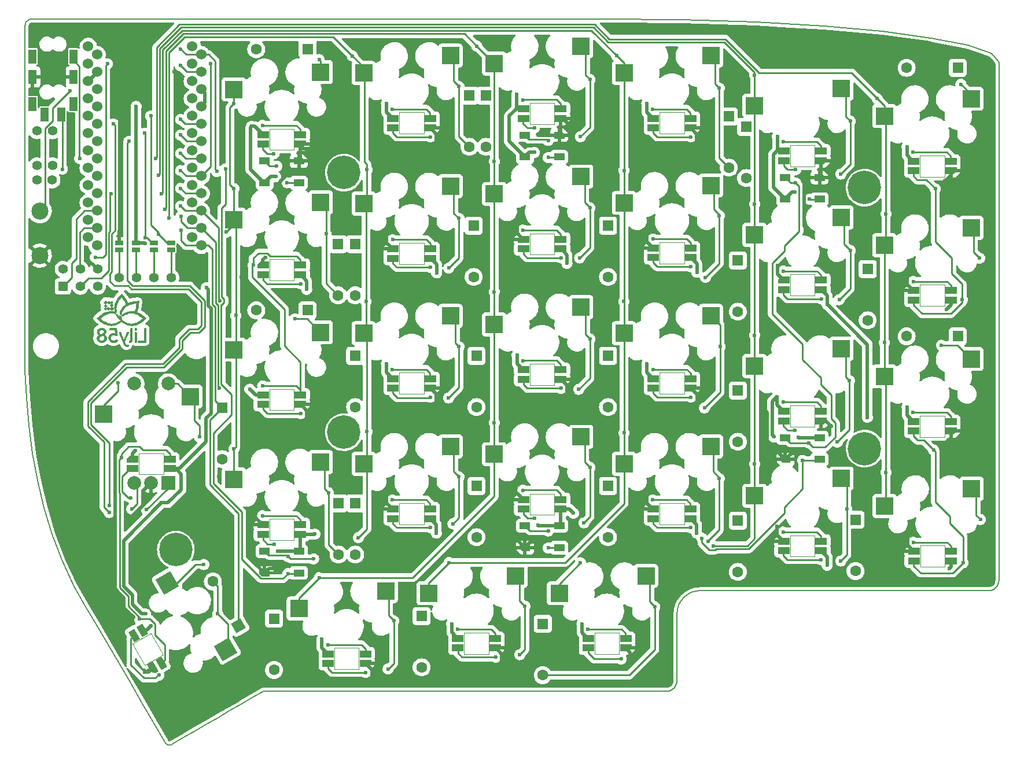
<source format=gbl>
G04 #@! TF.GenerationSoftware,KiCad,Pcbnew,(6.0.1)*
G04 #@! TF.CreationDate,2022-01-24T10:18:44+00:00*
G04 #@! TF.ProjectId,Lily58,4c696c79-3538-42e6-9b69-6361645f7063,rev?*
G04 #@! TF.SameCoordinates,Original*
G04 #@! TF.FileFunction,Copper,L2,Bot*
G04 #@! TF.FilePolarity,Positive*
%FSLAX46Y46*%
G04 Gerber Fmt 4.6, Leading zero omitted, Abs format (unit mm)*
G04 Created by KiCad (PCBNEW (6.0.1)) date 2022-01-24 10:18:44*
%MOMM*%
%LPD*%
G01*
G04 APERTURE LIST*
G04 Aperture macros list*
%AMRotRect*
0 Rectangle, with rotation*
0 The origin of the aperture is its center*
0 $1 length*
0 $2 width*
0 $3 Rotation angle, in degrees counterclockwise*
0 Add horizontal line*
21,1,$1,$2,0,0,$3*%
%AMOutline5P*
0 Free polygon, 5 corners , with rotation*
0 The origin of the aperture is its center*
0 number of corners: always 5*
0 $1 to $10 corner X, Y*
0 $11 Rotation angle, in degrees counterclockwise*
0 create outline with 5 corners*
4,1,5,$1,$2,$3,$4,$5,$6,$7,$8,$9,$10,$1,$2,$11*%
%AMOutline6P*
0 Free polygon, 6 corners , with rotation*
0 The origin of the aperture is its center*
0 number of corners: always 6*
0 $1 to $12 corner X, Y*
0 $13 Rotation angle, in degrees counterclockwise*
0 create outline with 6 corners*
4,1,6,$1,$2,$3,$4,$5,$6,$7,$8,$9,$10,$11,$12,$1,$2,$13*%
%AMOutline7P*
0 Free polygon, 7 corners , with rotation*
0 The origin of the aperture is its center*
0 number of corners: always 7*
0 $1 to $14 corner X, Y*
0 $15 Rotation angle, in degrees counterclockwise*
0 create outline with 7 corners*
4,1,7,$1,$2,$3,$4,$5,$6,$7,$8,$9,$10,$11,$12,$13,$14,$1,$2,$15*%
%AMOutline8P*
0 Free polygon, 8 corners , with rotation*
0 The origin of the aperture is its center*
0 number of corners: always 8*
0 $1 to $16 corner X, Y*
0 $17 Rotation angle, in degrees counterclockwise*
0 create outline with 8 corners*
4,1,8,$1,$2,$3,$4,$5,$6,$7,$8,$9,$10,$11,$12,$13,$14,$15,$16,$1,$2,$17*%
G04 Aperture macros list end*
G04 #@! TA.AperFunction,Profile*
%ADD10C,0.200000*%
G04 #@! TD*
G04 #@! TA.AperFunction,Profile*
%ADD11C,0.120000*%
G04 #@! TD*
G04 #@! TA.AperFunction,EtchedComponent*
%ADD12C,0.010000*%
G04 #@! TD*
G04 #@! TA.AperFunction,ComponentPad*
%ADD13R,2.000000X2.000000*%
G04 #@! TD*
G04 #@! TA.AperFunction,ComponentPad*
%ADD14C,2.000000*%
G04 #@! TD*
G04 #@! TA.AperFunction,ComponentPad*
%ADD15R,1.600000X1.600000*%
G04 #@! TD*
G04 #@! TA.AperFunction,ComponentPad*
%ADD16C,1.600000*%
G04 #@! TD*
G04 #@! TA.AperFunction,ComponentPad*
%ADD17RotRect,1.600000X1.600000X300.000000*%
G04 #@! TD*
G04 #@! TA.AperFunction,ComponentPad*
%ADD18C,1.397000*%
G04 #@! TD*
G04 #@! TA.AperFunction,SMDPad,CuDef*
%ADD19R,2.550000X2.500000*%
G04 #@! TD*
G04 #@! TA.AperFunction,SMDPad,CuDef*
%ADD20RotRect,2.550000X2.500000X120.000000*%
G04 #@! TD*
G04 #@! TA.AperFunction,ComponentPad*
%ADD21R,1.200000X2.100000*%
G04 #@! TD*
G04 #@! TA.AperFunction,ComponentPad*
%ADD22C,4.900000*%
G04 #@! TD*
G04 #@! TA.AperFunction,ComponentPad*
%ADD23C,2.500000*%
G04 #@! TD*
G04 #@! TA.AperFunction,ComponentPad*
%ADD24C,1.524000*%
G04 #@! TD*
G04 #@! TA.AperFunction,ComponentPad*
%ADD25R,1.397000X1.397000*%
G04 #@! TD*
G04 #@! TA.AperFunction,SMDPad,CuDef*
%ADD26R,1.700000X1.000000*%
G04 #@! TD*
G04 #@! TA.AperFunction,SMDPad,CuDef*
%ADD27Outline5P,-0.850000X0.500000X0.850000X0.500000X0.850000X-0.050000X0.400000X-0.500000X-0.850000X-0.500000X0.000000*%
G04 #@! TD*
G04 #@! TA.AperFunction,SMDPad,CuDef*
%ADD28RotRect,1.700000X1.000000X300.000000*%
G04 #@! TD*
G04 #@! TA.AperFunction,SMDPad,CuDef*
%ADD29Outline5P,-0.850000X0.500000X0.850000X0.500000X0.850000X-0.050000X0.400000X-0.500000X-0.850000X-0.500000X300.000000*%
G04 #@! TD*
G04 #@! TA.AperFunction,SMDPad,CuDef*
%ADD30Outline5P,-0.850000X0.500000X0.850000X0.500000X0.850000X-0.050000X0.400000X-0.500000X-0.850000X-0.500000X180.000000*%
G04 #@! TD*
G04 #@! TA.AperFunction,SMDPad,CuDef*
%ADD31R,1.600000X1.000000*%
G04 #@! TD*
G04 #@! TA.AperFunction,SMDPad,CuDef*
%ADD32Outline5P,-0.800000X0.500000X0.800000X0.500000X0.800000X-0.500000X-0.350000X-0.500000X-0.800000X-0.050000X0.000000*%
G04 #@! TD*
G04 #@! TA.AperFunction,SMDPad,CuDef*
%ADD33Outline5P,-0.800000X0.500000X0.800000X0.500000X0.800000X-0.500000X-0.350000X-0.500000X-0.800000X-0.050000X180.000000*%
G04 #@! TD*
G04 #@! TA.AperFunction,SMDPad,CuDef*
%ADD34R,1.143000X0.635000*%
G04 #@! TD*
G04 #@! TA.AperFunction,ViaPad*
%ADD35C,0.600000*%
G04 #@! TD*
G04 #@! TA.AperFunction,Conductor*
%ADD36C,0.500000*%
G04 #@! TD*
G04 #@! TA.AperFunction,Conductor*
%ADD37C,0.250000*%
G04 #@! TD*
G04 APERTURE END LIST*
D10*
X104803877Y-37086762D02*
X94400000Y-37086762D01*
X82937528Y-82285296D02*
X82937528Y-75978362D01*
X82937528Y-75978362D02*
X82937528Y-69671429D01*
X82937528Y-88592229D02*
X82937528Y-82285296D01*
X177658308Y-135255660D02*
X177403500Y-135393876D01*
X83776462Y-37108075D02*
X83988210Y-37086762D01*
X93344258Y-125721062D02*
X95019952Y-128587381D01*
X224544152Y-120671952D02*
X224262495Y-120759288D01*
X162080304Y-135511658D02*
X169449826Y-135511658D01*
X225460000Y-71881623D02*
X225460000Y-81363245D01*
X112835230Y-138421062D02*
X114510925Y-137450923D01*
X111159536Y-139391201D02*
X112835230Y-138421062D01*
X94400000Y-37086762D02*
X83988210Y-37086762D01*
X91668563Y-122854742D02*
X93344258Y-125721062D01*
X178319348Y-130379933D02*
X178319348Y-131597973D01*
X89992869Y-119988423D02*
X91668563Y-122854742D01*
X178319348Y-124289735D02*
X178390391Y-123583911D01*
X225459999Y-119289735D02*
X225429552Y-119592231D01*
X136027379Y-37086762D02*
X125619545Y-37086762D01*
X125619545Y-37086762D02*
X115211711Y-37086762D01*
X125232695Y-135511658D02*
X132602217Y-135511658D01*
X225460000Y-100326490D02*
X225460000Y-109808112D01*
X181113524Y-120860778D02*
X181819348Y-120789735D01*
X225204001Y-120128696D02*
X225020912Y-120350648D01*
X225460000Y-109808112D02*
X225460000Y-119289735D01*
X218692418Y-120789735D02*
X223959999Y-120789735D01*
X103714328Y-143322532D02*
X103842470Y-143386445D01*
X225342217Y-119873887D02*
X225204001Y-120128696D01*
X224798960Y-120533736D02*
X224544152Y-120671952D01*
X103491837Y-143088150D02*
X103597295Y-143222884D01*
X208157255Y-120789735D02*
X213424836Y-120789735D01*
X82959523Y-37925015D02*
X83020657Y-37727855D01*
X215525697Y-39885159D02*
X208420758Y-38945561D01*
X224900000Y-42700000D02*
X225460000Y-43436755D01*
X178319348Y-134011658D02*
X178288901Y-134314154D01*
X101722730Y-140052659D02*
X103398425Y-142918979D01*
X225460000Y-43436755D02*
X225460000Y-52918378D01*
X83020657Y-37727855D02*
X83117409Y-37549489D01*
X84020972Y-100690825D02*
X84747083Y-104695246D01*
X225460000Y-62400000D02*
X225460000Y-71881623D01*
X88291758Y-116318073D02*
X89992869Y-119988423D01*
X139971738Y-135511658D02*
X147341260Y-135511658D01*
X178390391Y-123583911D02*
X178594174Y-122926713D01*
X178916678Y-122332160D02*
X179343884Y-121814271D01*
X178319348Y-124289735D02*
X178319348Y-125507775D01*
X208420758Y-38945561D02*
X199807654Y-38170488D01*
X189919538Y-37585374D02*
X178989563Y-37215654D01*
X116186619Y-136480784D02*
X117862313Y-135510645D01*
X156843047Y-37086762D02*
X146435213Y-37086762D01*
X178063349Y-134850619D02*
X177880261Y-135072571D01*
X147341260Y-135511658D02*
X154710782Y-135511658D01*
X177880261Y-135072571D02*
X177658308Y-135255660D01*
X197622092Y-120789735D02*
X202889673Y-120789735D01*
X224262495Y-120759288D02*
X223959999Y-120789735D01*
X104130206Y-143404468D02*
X104288864Y-143357278D01*
X224900000Y-42700000D02*
X224278471Y-42156190D01*
X82937528Y-50750629D02*
X82937528Y-44443695D01*
X82937528Y-44443695D02*
X82937528Y-38136762D01*
X178319348Y-127943854D02*
X178319348Y-129161894D01*
X225429552Y-119592231D02*
X225342217Y-119873887D01*
X132602217Y-135511658D02*
X139971738Y-135511658D01*
X83245570Y-37394123D02*
X83400937Y-37265961D01*
X82937528Y-38136762D02*
X82959523Y-37925015D01*
X220889319Y-40963847D02*
X215525697Y-39885159D01*
X95019952Y-128587381D02*
X96695647Y-131453701D01*
X178319348Y-131597973D02*
X178319348Y-132816013D01*
X225020912Y-120350648D02*
X224798960Y-120533736D01*
X178319348Y-126725814D02*
X178319348Y-127943854D01*
X213424836Y-120789735D02*
X218692418Y-120789735D01*
X178594174Y-122926713D02*
X178916678Y-122332160D01*
X167250881Y-37086762D02*
X156843047Y-37086762D01*
X180456326Y-121064561D02*
X181113524Y-120860778D01*
X83135690Y-92617561D02*
X83490297Y-96657663D01*
X103597295Y-143222884D02*
X103714328Y-143322532D01*
X117862313Y-135510645D02*
X125232695Y-135511658D01*
X109483841Y-140361340D02*
X111159536Y-139391201D01*
X225460000Y-81363245D02*
X225460000Y-90844867D01*
X96695647Y-131453701D02*
X98371341Y-134320020D01*
X115211711Y-37086762D02*
X104803877Y-37086762D01*
X224278471Y-42156190D02*
X220889319Y-40963847D01*
X82937528Y-57057562D02*
X82937528Y-50750629D01*
X202889673Y-120789735D02*
X208157255Y-120789735D01*
X82937528Y-63364495D02*
X82937528Y-57057562D01*
X178288901Y-134314154D02*
X178201565Y-134595810D01*
X103398425Y-142918979D02*
X103491837Y-143088150D01*
X83117409Y-37549489D02*
X83245570Y-37394123D01*
X199807654Y-38170488D02*
X189919538Y-37585374D01*
X192354511Y-120789735D02*
X197622092Y-120789735D01*
X179343884Y-121814271D02*
X179861773Y-121387065D01*
X187086929Y-120789735D02*
X192354511Y-120789735D01*
X178201565Y-134595810D02*
X178063349Y-134850619D01*
X178319348Y-125507775D02*
X178319348Y-126725814D01*
X100047036Y-137186340D02*
X101722730Y-140052659D01*
X178319348Y-132816013D02*
X178319348Y-134011658D01*
X103981252Y-143413974D02*
X104130206Y-143404468D01*
X225460000Y-90844867D02*
X225460000Y-100326490D01*
X104456758Y-143271756D02*
X106132452Y-142301617D01*
X146435213Y-37086762D02*
X136027379Y-37086762D01*
X98371341Y-134320020D02*
X100047036Y-137186340D01*
X178989563Y-37215654D02*
X167250881Y-37086762D01*
X82937528Y-69671429D02*
X82937528Y-63364495D01*
X225460000Y-52918378D02*
X225460000Y-62400000D01*
X103842470Y-143386445D02*
X103981252Y-143413974D01*
X107808147Y-141331479D02*
X109483841Y-140361340D01*
X177121844Y-135481211D02*
X176819348Y-135511658D01*
X154710782Y-135511658D02*
X162080304Y-135511658D01*
X169449826Y-135511658D02*
X176819348Y-135511658D01*
X177403500Y-135393876D02*
X177121844Y-135481211D01*
X104288864Y-143357278D02*
X104456758Y-143271756D01*
X114510925Y-137450923D02*
X116186619Y-136480784D01*
X84747083Y-104695246D02*
X85688004Y-108649127D01*
X86863105Y-112530670D02*
X88291758Y-116318073D01*
X179861773Y-121387065D02*
X180456326Y-121064561D01*
X83579303Y-37169210D02*
X83776462Y-37108075D01*
X85688004Y-108649127D02*
X86863105Y-112530670D01*
X106132452Y-142301617D02*
X107808147Y-141331479D01*
X83400937Y-37265961D02*
X83579303Y-37169210D01*
X83490297Y-96657663D02*
X84020972Y-100690825D01*
X181819348Y-120789735D02*
X187086929Y-120789735D01*
X82937528Y-88592229D02*
X83135690Y-92617561D01*
X178319348Y-129161894D02*
X178319348Y-130379933D01*
D11*
X175800000Y-50800000D02*
X175800000Y-53900000D01*
X179400000Y-50800000D02*
X175800000Y-50800000D01*
X175800000Y-53900000D02*
X179400000Y-53900000D01*
X179400000Y-53900000D02*
X179400000Y-50800000D01*
X98644040Y-128591154D02*
X100444040Y-131708846D01*
X103128718Y-130158846D02*
X101328718Y-127041154D01*
X101328718Y-127041154D02*
X98644040Y-128591154D01*
X100444040Y-131708846D02*
X103128718Y-130158846D01*
X122300000Y-53200000D02*
X118700000Y-53200000D01*
X122300000Y-56300000D02*
X122300000Y-53200000D01*
X118700000Y-56300000D02*
X122300000Y-56300000D01*
X118700000Y-53200000D02*
X118700000Y-56300000D01*
X175800000Y-111100000D02*
X179400000Y-111100000D01*
X175800000Y-108000000D02*
X175800000Y-111100000D01*
X179400000Y-108000000D02*
X175800000Y-108000000D01*
X179400000Y-111100000D02*
X179400000Y-108000000D01*
X150800000Y-126950000D02*
X147200000Y-126950000D01*
X147200000Y-130050000D02*
X150800000Y-130050000D01*
X147200000Y-126950000D02*
X147200000Y-130050000D01*
X150800000Y-130050000D02*
X150800000Y-126950000D01*
X103200000Y-103800000D02*
X103200000Y-100700000D01*
X99600000Y-103800000D02*
X103200000Y-103800000D01*
X99600000Y-100700000D02*
X99600000Y-103800000D01*
X103200000Y-100700000D02*
X99600000Y-100700000D01*
X122300000Y-72300000D02*
X118700000Y-72300000D01*
X118700000Y-72300000D02*
X118700000Y-75400000D01*
X122300000Y-75400000D02*
X122300000Y-72300000D01*
X118700000Y-75400000D02*
X122300000Y-75400000D01*
X160400000Y-90700000D02*
X160400000Y-87600000D01*
X160400000Y-87600000D02*
X156800000Y-87600000D01*
X156800000Y-90700000D02*
X160400000Y-90700000D01*
X156800000Y-87600000D02*
X156800000Y-90700000D01*
X217500000Y-76000000D02*
X213900000Y-76000000D01*
X213900000Y-76000000D02*
X213900000Y-79100000D01*
X213900000Y-79100000D02*
X217500000Y-79100000D01*
X217500000Y-79100000D02*
X217500000Y-76000000D01*
X213900000Y-60200000D02*
X217500000Y-60200000D01*
X217500000Y-60200000D02*
X217500000Y-57100000D01*
X213900000Y-57100000D02*
X213900000Y-60200000D01*
X217500000Y-57100000D02*
X213900000Y-57100000D01*
X194900000Y-93700000D02*
X194900000Y-96800000D01*
X198500000Y-96800000D02*
X198500000Y-93700000D01*
X194900000Y-96800000D02*
X198500000Y-96800000D01*
X198500000Y-93700000D02*
X194900000Y-93700000D01*
X160400000Y-106600000D02*
X156800000Y-106600000D01*
X156800000Y-109700000D02*
X160400000Y-109700000D01*
X156800000Y-106600000D02*
X156800000Y-109700000D01*
X160400000Y-109700000D02*
X160400000Y-106600000D01*
X194900000Y-74500000D02*
X194900000Y-77600000D01*
X194900000Y-77600000D02*
X198500000Y-77600000D01*
X198500000Y-74500000D02*
X194900000Y-74500000D01*
X198500000Y-77600000D02*
X198500000Y-74500000D01*
X156800000Y-49410000D02*
X156800000Y-52510000D01*
X160400000Y-49410000D02*
X156800000Y-49410000D01*
X160400000Y-52510000D02*
X160400000Y-49410000D01*
X156800000Y-52510000D02*
X160400000Y-52510000D01*
X217500000Y-95200000D02*
X213900000Y-95200000D01*
X213900000Y-95200000D02*
X213900000Y-98300000D01*
X213900000Y-98300000D02*
X217500000Y-98300000D01*
X217500000Y-98300000D02*
X217500000Y-95200000D01*
X141300000Y-111100000D02*
X141300000Y-108000000D01*
X137700000Y-108000000D02*
X137700000Y-111100000D01*
X137700000Y-111100000D02*
X141300000Y-111100000D01*
X141300000Y-108000000D02*
X137700000Y-108000000D01*
X137700000Y-92000000D02*
X141300000Y-92000000D01*
X137700000Y-88900000D02*
X137700000Y-92000000D01*
X141300000Y-88900000D02*
X137700000Y-88900000D01*
X141300000Y-92000000D02*
X141300000Y-88900000D01*
X198500000Y-55600000D02*
X194900000Y-55600000D01*
X194900000Y-58700000D02*
X198500000Y-58700000D01*
X194900000Y-55600000D02*
X194900000Y-58700000D01*
X198500000Y-58700000D02*
X198500000Y-55600000D01*
X137700000Y-73000000D02*
X141300000Y-73000000D01*
X141300000Y-73000000D02*
X141300000Y-69900000D01*
X137700000Y-69900000D02*
X137700000Y-73000000D01*
X141300000Y-69900000D02*
X137700000Y-69900000D01*
X169900000Y-126950000D02*
X166300000Y-126950000D01*
X169900000Y-130050000D02*
X169900000Y-126950000D01*
X166300000Y-130050000D02*
X169900000Y-130050000D01*
X166300000Y-126950000D02*
X166300000Y-130050000D01*
X198500000Y-112700000D02*
X194900000Y-112700000D01*
X194900000Y-115800000D02*
X198500000Y-115800000D01*
X198500000Y-115800000D02*
X198500000Y-112700000D01*
X194900000Y-112700000D02*
X194900000Y-115800000D01*
X213950000Y-114200000D02*
X213950000Y-117300000D01*
X217550000Y-117300000D02*
X217550000Y-114200000D01*
X213950000Y-117300000D02*
X217550000Y-117300000D01*
X217550000Y-114200000D02*
X213950000Y-114200000D01*
X128200000Y-132300000D02*
X131800000Y-132300000D01*
X128200000Y-129200000D02*
X128200000Y-132300000D01*
X131800000Y-129200000D02*
X128200000Y-129200000D01*
X131800000Y-132300000D02*
X131800000Y-129200000D01*
X175800000Y-72900000D02*
X179400000Y-72900000D01*
X175800000Y-69800000D02*
X175800000Y-72900000D01*
X179400000Y-69800000D02*
X175800000Y-69800000D01*
X179400000Y-72900000D02*
X179400000Y-69800000D01*
X118700000Y-91300000D02*
X118700000Y-94400000D01*
X118700000Y-94400000D02*
X122300000Y-94400000D01*
X122300000Y-94400000D02*
X122300000Y-91300000D01*
X122300000Y-91300000D02*
X118700000Y-91300000D01*
X122300000Y-113400000D02*
X122300000Y-110300000D01*
X122300000Y-110300000D02*
X118700000Y-110300000D01*
X118700000Y-113400000D02*
X122300000Y-113400000D01*
X118700000Y-110300000D02*
X118700000Y-113400000D01*
X137700000Y-50800000D02*
X137700000Y-53900000D01*
X141300000Y-53900000D02*
X141300000Y-50800000D01*
X141300000Y-50800000D02*
X137700000Y-50800000D01*
X137700000Y-53900000D02*
X141300000Y-53900000D01*
X156800000Y-71600000D02*
X160400000Y-71600000D01*
X160400000Y-71600000D02*
X160400000Y-68500000D01*
X160400000Y-68500000D02*
X156800000Y-68500000D01*
X156800000Y-68500000D02*
X156800000Y-71600000D01*
X179400000Y-92000000D02*
X179400000Y-88900000D01*
X179400000Y-88900000D02*
X175800000Y-88900000D01*
X175800000Y-88900000D02*
X175800000Y-92000000D01*
X175800000Y-92000000D02*
X179400000Y-92000000D01*
D12*
X98422438Y-82362965D02*
X98385980Y-82370438D01*
X98385980Y-82370438D02*
X98360688Y-82385037D01*
X98360688Y-82385037D02*
X98351386Y-82395939D01*
X98351386Y-82395939D02*
X98349490Y-82399587D01*
X98349490Y-82399587D02*
X98347787Y-82404960D01*
X98347787Y-82404960D02*
X98346262Y-82412842D01*
X98346262Y-82412842D02*
X98344901Y-82424018D01*
X98344901Y-82424018D02*
X98343688Y-82439271D01*
X98343688Y-82439271D02*
X98342610Y-82459385D01*
X98342610Y-82459385D02*
X98341652Y-82485144D01*
X98341652Y-82485144D02*
X98340799Y-82517333D01*
X98340799Y-82517333D02*
X98340038Y-82556734D01*
X98340038Y-82556734D02*
X98339353Y-82604131D01*
X98339353Y-82604131D02*
X98338731Y-82660310D01*
X98338731Y-82660310D02*
X98338156Y-82726052D01*
X98338156Y-82726052D02*
X98337615Y-82802144D01*
X98337615Y-82802144D02*
X98337093Y-82889367D01*
X98337093Y-82889367D02*
X98336575Y-82988507D01*
X98336575Y-82988507D02*
X98336047Y-83100347D01*
X98336047Y-83100347D02*
X98335495Y-83225670D01*
X98335495Y-83225670D02*
X98335314Y-83267963D01*
X98335314Y-83267963D02*
X98331685Y-84121000D01*
X98331685Y-84121000D02*
X98313543Y-84157275D01*
X98313543Y-84157275D02*
X98289234Y-84193028D01*
X98289234Y-84193028D02*
X98257472Y-84216653D01*
X98257472Y-84216653D02*
X98216691Y-84229291D01*
X98216691Y-84229291D02*
X98214045Y-84229707D01*
X98214045Y-84229707D02*
X98175334Y-84238829D01*
X98175334Y-84238829D02*
X98148963Y-84253127D01*
X98148963Y-84253127D02*
X98133527Y-84273197D01*
X98133527Y-84273197D02*
X98127788Y-84295302D01*
X98127788Y-84295302D02*
X98125239Y-84325515D01*
X98125239Y-84325515D02*
X98125802Y-84358155D01*
X98125802Y-84358155D02*
X98129396Y-84387543D01*
X98129396Y-84387543D02*
X98135400Y-84406996D01*
X98135400Y-84406996D02*
X98154536Y-84428425D01*
X98154536Y-84428425D02*
X98185302Y-84441734D01*
X98185302Y-84441734D02*
X98227210Y-84446793D01*
X98227210Y-84446793D02*
X98273628Y-84444233D01*
X98273628Y-84444233D02*
X98344484Y-84429630D01*
X98344484Y-84429630D02*
X98406436Y-84403704D01*
X98406436Y-84403704D02*
X98459071Y-84366818D01*
X98459071Y-84366818D02*
X98501977Y-84319333D01*
X98501977Y-84319333D02*
X98534742Y-84261613D01*
X98534742Y-84261613D02*
X98556601Y-84195525D01*
X98556601Y-84195525D02*
X98558246Y-84186898D01*
X98558246Y-84186898D02*
X98559719Y-84175207D01*
X98559719Y-84175207D02*
X98561029Y-84159679D01*
X98561029Y-84159679D02*
X98562186Y-84139543D01*
X98562186Y-84139543D02*
X98563199Y-84114026D01*
X98563199Y-84114026D02*
X98564076Y-84082357D01*
X98564076Y-84082357D02*
X98564828Y-84043764D01*
X98564828Y-84043764D02*
X98565463Y-83997475D01*
X98565463Y-83997475D02*
X98565991Y-83942719D01*
X98565991Y-83942719D02*
X98566420Y-83878722D01*
X98566420Y-83878722D02*
X98566759Y-83804714D01*
X98566759Y-83804714D02*
X98567019Y-83719922D01*
X98567019Y-83719922D02*
X98567207Y-83623574D01*
X98567207Y-83623574D02*
X98567334Y-83514900D01*
X98567334Y-83514900D02*
X98567408Y-83393126D01*
X98567408Y-83393126D02*
X98567435Y-83281100D01*
X98567435Y-83281100D02*
X98567543Y-82412172D01*
X98567543Y-82412172D02*
X98546527Y-82388651D01*
X98546527Y-82388651D02*
X98534562Y-82376463D01*
X98534562Y-82376463D02*
X98522776Y-82369140D01*
X98522776Y-82369140D02*
X98506775Y-82365155D01*
X98506775Y-82365155D02*
X98482164Y-82362979D01*
X98482164Y-82362979D02*
X98470932Y-82362374D01*
X98470932Y-82362374D02*
X98422438Y-82362965D01*
X98422438Y-82362965D02*
X98422438Y-82362965D01*
G36*
X98482164Y-82362979D02*
G01*
X98506775Y-82365155D01*
X98522776Y-82369140D01*
X98534562Y-82376463D01*
X98546527Y-82388651D01*
X98567543Y-82412172D01*
X98567435Y-83281100D01*
X98567408Y-83393126D01*
X98567334Y-83514900D01*
X98567207Y-83623574D01*
X98567019Y-83719922D01*
X98566759Y-83804714D01*
X98566420Y-83878722D01*
X98565991Y-83942719D01*
X98565463Y-83997475D01*
X98564828Y-84043764D01*
X98564076Y-84082357D01*
X98563199Y-84114026D01*
X98562186Y-84139543D01*
X98561029Y-84159679D01*
X98559719Y-84175207D01*
X98558246Y-84186898D01*
X98556601Y-84195525D01*
X98534742Y-84261613D01*
X98501977Y-84319333D01*
X98459071Y-84366818D01*
X98406436Y-84403704D01*
X98344484Y-84429630D01*
X98273628Y-84444233D01*
X98227210Y-84446793D01*
X98185302Y-84441734D01*
X98154536Y-84428425D01*
X98135400Y-84406996D01*
X98129396Y-84387543D01*
X98125802Y-84358155D01*
X98125239Y-84325515D01*
X98127788Y-84295302D01*
X98133527Y-84273197D01*
X98148963Y-84253127D01*
X98175334Y-84238829D01*
X98214045Y-84229707D01*
X98216691Y-84229291D01*
X98257472Y-84216653D01*
X98289234Y-84193028D01*
X98313543Y-84157275D01*
X98331685Y-84121000D01*
X98335314Y-83267963D01*
X98335495Y-83225670D01*
X98336047Y-83100347D01*
X98336575Y-82988507D01*
X98337093Y-82889367D01*
X98337615Y-82802144D01*
X98338156Y-82726052D01*
X98338731Y-82660310D01*
X98339353Y-82604131D01*
X98340038Y-82556734D01*
X98340799Y-82517333D01*
X98341652Y-82485144D01*
X98342610Y-82459385D01*
X98343688Y-82439271D01*
X98344901Y-82424018D01*
X98346262Y-82412842D01*
X98347787Y-82404960D01*
X98349490Y-82399587D01*
X98351386Y-82395939D01*
X98360688Y-82385037D01*
X98385980Y-82370438D01*
X98422438Y-82362965D01*
X98470932Y-82362374D01*
X98482164Y-82362979D01*
G37*
X98482164Y-82362979D02*
X98506775Y-82365155D01*
X98522776Y-82369140D01*
X98534562Y-82376463D01*
X98546527Y-82388651D01*
X98567543Y-82412172D01*
X98567435Y-83281100D01*
X98567408Y-83393126D01*
X98567334Y-83514900D01*
X98567207Y-83623574D01*
X98567019Y-83719922D01*
X98566759Y-83804714D01*
X98566420Y-83878722D01*
X98565991Y-83942719D01*
X98565463Y-83997475D01*
X98564828Y-84043764D01*
X98564076Y-84082357D01*
X98563199Y-84114026D01*
X98562186Y-84139543D01*
X98561029Y-84159679D01*
X98559719Y-84175207D01*
X98558246Y-84186898D01*
X98556601Y-84195525D01*
X98534742Y-84261613D01*
X98501977Y-84319333D01*
X98459071Y-84366818D01*
X98406436Y-84403704D01*
X98344484Y-84429630D01*
X98273628Y-84444233D01*
X98227210Y-84446793D01*
X98185302Y-84441734D01*
X98154536Y-84428425D01*
X98135400Y-84406996D01*
X98129396Y-84387543D01*
X98125802Y-84358155D01*
X98125239Y-84325515D01*
X98127788Y-84295302D01*
X98133527Y-84273197D01*
X98148963Y-84253127D01*
X98175334Y-84238829D01*
X98214045Y-84229707D01*
X98216691Y-84229291D01*
X98257472Y-84216653D01*
X98289234Y-84193028D01*
X98313543Y-84157275D01*
X98331685Y-84121000D01*
X98335314Y-83267963D01*
X98335495Y-83225670D01*
X98336047Y-83100347D01*
X98336575Y-82988507D01*
X98337093Y-82889367D01*
X98337615Y-82802144D01*
X98338156Y-82726052D01*
X98338731Y-82660310D01*
X98339353Y-82604131D01*
X98340038Y-82556734D01*
X98340799Y-82517333D01*
X98341652Y-82485144D01*
X98342610Y-82459385D01*
X98343688Y-82439271D01*
X98344901Y-82424018D01*
X98346262Y-82412842D01*
X98347787Y-82404960D01*
X98349490Y-82399587D01*
X98351386Y-82395939D01*
X98360688Y-82385037D01*
X98385980Y-82370438D01*
X98422438Y-82362965D01*
X98470932Y-82362374D01*
X98482164Y-82362979D01*
X94070749Y-82341304D02*
X94006409Y-82346052D01*
X94006409Y-82346052D02*
X93947485Y-82353640D01*
X93947485Y-82353640D02*
X93901116Y-82363169D01*
X93901116Y-82363169D02*
X93807956Y-82393582D01*
X93807956Y-82393582D02*
X93725688Y-82433389D01*
X93725688Y-82433389D02*
X93653958Y-82482806D01*
X93653958Y-82482806D02*
X93592411Y-82542052D01*
X93592411Y-82542052D02*
X93573844Y-82564343D01*
X93573844Y-82564343D02*
X93529045Y-82632554D01*
X93529045Y-82632554D02*
X93497003Y-82706440D01*
X93497003Y-82706440D02*
X93477591Y-82784986D01*
X93477591Y-82784986D02*
X93470684Y-82867178D01*
X93470684Y-82867178D02*
X93476157Y-82952003D01*
X93476157Y-82952003D02*
X93493884Y-83038445D01*
X93493884Y-83038445D02*
X93523740Y-83125492D01*
X93523740Y-83125492D02*
X93565599Y-83212128D01*
X93565599Y-83212128D02*
X93619336Y-83297340D01*
X93619336Y-83297340D02*
X93673052Y-83366474D01*
X93673052Y-83366474D02*
X93711373Y-83411647D01*
X93711373Y-83411647D02*
X93659604Y-83447009D01*
X93659604Y-83447009D02*
X93590420Y-83501320D01*
X93590420Y-83501320D02*
X93531788Y-83562080D01*
X93531788Y-83562080D02*
X93484865Y-83627825D01*
X93484865Y-83627825D02*
X93450811Y-83697091D01*
X93450811Y-83697091D02*
X93442158Y-83721857D01*
X93442158Y-83721857D02*
X93432308Y-83766305D01*
X93432308Y-83766305D02*
X93426808Y-83819449D01*
X93426808Y-83819449D02*
X93425722Y-83876118D01*
X93425722Y-83876118D02*
X93429113Y-83931141D01*
X93429113Y-83931141D02*
X93437044Y-83979348D01*
X93437044Y-83979348D02*
X93438915Y-83986743D01*
X93438915Y-83986743D02*
X93469481Y-84072814D01*
X93469481Y-84072814D02*
X93512614Y-84152047D01*
X93512614Y-84152047D02*
X93567744Y-84223769D01*
X93567744Y-84223769D02*
X93634296Y-84287304D01*
X93634296Y-84287304D02*
X93711699Y-84341978D01*
X93711699Y-84341978D02*
X93765322Y-84371344D01*
X93765322Y-84371344D02*
X93829684Y-84400217D01*
X93829684Y-84400217D02*
X93891657Y-84421352D01*
X93891657Y-84421352D02*
X93955426Y-84435713D01*
X93955426Y-84435713D02*
X94025176Y-84444265D01*
X94025176Y-84444265D02*
X94097143Y-84447805D01*
X94097143Y-84447805D02*
X94140206Y-84448283D01*
X94140206Y-84448283D02*
X94181956Y-84447825D01*
X94181956Y-84447825D02*
X94218486Y-84446536D01*
X94218486Y-84446536D02*
X94245889Y-84444522D01*
X94245889Y-84444522D02*
X94253025Y-84443600D01*
X94253025Y-84443600D02*
X94347121Y-84423132D01*
X94347121Y-84423132D02*
X94438193Y-84392273D01*
X94438193Y-84392273D02*
X94523040Y-84352342D01*
X94523040Y-84352342D02*
X94598460Y-84304660D01*
X94598460Y-84304660D02*
X94608771Y-84296915D01*
X94608771Y-84296915D02*
X94674913Y-84237130D01*
X94674913Y-84237130D02*
X94731786Y-84167370D01*
X94731786Y-84167370D02*
X94777825Y-84089946D01*
X94777825Y-84089946D02*
X94811462Y-84007173D01*
X94811462Y-84007173D02*
X94816626Y-83989961D01*
X94816626Y-83989961D02*
X94824458Y-83958293D01*
X94824458Y-83958293D02*
X94829457Y-83926915D01*
X94829457Y-83926915D02*
X94832153Y-83891039D01*
X94832153Y-83891039D02*
X94833078Y-83845879D01*
X94833078Y-83845879D02*
X94833092Y-83841600D01*
X94833092Y-83841600D02*
X94831922Y-83810809D01*
X94831922Y-83810809D02*
X94546973Y-83810809D01*
X94546973Y-83810809D02*
X94543895Y-83865536D01*
X94543895Y-83865536D02*
X94535197Y-83914174D01*
X94535197Y-83914174D02*
X94532678Y-83923002D01*
X94532678Y-83923002D02*
X94505724Y-83986304D01*
X94505724Y-83986304D02*
X94466432Y-84044112D01*
X94466432Y-84044112D02*
X94416403Y-84094977D01*
X94416403Y-84094977D02*
X94357237Y-84137452D01*
X94357237Y-84137452D02*
X94290537Y-84170086D01*
X94290537Y-84170086D02*
X94242285Y-84185762D01*
X94242285Y-84185762D02*
X94205987Y-84192206D01*
X94205987Y-84192206D02*
X94160673Y-84195751D01*
X94160673Y-84195751D02*
X94111550Y-84196396D01*
X94111550Y-84196396D02*
X94063823Y-84194140D01*
X94063823Y-84194140D02*
X94022700Y-84188981D01*
X94022700Y-84188981D02*
X94008104Y-84185809D01*
X94008104Y-84185809D02*
X93940516Y-84162556D01*
X93940516Y-84162556D02*
X93880632Y-84130629D01*
X93880632Y-84130629D02*
X93829046Y-84091388D01*
X93829046Y-84091388D02*
X93786354Y-84046197D01*
X93786354Y-84046197D02*
X93753150Y-83996415D01*
X93753150Y-83996415D02*
X93730030Y-83943407D01*
X93730030Y-83943407D02*
X93717588Y-83888532D01*
X93717588Y-83888532D02*
X93716420Y-83833154D01*
X93716420Y-83833154D02*
X93727119Y-83778635D01*
X93727119Y-83778635D02*
X93750282Y-83726335D01*
X93750282Y-83726335D02*
X93786240Y-83677903D01*
X93786240Y-83677903D02*
X93807467Y-83656421D01*
X93807467Y-83656421D02*
X93830868Y-83636192D01*
X93830868Y-83636192D02*
X93857920Y-83616383D01*
X93857920Y-83616383D02*
X93890104Y-83596162D01*
X93890104Y-83596162D02*
X93928899Y-83574695D01*
X93928899Y-83574695D02*
X93975784Y-83551149D01*
X93975784Y-83551149D02*
X94032238Y-83524694D01*
X94032238Y-83524694D02*
X94099741Y-83494494D01*
X94099741Y-83494494D02*
X94154498Y-83470622D01*
X94154498Y-83470622D02*
X94302568Y-83406569D01*
X94302568Y-83406569D02*
X94337297Y-83432062D01*
X94337297Y-83432062D02*
X94388249Y-83475314D01*
X94388249Y-83475314D02*
X94435611Y-83526613D01*
X94435611Y-83526613D02*
X94477047Y-83582722D01*
X94477047Y-83582722D02*
X94510223Y-83640406D01*
X94510223Y-83640406D02*
X94532804Y-83696427D01*
X94532804Y-83696427D02*
X94535902Y-83707370D01*
X94535902Y-83707370D02*
X94544338Y-83756064D01*
X94544338Y-83756064D02*
X94546973Y-83810809D01*
X94546973Y-83810809D02*
X94831922Y-83810809D01*
X94831922Y-83810809D02*
X94830461Y-83772399D01*
X94830461Y-83772399D02*
X94821413Y-83711227D01*
X94821413Y-83711227D02*
X94804709Y-83652555D01*
X94804709Y-83652555D02*
X94779113Y-83590855D01*
X94779113Y-83590855D02*
X94775101Y-83582392D01*
X94775101Y-83582392D02*
X94743865Y-83526952D01*
X94743865Y-83526952D02*
X94703213Y-83469269D01*
X94703213Y-83469269D02*
X94656290Y-83412997D01*
X94656290Y-83412997D02*
X94606242Y-83361793D01*
X94606242Y-83361793D02*
X94556213Y-83319312D01*
X94556213Y-83319312D02*
X94537094Y-83305703D01*
X94537094Y-83305703D02*
X94508959Y-83286910D01*
X94508959Y-83286910D02*
X94533465Y-83269035D01*
X94533465Y-83269035D02*
X94548411Y-83256701D01*
X94548411Y-83256701D02*
X94570352Y-83236810D01*
X94570352Y-83236810D02*
X94596192Y-83212237D01*
X94596192Y-83212237D02*
X94619750Y-83188966D01*
X94619750Y-83188966D02*
X94670668Y-83131348D01*
X94670668Y-83131348D02*
X94708337Y-83073317D01*
X94708337Y-83073317D02*
X94733846Y-83012219D01*
X94733846Y-83012219D02*
X94748287Y-82945402D01*
X94748287Y-82945402D02*
X94752383Y-82876400D01*
X94752383Y-82876400D02*
X94470646Y-82876400D01*
X94470646Y-82876400D02*
X94470033Y-82910789D01*
X94470033Y-82910789D02*
X94467852Y-82935549D01*
X94467852Y-82935549D02*
X94463169Y-82955553D01*
X94463169Y-82955553D02*
X94455046Y-82975673D01*
X94455046Y-82975673D02*
X94449300Y-82987502D01*
X94449300Y-82987502D02*
X94424306Y-83026157D01*
X94424306Y-83026157D02*
X94388285Y-83066305D01*
X94388285Y-83066305D02*
X94344107Y-83105243D01*
X94344107Y-83105243D02*
X94294640Y-83140265D01*
X94294640Y-83140265D02*
X94274720Y-83152172D01*
X94274720Y-83152172D02*
X94250728Y-83164916D01*
X94250728Y-83164916D02*
X94218649Y-83180726D01*
X94218649Y-83180726D02*
X94180691Y-83198637D01*
X94180691Y-83198637D02*
X94139061Y-83217685D01*
X94139061Y-83217685D02*
X94095965Y-83236904D01*
X94095965Y-83236904D02*
X94053611Y-83255330D01*
X94053611Y-83255330D02*
X94014204Y-83271998D01*
X94014204Y-83271998D02*
X93979951Y-83285944D01*
X93979951Y-83285944D02*
X93953060Y-83296201D01*
X93953060Y-83296201D02*
X93935737Y-83301807D01*
X93935737Y-83301807D02*
X93930810Y-83302529D01*
X93930810Y-83302529D02*
X93921980Y-83296364D01*
X93921980Y-83296364D02*
X93907211Y-83281254D01*
X93907211Y-83281254D02*
X93889123Y-83259976D01*
X93889123Y-83259976D02*
X93881378Y-83250143D01*
X93881378Y-83250143D02*
X93842050Y-83192348D01*
X93842050Y-83192348D02*
X93807984Y-83128994D01*
X93807984Y-83128994D02*
X93780468Y-83063388D01*
X93780468Y-83063388D02*
X93760793Y-82998834D01*
X93760793Y-82998834D02*
X93750247Y-82938638D01*
X93750247Y-82938638D02*
X93748800Y-82910354D01*
X93748800Y-82910354D02*
X93755287Y-82841795D01*
X93755287Y-82841795D02*
X93774223Y-82779880D01*
X93774223Y-82779880D02*
X93804820Y-82725300D01*
X93804820Y-82725300D02*
X93846291Y-82678742D01*
X93846291Y-82678742D02*
X93897848Y-82640897D01*
X93897848Y-82640897D02*
X93958704Y-82612454D01*
X93958704Y-82612454D02*
X94028071Y-82594103D01*
X94028071Y-82594103D02*
X94105162Y-82586532D01*
X94105162Y-82586532D02*
X94118914Y-82586367D01*
X94118914Y-82586367D02*
X94195843Y-82591991D01*
X94195843Y-82591991D02*
X94265700Y-82608508D01*
X94265700Y-82608508D02*
X94327489Y-82635380D01*
X94327489Y-82635380D02*
X94380217Y-82672070D01*
X94380217Y-82672070D02*
X94422890Y-82718040D01*
X94422890Y-82718040D02*
X94451436Y-82765961D01*
X94451436Y-82765961D02*
X94460974Y-82788277D01*
X94460974Y-82788277D02*
X94466783Y-82808637D01*
X94466783Y-82808637D02*
X94469719Y-82831966D01*
X94469719Y-82831966D02*
X94470640Y-82863191D01*
X94470640Y-82863191D02*
X94470646Y-82876400D01*
X94470646Y-82876400D02*
X94752383Y-82876400D01*
X94752383Y-82876400D02*
X94752751Y-82870212D01*
X94752751Y-82870212D02*
X94752726Y-82865515D01*
X94752726Y-82865515D02*
X94745253Y-82779725D01*
X94745253Y-82779725D02*
X94724759Y-82699453D01*
X94724759Y-82699453D02*
X94691911Y-82625386D01*
X94691911Y-82625386D02*
X94647375Y-82558214D01*
X94647375Y-82558214D02*
X94591817Y-82498626D01*
X94591817Y-82498626D02*
X94525906Y-82447311D01*
X94525906Y-82447311D02*
X94450308Y-82404959D01*
X94450308Y-82404959D02*
X94365689Y-82372258D01*
X94365689Y-82372258D02*
X94272716Y-82349898D01*
X94272716Y-82349898D02*
X94250412Y-82346318D01*
X94250412Y-82346318D02*
X94197336Y-82341216D01*
X94197336Y-82341216D02*
X94135920Y-82339619D01*
X94135920Y-82339619D02*
X94070749Y-82341304D01*
X94070749Y-82341304D02*
X94070749Y-82341304D01*
G36*
X94833078Y-83845879D02*
G01*
X94832153Y-83891039D01*
X94829457Y-83926915D01*
X94824458Y-83958293D01*
X94816626Y-83989961D01*
X94811462Y-84007173D01*
X94777825Y-84089946D01*
X94731786Y-84167370D01*
X94674913Y-84237130D01*
X94608771Y-84296915D01*
X94598460Y-84304660D01*
X94523040Y-84352342D01*
X94438193Y-84392273D01*
X94347121Y-84423132D01*
X94253025Y-84443600D01*
X94245889Y-84444522D01*
X94218486Y-84446536D01*
X94181956Y-84447825D01*
X94140206Y-84448283D01*
X94097143Y-84447805D01*
X94025176Y-84444265D01*
X93955426Y-84435713D01*
X93891657Y-84421352D01*
X93829684Y-84400217D01*
X93765322Y-84371344D01*
X93711699Y-84341978D01*
X93634296Y-84287304D01*
X93567744Y-84223769D01*
X93512614Y-84152047D01*
X93469481Y-84072814D01*
X93438915Y-83986743D01*
X93437044Y-83979348D01*
X93429113Y-83931141D01*
X93425722Y-83876118D01*
X93426545Y-83833154D01*
X93716420Y-83833154D01*
X93717588Y-83888532D01*
X93730030Y-83943407D01*
X93753150Y-83996415D01*
X93786354Y-84046197D01*
X93829046Y-84091388D01*
X93880632Y-84130629D01*
X93940516Y-84162556D01*
X94008104Y-84185809D01*
X94022700Y-84188981D01*
X94063823Y-84194140D01*
X94111550Y-84196396D01*
X94160673Y-84195751D01*
X94205987Y-84192206D01*
X94242285Y-84185762D01*
X94290537Y-84170086D01*
X94357237Y-84137452D01*
X94416403Y-84094977D01*
X94466432Y-84044112D01*
X94505724Y-83986304D01*
X94532678Y-83923002D01*
X94535197Y-83914174D01*
X94543895Y-83865536D01*
X94546973Y-83810809D01*
X94544338Y-83756064D01*
X94535902Y-83707370D01*
X94532804Y-83696427D01*
X94510223Y-83640406D01*
X94477047Y-83582722D01*
X94435611Y-83526613D01*
X94388249Y-83475314D01*
X94337297Y-83432062D01*
X94302568Y-83406569D01*
X94154498Y-83470622D01*
X94099741Y-83494494D01*
X94032238Y-83524694D01*
X93975784Y-83551149D01*
X93928899Y-83574695D01*
X93890104Y-83596162D01*
X93857920Y-83616383D01*
X93830868Y-83636192D01*
X93807467Y-83656421D01*
X93786240Y-83677903D01*
X93750282Y-83726335D01*
X93727119Y-83778635D01*
X93716420Y-83833154D01*
X93426545Y-83833154D01*
X93426808Y-83819449D01*
X93432308Y-83766305D01*
X93442158Y-83721857D01*
X93450811Y-83697091D01*
X93484865Y-83627825D01*
X93531788Y-83562080D01*
X93590420Y-83501320D01*
X93659604Y-83447009D01*
X93711373Y-83411647D01*
X93673052Y-83366474D01*
X93619336Y-83297340D01*
X93565599Y-83212128D01*
X93523740Y-83125492D01*
X93493884Y-83038445D01*
X93476157Y-82952003D01*
X93473470Y-82910354D01*
X93748800Y-82910354D01*
X93750247Y-82938638D01*
X93760793Y-82998834D01*
X93780468Y-83063388D01*
X93807984Y-83128994D01*
X93842050Y-83192348D01*
X93881378Y-83250143D01*
X93889123Y-83259976D01*
X93907211Y-83281254D01*
X93921980Y-83296364D01*
X93930810Y-83302529D01*
X93935737Y-83301807D01*
X93953060Y-83296201D01*
X93979951Y-83285944D01*
X94014204Y-83271998D01*
X94053611Y-83255330D01*
X94095965Y-83236904D01*
X94139061Y-83217685D01*
X94180691Y-83198637D01*
X94218649Y-83180726D01*
X94250728Y-83164916D01*
X94274720Y-83152172D01*
X94294640Y-83140265D01*
X94344107Y-83105243D01*
X94388285Y-83066305D01*
X94424306Y-83026157D01*
X94449300Y-82987502D01*
X94455046Y-82975673D01*
X94463169Y-82955553D01*
X94467852Y-82935549D01*
X94470033Y-82910789D01*
X94470646Y-82876400D01*
X94470640Y-82863191D01*
X94469719Y-82831966D01*
X94466783Y-82808637D01*
X94460974Y-82788277D01*
X94451436Y-82765961D01*
X94422890Y-82718040D01*
X94380217Y-82672070D01*
X94327489Y-82635380D01*
X94265700Y-82608508D01*
X94195843Y-82591991D01*
X94118914Y-82586367D01*
X94105162Y-82586532D01*
X94028071Y-82594103D01*
X93958704Y-82612454D01*
X93897848Y-82640897D01*
X93846291Y-82678742D01*
X93804820Y-82725300D01*
X93774223Y-82779880D01*
X93755287Y-82841795D01*
X93748800Y-82910354D01*
X93473470Y-82910354D01*
X93470684Y-82867178D01*
X93477591Y-82784986D01*
X93497003Y-82706440D01*
X93529045Y-82632554D01*
X93573844Y-82564343D01*
X93592411Y-82542052D01*
X93653958Y-82482806D01*
X93725688Y-82433389D01*
X93807956Y-82393582D01*
X93901116Y-82363169D01*
X93947485Y-82353640D01*
X94006409Y-82346052D01*
X94070749Y-82341304D01*
X94135920Y-82339619D01*
X94197336Y-82341216D01*
X94250412Y-82346318D01*
X94272716Y-82349898D01*
X94365689Y-82372258D01*
X94450308Y-82404959D01*
X94525906Y-82447311D01*
X94591817Y-82498626D01*
X94647375Y-82558214D01*
X94691911Y-82625386D01*
X94724759Y-82699453D01*
X94745253Y-82779725D01*
X94752726Y-82865515D01*
X94752751Y-82870212D01*
X94752383Y-82876400D01*
X94748287Y-82945402D01*
X94733846Y-83012219D01*
X94708337Y-83073317D01*
X94670668Y-83131348D01*
X94619750Y-83188966D01*
X94596192Y-83212237D01*
X94570352Y-83236810D01*
X94548411Y-83256701D01*
X94533465Y-83269035D01*
X94508959Y-83286910D01*
X94537094Y-83305703D01*
X94556213Y-83319312D01*
X94606242Y-83361793D01*
X94656290Y-83412997D01*
X94703213Y-83469269D01*
X94743865Y-83526952D01*
X94775101Y-83582392D01*
X94779113Y-83590855D01*
X94804709Y-83652555D01*
X94821413Y-83711227D01*
X94830461Y-83772399D01*
X94831922Y-83810809D01*
X94833092Y-83841600D01*
X94833078Y-83845879D01*
G37*
X94833078Y-83845879D02*
X94832153Y-83891039D01*
X94829457Y-83926915D01*
X94824458Y-83958293D01*
X94816626Y-83989961D01*
X94811462Y-84007173D01*
X94777825Y-84089946D01*
X94731786Y-84167370D01*
X94674913Y-84237130D01*
X94608771Y-84296915D01*
X94598460Y-84304660D01*
X94523040Y-84352342D01*
X94438193Y-84392273D01*
X94347121Y-84423132D01*
X94253025Y-84443600D01*
X94245889Y-84444522D01*
X94218486Y-84446536D01*
X94181956Y-84447825D01*
X94140206Y-84448283D01*
X94097143Y-84447805D01*
X94025176Y-84444265D01*
X93955426Y-84435713D01*
X93891657Y-84421352D01*
X93829684Y-84400217D01*
X93765322Y-84371344D01*
X93711699Y-84341978D01*
X93634296Y-84287304D01*
X93567744Y-84223769D01*
X93512614Y-84152047D01*
X93469481Y-84072814D01*
X93438915Y-83986743D01*
X93437044Y-83979348D01*
X93429113Y-83931141D01*
X93425722Y-83876118D01*
X93426545Y-83833154D01*
X93716420Y-83833154D01*
X93717588Y-83888532D01*
X93730030Y-83943407D01*
X93753150Y-83996415D01*
X93786354Y-84046197D01*
X93829046Y-84091388D01*
X93880632Y-84130629D01*
X93940516Y-84162556D01*
X94008104Y-84185809D01*
X94022700Y-84188981D01*
X94063823Y-84194140D01*
X94111550Y-84196396D01*
X94160673Y-84195751D01*
X94205987Y-84192206D01*
X94242285Y-84185762D01*
X94290537Y-84170086D01*
X94357237Y-84137452D01*
X94416403Y-84094977D01*
X94466432Y-84044112D01*
X94505724Y-83986304D01*
X94532678Y-83923002D01*
X94535197Y-83914174D01*
X94543895Y-83865536D01*
X94546973Y-83810809D01*
X94544338Y-83756064D01*
X94535902Y-83707370D01*
X94532804Y-83696427D01*
X94510223Y-83640406D01*
X94477047Y-83582722D01*
X94435611Y-83526613D01*
X94388249Y-83475314D01*
X94337297Y-83432062D01*
X94302568Y-83406569D01*
X94154498Y-83470622D01*
X94099741Y-83494494D01*
X94032238Y-83524694D01*
X93975784Y-83551149D01*
X93928899Y-83574695D01*
X93890104Y-83596162D01*
X93857920Y-83616383D01*
X93830868Y-83636192D01*
X93807467Y-83656421D01*
X93786240Y-83677903D01*
X93750282Y-83726335D01*
X93727119Y-83778635D01*
X93716420Y-83833154D01*
X93426545Y-83833154D01*
X93426808Y-83819449D01*
X93432308Y-83766305D01*
X93442158Y-83721857D01*
X93450811Y-83697091D01*
X93484865Y-83627825D01*
X93531788Y-83562080D01*
X93590420Y-83501320D01*
X93659604Y-83447009D01*
X93711373Y-83411647D01*
X93673052Y-83366474D01*
X93619336Y-83297340D01*
X93565599Y-83212128D01*
X93523740Y-83125492D01*
X93493884Y-83038445D01*
X93476157Y-82952003D01*
X93473470Y-82910354D01*
X93748800Y-82910354D01*
X93750247Y-82938638D01*
X93760793Y-82998834D01*
X93780468Y-83063388D01*
X93807984Y-83128994D01*
X93842050Y-83192348D01*
X93881378Y-83250143D01*
X93889123Y-83259976D01*
X93907211Y-83281254D01*
X93921980Y-83296364D01*
X93930810Y-83302529D01*
X93935737Y-83301807D01*
X93953060Y-83296201D01*
X93979951Y-83285944D01*
X94014204Y-83271998D01*
X94053611Y-83255330D01*
X94095965Y-83236904D01*
X94139061Y-83217685D01*
X94180691Y-83198637D01*
X94218649Y-83180726D01*
X94250728Y-83164916D01*
X94274720Y-83152172D01*
X94294640Y-83140265D01*
X94344107Y-83105243D01*
X94388285Y-83066305D01*
X94424306Y-83026157D01*
X94449300Y-82987502D01*
X94455046Y-82975673D01*
X94463169Y-82955553D01*
X94467852Y-82935549D01*
X94470033Y-82910789D01*
X94470646Y-82876400D01*
X94470640Y-82863191D01*
X94469719Y-82831966D01*
X94466783Y-82808637D01*
X94460974Y-82788277D01*
X94451436Y-82765961D01*
X94422890Y-82718040D01*
X94380217Y-82672070D01*
X94327489Y-82635380D01*
X94265700Y-82608508D01*
X94195843Y-82591991D01*
X94118914Y-82586367D01*
X94105162Y-82586532D01*
X94028071Y-82594103D01*
X93958704Y-82612454D01*
X93897848Y-82640897D01*
X93846291Y-82678742D01*
X93804820Y-82725300D01*
X93774223Y-82779880D01*
X93755287Y-82841795D01*
X93748800Y-82910354D01*
X93473470Y-82910354D01*
X93470684Y-82867178D01*
X93477591Y-82784986D01*
X93497003Y-82706440D01*
X93529045Y-82632554D01*
X93573844Y-82564343D01*
X93592411Y-82542052D01*
X93653958Y-82482806D01*
X93725688Y-82433389D01*
X93807956Y-82393582D01*
X93901116Y-82363169D01*
X93947485Y-82353640D01*
X94006409Y-82346052D01*
X94070749Y-82341304D01*
X94135920Y-82339619D01*
X94197336Y-82341216D01*
X94250412Y-82346318D01*
X94272716Y-82349898D01*
X94365689Y-82372258D01*
X94450308Y-82404959D01*
X94525906Y-82447311D01*
X94591817Y-82498626D01*
X94647375Y-82558214D01*
X94691911Y-82625386D01*
X94724759Y-82699453D01*
X94745253Y-82779725D01*
X94752726Y-82865515D01*
X94752751Y-82870212D01*
X94752383Y-82876400D01*
X94748287Y-82945402D01*
X94733846Y-83012219D01*
X94708337Y-83073317D01*
X94670668Y-83131348D01*
X94619750Y-83188966D01*
X94596192Y-83212237D01*
X94570352Y-83236810D01*
X94548411Y-83256701D01*
X94533465Y-83269035D01*
X94508959Y-83286910D01*
X94537094Y-83305703D01*
X94556213Y-83319312D01*
X94606242Y-83361793D01*
X94656290Y-83412997D01*
X94703213Y-83469269D01*
X94743865Y-83526952D01*
X94775101Y-83582392D01*
X94779113Y-83590855D01*
X94804709Y-83652555D01*
X94821413Y-83711227D01*
X94830461Y-83772399D01*
X94831922Y-83810809D01*
X94833092Y-83841600D01*
X94833078Y-83845879D01*
X94587032Y-78972025D02*
X94555231Y-79004289D01*
X94555231Y-79004289D02*
X94527286Y-79033635D01*
X94527286Y-79033635D02*
X94504742Y-79058358D01*
X94504742Y-79058358D02*
X94489145Y-79076752D01*
X94489145Y-79076752D02*
X94482041Y-79087111D01*
X94482041Y-79087111D02*
X94481771Y-79088175D01*
X94481771Y-79088175D02*
X94486771Y-79096868D01*
X94486771Y-79096868D02*
X94500468Y-79113473D01*
X94500468Y-79113473D02*
X94520912Y-79136042D01*
X94520912Y-79136042D02*
X94546151Y-79162625D01*
X94546151Y-79162625D02*
X94574235Y-79191273D01*
X94574235Y-79191273D02*
X94603212Y-79220036D01*
X94603212Y-79220036D02*
X94631131Y-79246965D01*
X94631131Y-79246965D02*
X94656040Y-79270110D01*
X94656040Y-79270110D02*
X94675990Y-79287522D01*
X94675990Y-79287522D02*
X94689028Y-79297252D01*
X94689028Y-79297252D02*
X94692416Y-79298629D01*
X94692416Y-79298629D02*
X94700634Y-79293691D01*
X94700634Y-79293691D02*
X94717282Y-79279907D01*
X94717282Y-79279907D02*
X94740660Y-79258823D01*
X94740660Y-79258823D02*
X94769064Y-79231984D01*
X94769064Y-79231984D02*
X94800792Y-79200936D01*
X94800792Y-79200936D02*
X94808375Y-79193368D01*
X94808375Y-79193368D02*
X94913448Y-79088107D01*
X94913448Y-79088107D02*
X94802870Y-78977530D01*
X94802870Y-78977530D02*
X94692293Y-78866952D01*
X94692293Y-78866952D02*
X94587032Y-78972025D01*
X94587032Y-78972025D02*
X94587032Y-78972025D01*
G36*
X94802870Y-78977530D02*
G01*
X94913448Y-79088107D01*
X94808375Y-79193368D01*
X94800792Y-79200936D01*
X94769064Y-79231984D01*
X94740660Y-79258823D01*
X94717282Y-79279907D01*
X94700634Y-79293691D01*
X94692416Y-79298629D01*
X94689028Y-79297252D01*
X94675990Y-79287522D01*
X94656040Y-79270110D01*
X94631131Y-79246965D01*
X94603212Y-79220036D01*
X94574235Y-79191273D01*
X94546151Y-79162625D01*
X94520912Y-79136042D01*
X94500468Y-79113473D01*
X94486771Y-79096868D01*
X94481771Y-79088175D01*
X94482041Y-79087111D01*
X94489145Y-79076752D01*
X94504742Y-79058358D01*
X94527286Y-79033635D01*
X94555231Y-79004289D01*
X94587032Y-78972025D01*
X94692293Y-78866952D01*
X94802870Y-78977530D01*
G37*
X94802870Y-78977530D02*
X94913448Y-79088107D01*
X94808375Y-79193368D01*
X94800792Y-79200936D01*
X94769064Y-79231984D01*
X94740660Y-79258823D01*
X94717282Y-79279907D01*
X94700634Y-79293691D01*
X94692416Y-79298629D01*
X94689028Y-79297252D01*
X94675990Y-79287522D01*
X94656040Y-79270110D01*
X94631131Y-79246965D01*
X94603212Y-79220036D01*
X94574235Y-79191273D01*
X94546151Y-79162625D01*
X94520912Y-79136042D01*
X94500468Y-79113473D01*
X94486771Y-79096868D01*
X94481771Y-79088175D01*
X94482041Y-79087111D01*
X94489145Y-79076752D01*
X94504742Y-79058358D01*
X94527286Y-79033635D01*
X94555231Y-79004289D01*
X94587032Y-78972025D01*
X94692293Y-78866952D01*
X94802870Y-78977530D01*
X95578652Y-79245629D02*
X95560837Y-79259599D01*
X95560837Y-79259599D02*
X95536841Y-79280676D01*
X95536841Y-79280676D02*
X95508468Y-79307055D01*
X95508468Y-79307055D02*
X95477521Y-79336931D01*
X95477521Y-79336931D02*
X95445805Y-79368500D01*
X95445805Y-79368500D02*
X95415123Y-79399956D01*
X95415123Y-79399956D02*
X95387279Y-79429495D01*
X95387279Y-79429495D02*
X95364076Y-79455312D01*
X95364076Y-79455312D02*
X95347319Y-79475601D01*
X95347319Y-79475601D02*
X95338810Y-79488558D01*
X95338810Y-79488558D02*
X95338114Y-79491103D01*
X95338114Y-79491103D02*
X95343091Y-79500099D01*
X95343091Y-79500099D02*
X95356856Y-79517274D01*
X95356856Y-79517274D02*
X95377657Y-79540851D01*
X95377657Y-79540851D02*
X95403743Y-79569052D01*
X95403743Y-79569052D02*
X95433364Y-79600099D01*
X95433364Y-79600099D02*
X95464767Y-79632215D01*
X95464767Y-79632215D02*
X95496204Y-79663620D01*
X95496204Y-79663620D02*
X95525921Y-79692538D01*
X95525921Y-79692538D02*
X95552169Y-79717191D01*
X95552169Y-79717191D02*
X95573196Y-79735801D01*
X95573196Y-79735801D02*
X95587252Y-79746590D01*
X95587252Y-79746590D02*
X95591695Y-79748572D01*
X95591695Y-79748572D02*
X95599597Y-79743649D01*
X95599597Y-79743649D02*
X95616110Y-79729845D01*
X95616110Y-79729845D02*
X95639650Y-79708610D01*
X95639650Y-79708610D02*
X95668630Y-79681392D01*
X95668630Y-79681392D02*
X95701465Y-79649640D01*
X95701465Y-79649640D02*
X95720425Y-79630936D01*
X95720425Y-79630936D02*
X95754572Y-79596613D01*
X95754572Y-79596613D02*
X95785252Y-79565008D01*
X95785252Y-79565008D02*
X95810935Y-79537761D01*
X95810935Y-79537761D02*
X95830089Y-79516510D01*
X95830089Y-79516510D02*
X95841186Y-79502896D01*
X95841186Y-79502896D02*
X95843269Y-79499361D01*
X95843269Y-79499361D02*
X95842608Y-79492635D01*
X95842608Y-79492635D02*
X95836682Y-79482045D01*
X95836682Y-79482045D02*
X95824504Y-79466450D01*
X95824504Y-79466450D02*
X95805086Y-79444708D01*
X95805086Y-79444708D02*
X95777441Y-79415674D01*
X95777441Y-79415674D02*
X95740581Y-79378208D01*
X95740581Y-79378208D02*
X95725426Y-79362997D01*
X95725426Y-79362997D02*
X95682251Y-79320399D01*
X95682251Y-79320399D02*
X95646342Y-79286297D01*
X95646342Y-79286297D02*
X95618325Y-79261252D01*
X95618325Y-79261252D02*
X95598826Y-79245824D01*
X95598826Y-79245824D02*
X95588483Y-79240572D01*
X95588483Y-79240572D02*
X95578652Y-79245629D01*
X95578652Y-79245629D02*
X95578652Y-79245629D01*
G36*
X95598826Y-79245824D02*
G01*
X95618325Y-79261252D01*
X95646342Y-79286297D01*
X95682251Y-79320399D01*
X95725426Y-79362997D01*
X95740581Y-79378208D01*
X95777441Y-79415674D01*
X95805086Y-79444708D01*
X95824504Y-79466450D01*
X95836682Y-79482045D01*
X95842608Y-79492635D01*
X95843269Y-79499361D01*
X95841186Y-79502896D01*
X95830089Y-79516510D01*
X95810935Y-79537761D01*
X95785252Y-79565008D01*
X95754572Y-79596613D01*
X95720425Y-79630936D01*
X95701465Y-79649640D01*
X95668630Y-79681392D01*
X95639650Y-79708610D01*
X95616110Y-79729845D01*
X95599597Y-79743649D01*
X95591695Y-79748572D01*
X95587252Y-79746590D01*
X95573196Y-79735801D01*
X95552169Y-79717191D01*
X95525921Y-79692538D01*
X95496204Y-79663620D01*
X95464767Y-79632215D01*
X95433364Y-79600099D01*
X95403743Y-79569052D01*
X95377657Y-79540851D01*
X95356856Y-79517274D01*
X95343091Y-79500099D01*
X95338114Y-79491103D01*
X95338810Y-79488558D01*
X95347319Y-79475601D01*
X95364076Y-79455312D01*
X95387279Y-79429495D01*
X95415123Y-79399956D01*
X95445805Y-79368500D01*
X95477521Y-79336931D01*
X95508468Y-79307055D01*
X95536841Y-79280676D01*
X95560837Y-79259599D01*
X95578652Y-79245629D01*
X95588483Y-79240572D01*
X95598826Y-79245824D01*
G37*
X95598826Y-79245824D02*
X95618325Y-79261252D01*
X95646342Y-79286297D01*
X95682251Y-79320399D01*
X95725426Y-79362997D01*
X95740581Y-79378208D01*
X95777441Y-79415674D01*
X95805086Y-79444708D01*
X95824504Y-79466450D01*
X95836682Y-79482045D01*
X95842608Y-79492635D01*
X95843269Y-79499361D01*
X95841186Y-79502896D01*
X95830089Y-79516510D01*
X95810935Y-79537761D01*
X95785252Y-79565008D01*
X95754572Y-79596613D01*
X95720425Y-79630936D01*
X95701465Y-79649640D01*
X95668630Y-79681392D01*
X95639650Y-79708610D01*
X95616110Y-79729845D01*
X95599597Y-79743649D01*
X95591695Y-79748572D01*
X95587252Y-79746590D01*
X95573196Y-79735801D01*
X95552169Y-79717191D01*
X95525921Y-79692538D01*
X95496204Y-79663620D01*
X95464767Y-79632215D01*
X95433364Y-79600099D01*
X95403743Y-79569052D01*
X95377657Y-79540851D01*
X95356856Y-79517274D01*
X95343091Y-79500099D01*
X95338114Y-79491103D01*
X95338810Y-79488558D01*
X95347319Y-79475601D01*
X95364076Y-79455312D01*
X95387279Y-79429495D01*
X95415123Y-79399956D01*
X95445805Y-79368500D01*
X95477521Y-79336931D01*
X95508468Y-79307055D01*
X95536841Y-79280676D01*
X95560837Y-79259599D01*
X95578652Y-79245629D01*
X95588483Y-79240572D01*
X95598826Y-79245824D01*
X95699005Y-82372034D02*
X95615836Y-82372110D01*
X95615836Y-82372110D02*
X95545076Y-82372349D01*
X95545076Y-82372349D02*
X95485673Y-82372843D01*
X95485673Y-82372843D02*
X95436575Y-82373681D01*
X95436575Y-82373681D02*
X95396729Y-82374957D01*
X95396729Y-82374957D02*
X95365084Y-82376762D01*
X95365084Y-82376762D02*
X95340585Y-82379186D01*
X95340585Y-82379186D02*
X95322182Y-82382321D01*
X95322182Y-82382321D02*
X95308821Y-82386260D01*
X95308821Y-82386260D02*
X95299451Y-82391092D01*
X95299451Y-82391092D02*
X95293019Y-82396910D01*
X95293019Y-82396910D02*
X95288472Y-82403806D01*
X95288472Y-82403806D02*
X95284758Y-82411869D01*
X95284758Y-82411869D02*
X95282793Y-82416589D01*
X95282793Y-82416589D02*
X95277135Y-82439214D01*
X95277135Y-82439214D02*
X95273880Y-82470807D01*
X95273880Y-82470807D02*
X95273104Y-82506008D01*
X95273104Y-82506008D02*
X95274883Y-82539460D01*
X95274883Y-82539460D02*
X95279295Y-82565804D01*
X95279295Y-82565804D02*
X95280600Y-82570038D01*
X95280600Y-82570038D02*
X95292456Y-82590545D01*
X95292456Y-82590545D02*
X95307814Y-82605593D01*
X95307814Y-82605593D02*
X95313015Y-82608578D01*
X95313015Y-82608578D02*
X95319909Y-82611093D01*
X95319909Y-82611093D02*
X95329735Y-82613186D01*
X95329735Y-82613186D02*
X95343735Y-82614907D01*
X95343735Y-82614907D02*
X95363150Y-82616306D01*
X95363150Y-82616306D02*
X95389221Y-82617430D01*
X95389221Y-82617430D02*
X95423187Y-82618331D01*
X95423187Y-82618331D02*
X95466291Y-82619056D01*
X95466291Y-82619056D02*
X95519773Y-82619655D01*
X95519773Y-82619655D02*
X95584874Y-82620178D01*
X95584874Y-82620178D02*
X95662835Y-82620673D01*
X95662835Y-82620673D02*
X95691900Y-82620841D01*
X95691900Y-82620841D02*
X95763114Y-82621365D01*
X95763114Y-82621365D02*
X95829732Y-82622088D01*
X95829732Y-82622088D02*
X95890383Y-82622977D01*
X95890383Y-82622977D02*
X95943697Y-82624003D01*
X95943697Y-82624003D02*
X95988303Y-82625133D01*
X95988303Y-82625133D02*
X96022831Y-82626337D01*
X96022831Y-82626337D02*
X96045910Y-82627583D01*
X96045910Y-82627583D02*
X96056169Y-82628841D01*
X96056169Y-82628841D02*
X96056571Y-82629137D01*
X96056571Y-82629137D02*
X96057361Y-82637549D01*
X96057361Y-82637549D02*
X96059608Y-82658720D01*
X96059608Y-82658720D02*
X96063128Y-82690989D01*
X96063128Y-82690989D02*
X96067739Y-82732694D01*
X96067739Y-82732694D02*
X96073255Y-82782174D01*
X96073255Y-82782174D02*
X96079494Y-82837766D01*
X96079494Y-82837766D02*
X96085916Y-82894660D01*
X96085916Y-82894660D02*
X96092585Y-82954333D01*
X96092585Y-82954333D02*
X96098567Y-83009320D01*
X96098567Y-83009320D02*
X96103698Y-83057986D01*
X96103698Y-83057986D02*
X96107812Y-83098701D01*
X96107812Y-83098701D02*
X96110745Y-83129830D01*
X96110745Y-83129830D02*
X96112330Y-83149742D01*
X96112330Y-83149742D02*
X96112432Y-83156788D01*
X96112432Y-83156788D02*
X96104843Y-83155634D01*
X96104843Y-83155634D02*
X96088048Y-83149758D01*
X96088048Y-83149758D02*
X96070387Y-83142450D01*
X96070387Y-83142450D02*
X95995566Y-83117014D01*
X95995566Y-83117014D02*
X95913332Y-83102242D01*
X95913332Y-83102242D02*
X95826071Y-83098095D01*
X95826071Y-83098095D02*
X95736175Y-83104534D01*
X95736175Y-83104534D02*
X95646030Y-83121520D01*
X95646030Y-83121520D02*
X95558026Y-83149014D01*
X95558026Y-83149014D02*
X95553025Y-83150935D01*
X95553025Y-83150935D02*
X95481914Y-83182949D01*
X95481914Y-83182949D02*
X95418658Y-83221528D01*
X95418658Y-83221528D02*
X95358763Y-83269636D01*
X95358763Y-83269636D02*
X95326569Y-83300284D01*
X95326569Y-83300284D02*
X95271064Y-83361604D01*
X95271064Y-83361604D02*
X95227415Y-83423547D01*
X95227415Y-83423547D02*
X95193278Y-83489734D01*
X95193278Y-83489734D02*
X95176994Y-83531262D01*
X95176994Y-83531262D02*
X95149691Y-83629008D01*
X95149691Y-83629008D02*
X95136899Y-83726887D01*
X95136899Y-83726887D02*
X95138619Y-83824844D01*
X95138619Y-83824844D02*
X95154853Y-83922823D01*
X95154853Y-83922823D02*
X95172060Y-83983115D01*
X95172060Y-83983115D02*
X95209109Y-84072628D01*
X95209109Y-84072628D02*
X95258029Y-84154468D01*
X95258029Y-84154468D02*
X95317953Y-84227919D01*
X95317953Y-84227919D02*
X95388014Y-84292265D01*
X95388014Y-84292265D02*
X95467346Y-84346790D01*
X95467346Y-84346790D02*
X95555080Y-84390778D01*
X95555080Y-84390778D02*
X95650351Y-84423513D01*
X95650351Y-84423513D02*
X95725508Y-84440125D01*
X95725508Y-84440125D02*
X95775231Y-84446216D01*
X95775231Y-84446216D02*
X95833263Y-84449459D01*
X95833263Y-84449459D02*
X95893666Y-84449788D01*
X95893666Y-84449788D02*
X95950502Y-84447132D01*
X95950502Y-84447132D02*
X95987013Y-84443169D01*
X95987013Y-84443169D02*
X96079679Y-84423204D01*
X96079679Y-84423204D02*
X96171350Y-84391173D01*
X96171350Y-84391173D02*
X96258992Y-84348552D01*
X96258992Y-84348552D02*
X96339571Y-84296818D01*
X96339571Y-84296818D02*
X96410053Y-84237449D01*
X96410053Y-84237449D02*
X96410357Y-84237152D01*
X96410357Y-84237152D02*
X96432552Y-84214884D01*
X96432552Y-84214884D02*
X96446065Y-84198875D01*
X96446065Y-84198875D02*
X96453007Y-84185677D01*
X96453007Y-84185677D02*
X96455487Y-84171845D01*
X96455487Y-84171845D02*
X96455714Y-84163045D01*
X96455714Y-84163045D02*
X96454376Y-84147052D01*
X96454376Y-84147052D02*
X96449272Y-84131219D01*
X96449272Y-84131219D02*
X96438770Y-84112230D01*
X96438770Y-84112230D02*
X96421234Y-84086770D01*
X96421234Y-84086770D02*
X96411817Y-84073939D01*
X96411817Y-84073939D02*
X96382802Y-84037361D01*
X96382802Y-84037361D02*
X96357578Y-84012964D01*
X96357578Y-84012964D02*
X96333793Y-84000514D01*
X96333793Y-84000514D02*
X96309094Y-83999780D01*
X96309094Y-83999780D02*
X96281127Y-84010526D01*
X96281127Y-84010526D02*
X96247542Y-84032521D01*
X96247542Y-84032521D02*
X96219011Y-84054825D01*
X96219011Y-84054825D02*
X96167561Y-84091461D01*
X96167561Y-84091461D02*
X96109116Y-84124521D01*
X96109116Y-84124521D02*
X96049313Y-84151087D01*
X96049313Y-84151087D02*
X96005771Y-84165309D01*
X96005771Y-84165309D02*
X95963257Y-84173129D01*
X95963257Y-84173129D02*
X95912257Y-84177252D01*
X95912257Y-84177252D02*
X95858083Y-84177680D01*
X95858083Y-84177680D02*
X95806043Y-84174414D01*
X95806043Y-84174414D02*
X95761448Y-84167456D01*
X95761448Y-84167456D02*
X95752390Y-84165223D01*
X95752390Y-84165223D02*
X95674491Y-84137504D01*
X95674491Y-84137504D02*
X95606042Y-84099349D01*
X95606042Y-84099349D02*
X95547663Y-84051432D01*
X95547663Y-84051432D02*
X95499974Y-83994425D01*
X95499974Y-83994425D02*
X95463594Y-83929002D01*
X95463594Y-83929002D02*
X95439143Y-83855837D01*
X95439143Y-83855837D02*
X95431593Y-83816616D01*
X95431593Y-83816616D02*
X95428175Y-83745843D01*
X95428175Y-83745843D02*
X95438170Y-83675575D01*
X95438170Y-83675575D02*
X95460552Y-83607804D01*
X95460552Y-83607804D02*
X95494293Y-83544524D01*
X95494293Y-83544524D02*
X95538370Y-83487725D01*
X95538370Y-83487725D02*
X95591755Y-83439400D01*
X95591755Y-83439400D02*
X95642466Y-83407118D01*
X95642466Y-83407118D02*
X95690693Y-83383988D01*
X95690693Y-83383988D02*
X95736580Y-83367853D01*
X95736580Y-83367853D02*
X95784963Y-83357494D01*
X95784963Y-83357494D02*
X95840682Y-83351690D01*
X95840682Y-83351690D02*
X95867885Y-83350299D01*
X95867885Y-83350299D02*
X95930287Y-83349651D01*
X95930287Y-83349651D02*
X95983941Y-83353743D01*
X95983941Y-83353743D02*
X96034116Y-83363550D01*
X96034116Y-83363550D02*
X96086083Y-83380048D01*
X96086083Y-83380048D02*
X96134622Y-83399637D01*
X96134622Y-83399637D02*
X96171521Y-83414745D01*
X96171521Y-83414745D02*
X96199994Y-83424116D01*
X96199994Y-83424116D02*
X96224386Y-83428916D01*
X96224386Y-83428916D02*
X96248885Y-83430310D01*
X96248885Y-83430310D02*
X96295465Y-83425493D01*
X96295465Y-83425493D02*
X96335296Y-83411508D01*
X96335296Y-83411508D02*
X96366542Y-83389583D01*
X96366542Y-83389583D02*
X96387367Y-83360947D01*
X96387367Y-83360947D02*
X96395504Y-83332238D01*
X96395504Y-83332238D02*
X96395540Y-83317791D01*
X96395540Y-83317791D02*
X96394076Y-83290838D01*
X96394076Y-83290838D02*
X96391277Y-83252925D01*
X96391277Y-83252925D02*
X96387305Y-83205598D01*
X96387305Y-83205598D02*
X96382323Y-83150406D01*
X96382323Y-83150406D02*
X96376495Y-83088893D01*
X96376495Y-83088893D02*
X96369984Y-83022608D01*
X96369984Y-83022608D02*
X96362954Y-82953097D01*
X96362954Y-82953097D02*
X96355567Y-82881907D01*
X96355567Y-82881907D02*
X96347987Y-82810584D01*
X96347987Y-82810584D02*
X96340377Y-82740677D01*
X96340377Y-82740677D02*
X96332901Y-82673730D01*
X96332901Y-82673730D02*
X96325722Y-82611292D01*
X96325722Y-82611292D02*
X96319002Y-82554909D01*
X96319002Y-82554909D02*
X96312906Y-82506127D01*
X96312906Y-82506127D02*
X96307597Y-82466494D01*
X96307597Y-82466494D02*
X96303237Y-82437557D01*
X96303237Y-82437557D02*
X96299991Y-82420862D01*
X96299991Y-82420862D02*
X96298982Y-82417839D01*
X96298982Y-82417839D02*
X96284826Y-82398650D01*
X96284826Y-82398650D02*
X96269014Y-82384797D01*
X96269014Y-82384797D02*
X96264237Y-82382187D01*
X96264237Y-82382187D02*
X96257751Y-82379957D01*
X96257751Y-82379957D02*
X96248456Y-82378077D01*
X96248456Y-82378077D02*
X96235250Y-82376519D01*
X96235250Y-82376519D02*
X96217036Y-82375251D01*
X96217036Y-82375251D02*
X96192713Y-82374245D01*
X96192713Y-82374245D02*
X96161182Y-82373470D01*
X96161182Y-82373470D02*
X96121342Y-82372898D01*
X96121342Y-82372898D02*
X96072093Y-82372498D01*
X96072093Y-82372498D02*
X96012337Y-82372241D01*
X96012337Y-82372241D02*
X95940973Y-82372098D01*
X95940973Y-82372098D02*
X95856902Y-82372037D01*
X95856902Y-82372037D02*
X95795636Y-82372029D01*
X95795636Y-82372029D02*
X95699005Y-82372034D01*
X95699005Y-82372034D02*
X95699005Y-82372034D01*
G36*
X95856902Y-82372037D02*
G01*
X95940973Y-82372098D01*
X96012337Y-82372241D01*
X96072093Y-82372498D01*
X96121342Y-82372898D01*
X96161182Y-82373470D01*
X96192713Y-82374245D01*
X96217036Y-82375251D01*
X96235250Y-82376519D01*
X96248456Y-82378077D01*
X96257751Y-82379957D01*
X96264237Y-82382187D01*
X96269014Y-82384797D01*
X96284826Y-82398650D01*
X96298982Y-82417839D01*
X96299991Y-82420862D01*
X96303237Y-82437557D01*
X96307597Y-82466494D01*
X96312906Y-82506127D01*
X96319002Y-82554909D01*
X96325722Y-82611292D01*
X96332901Y-82673730D01*
X96340377Y-82740677D01*
X96347987Y-82810584D01*
X96355567Y-82881907D01*
X96362954Y-82953097D01*
X96369984Y-83022608D01*
X96376495Y-83088893D01*
X96382323Y-83150406D01*
X96387305Y-83205598D01*
X96391277Y-83252925D01*
X96394076Y-83290838D01*
X96395540Y-83317791D01*
X96395504Y-83332238D01*
X96387367Y-83360947D01*
X96366542Y-83389583D01*
X96335296Y-83411508D01*
X96295465Y-83425493D01*
X96248885Y-83430310D01*
X96224386Y-83428916D01*
X96199994Y-83424116D01*
X96171521Y-83414745D01*
X96134622Y-83399637D01*
X96086083Y-83380048D01*
X96034116Y-83363550D01*
X95983941Y-83353743D01*
X95930287Y-83349651D01*
X95867885Y-83350299D01*
X95840682Y-83351690D01*
X95784963Y-83357494D01*
X95736580Y-83367853D01*
X95690693Y-83383988D01*
X95642466Y-83407118D01*
X95591755Y-83439400D01*
X95538370Y-83487725D01*
X95494293Y-83544524D01*
X95460552Y-83607804D01*
X95438170Y-83675575D01*
X95428175Y-83745843D01*
X95431593Y-83816616D01*
X95439143Y-83855837D01*
X95463594Y-83929002D01*
X95499974Y-83994425D01*
X95547663Y-84051432D01*
X95606042Y-84099349D01*
X95674491Y-84137504D01*
X95752390Y-84165223D01*
X95761448Y-84167456D01*
X95806043Y-84174414D01*
X95858083Y-84177680D01*
X95912257Y-84177252D01*
X95963257Y-84173129D01*
X96005771Y-84165309D01*
X96049313Y-84151087D01*
X96109116Y-84124521D01*
X96167561Y-84091461D01*
X96219011Y-84054825D01*
X96247542Y-84032521D01*
X96281127Y-84010526D01*
X96309094Y-83999780D01*
X96333793Y-84000514D01*
X96357578Y-84012964D01*
X96382802Y-84037361D01*
X96411817Y-84073939D01*
X96421234Y-84086770D01*
X96438770Y-84112230D01*
X96449272Y-84131219D01*
X96454376Y-84147052D01*
X96455714Y-84163045D01*
X96455487Y-84171845D01*
X96453007Y-84185677D01*
X96446065Y-84198875D01*
X96432552Y-84214884D01*
X96410357Y-84237152D01*
X96410053Y-84237449D01*
X96339571Y-84296818D01*
X96258992Y-84348552D01*
X96171350Y-84391173D01*
X96079679Y-84423204D01*
X95987013Y-84443169D01*
X95950502Y-84447132D01*
X95893666Y-84449788D01*
X95833263Y-84449459D01*
X95775231Y-84446216D01*
X95725508Y-84440125D01*
X95650351Y-84423513D01*
X95555080Y-84390778D01*
X95467346Y-84346790D01*
X95388014Y-84292265D01*
X95317953Y-84227919D01*
X95258029Y-84154468D01*
X95209109Y-84072628D01*
X95172060Y-83983115D01*
X95154853Y-83922823D01*
X95138619Y-83824844D01*
X95136899Y-83726887D01*
X95149691Y-83629008D01*
X95176994Y-83531262D01*
X95193278Y-83489734D01*
X95227415Y-83423547D01*
X95271064Y-83361604D01*
X95326569Y-83300284D01*
X95358763Y-83269636D01*
X95418658Y-83221528D01*
X95481914Y-83182949D01*
X95553025Y-83150935D01*
X95558026Y-83149014D01*
X95646030Y-83121520D01*
X95736175Y-83104534D01*
X95826071Y-83098095D01*
X95913332Y-83102242D01*
X95995566Y-83117014D01*
X96070387Y-83142450D01*
X96088048Y-83149758D01*
X96104843Y-83155634D01*
X96112432Y-83156788D01*
X96112330Y-83149742D01*
X96110745Y-83129830D01*
X96107812Y-83098701D01*
X96103698Y-83057986D01*
X96098567Y-83009320D01*
X96092585Y-82954333D01*
X96085916Y-82894660D01*
X96079494Y-82837766D01*
X96073255Y-82782174D01*
X96067739Y-82732694D01*
X96063128Y-82690989D01*
X96059608Y-82658720D01*
X96057361Y-82637549D01*
X96056571Y-82629137D01*
X96056169Y-82628841D01*
X96045910Y-82627583D01*
X96022831Y-82626337D01*
X95988303Y-82625133D01*
X95943697Y-82624003D01*
X95890383Y-82622977D01*
X95829732Y-82622088D01*
X95763114Y-82621365D01*
X95691900Y-82620841D01*
X95662835Y-82620673D01*
X95584874Y-82620178D01*
X95519773Y-82619655D01*
X95466291Y-82619056D01*
X95423187Y-82618331D01*
X95389221Y-82617430D01*
X95363150Y-82616306D01*
X95343735Y-82614907D01*
X95329735Y-82613186D01*
X95319909Y-82611093D01*
X95313015Y-82608578D01*
X95307814Y-82605593D01*
X95292456Y-82590545D01*
X95280600Y-82570038D01*
X95279295Y-82565804D01*
X95274883Y-82539460D01*
X95273104Y-82506008D01*
X95273880Y-82470807D01*
X95277135Y-82439214D01*
X95282793Y-82416589D01*
X95284758Y-82411869D01*
X95288472Y-82403806D01*
X95293019Y-82396910D01*
X95299451Y-82391092D01*
X95308821Y-82386260D01*
X95322182Y-82382321D01*
X95340585Y-82379186D01*
X95365084Y-82376762D01*
X95396729Y-82374957D01*
X95436575Y-82373681D01*
X95485673Y-82372843D01*
X95545076Y-82372349D01*
X95615836Y-82372110D01*
X95699005Y-82372034D01*
X95795636Y-82372029D01*
X95856902Y-82372037D01*
G37*
X95856902Y-82372037D02*
X95940973Y-82372098D01*
X96012337Y-82372241D01*
X96072093Y-82372498D01*
X96121342Y-82372898D01*
X96161182Y-82373470D01*
X96192713Y-82374245D01*
X96217036Y-82375251D01*
X96235250Y-82376519D01*
X96248456Y-82378077D01*
X96257751Y-82379957D01*
X96264237Y-82382187D01*
X96269014Y-82384797D01*
X96284826Y-82398650D01*
X96298982Y-82417839D01*
X96299991Y-82420862D01*
X96303237Y-82437557D01*
X96307597Y-82466494D01*
X96312906Y-82506127D01*
X96319002Y-82554909D01*
X96325722Y-82611292D01*
X96332901Y-82673730D01*
X96340377Y-82740677D01*
X96347987Y-82810584D01*
X96355567Y-82881907D01*
X96362954Y-82953097D01*
X96369984Y-83022608D01*
X96376495Y-83088893D01*
X96382323Y-83150406D01*
X96387305Y-83205598D01*
X96391277Y-83252925D01*
X96394076Y-83290838D01*
X96395540Y-83317791D01*
X96395504Y-83332238D01*
X96387367Y-83360947D01*
X96366542Y-83389583D01*
X96335296Y-83411508D01*
X96295465Y-83425493D01*
X96248885Y-83430310D01*
X96224386Y-83428916D01*
X96199994Y-83424116D01*
X96171521Y-83414745D01*
X96134622Y-83399637D01*
X96086083Y-83380048D01*
X96034116Y-83363550D01*
X95983941Y-83353743D01*
X95930287Y-83349651D01*
X95867885Y-83350299D01*
X95840682Y-83351690D01*
X95784963Y-83357494D01*
X95736580Y-83367853D01*
X95690693Y-83383988D01*
X95642466Y-83407118D01*
X95591755Y-83439400D01*
X95538370Y-83487725D01*
X95494293Y-83544524D01*
X95460552Y-83607804D01*
X95438170Y-83675575D01*
X95428175Y-83745843D01*
X95431593Y-83816616D01*
X95439143Y-83855837D01*
X95463594Y-83929002D01*
X95499974Y-83994425D01*
X95547663Y-84051432D01*
X95606042Y-84099349D01*
X95674491Y-84137504D01*
X95752390Y-84165223D01*
X95761448Y-84167456D01*
X95806043Y-84174414D01*
X95858083Y-84177680D01*
X95912257Y-84177252D01*
X95963257Y-84173129D01*
X96005771Y-84165309D01*
X96049313Y-84151087D01*
X96109116Y-84124521D01*
X96167561Y-84091461D01*
X96219011Y-84054825D01*
X96247542Y-84032521D01*
X96281127Y-84010526D01*
X96309094Y-83999780D01*
X96333793Y-84000514D01*
X96357578Y-84012964D01*
X96382802Y-84037361D01*
X96411817Y-84073939D01*
X96421234Y-84086770D01*
X96438770Y-84112230D01*
X96449272Y-84131219D01*
X96454376Y-84147052D01*
X96455714Y-84163045D01*
X96455487Y-84171845D01*
X96453007Y-84185677D01*
X96446065Y-84198875D01*
X96432552Y-84214884D01*
X96410357Y-84237152D01*
X96410053Y-84237449D01*
X96339571Y-84296818D01*
X96258992Y-84348552D01*
X96171350Y-84391173D01*
X96079679Y-84423204D01*
X95987013Y-84443169D01*
X95950502Y-84447132D01*
X95893666Y-84449788D01*
X95833263Y-84449459D01*
X95775231Y-84446216D01*
X95725508Y-84440125D01*
X95650351Y-84423513D01*
X95555080Y-84390778D01*
X95467346Y-84346790D01*
X95388014Y-84292265D01*
X95317953Y-84227919D01*
X95258029Y-84154468D01*
X95209109Y-84072628D01*
X95172060Y-83983115D01*
X95154853Y-83922823D01*
X95138619Y-83824844D01*
X95136899Y-83726887D01*
X95149691Y-83629008D01*
X95176994Y-83531262D01*
X95193278Y-83489734D01*
X95227415Y-83423547D01*
X95271064Y-83361604D01*
X95326569Y-83300284D01*
X95358763Y-83269636D01*
X95418658Y-83221528D01*
X95481914Y-83182949D01*
X95553025Y-83150935D01*
X95558026Y-83149014D01*
X95646030Y-83121520D01*
X95736175Y-83104534D01*
X95826071Y-83098095D01*
X95913332Y-83102242D01*
X95995566Y-83117014D01*
X96070387Y-83142450D01*
X96088048Y-83149758D01*
X96104843Y-83155634D01*
X96112432Y-83156788D01*
X96112330Y-83149742D01*
X96110745Y-83129830D01*
X96107812Y-83098701D01*
X96103698Y-83057986D01*
X96098567Y-83009320D01*
X96092585Y-82954333D01*
X96085916Y-82894660D01*
X96079494Y-82837766D01*
X96073255Y-82782174D01*
X96067739Y-82732694D01*
X96063128Y-82690989D01*
X96059608Y-82658720D01*
X96057361Y-82637549D01*
X96056571Y-82629137D01*
X96056169Y-82628841D01*
X96045910Y-82627583D01*
X96022831Y-82626337D01*
X95988303Y-82625133D01*
X95943697Y-82624003D01*
X95890383Y-82622977D01*
X95829732Y-82622088D01*
X95763114Y-82621365D01*
X95691900Y-82620841D01*
X95662835Y-82620673D01*
X95584874Y-82620178D01*
X95519773Y-82619655D01*
X95466291Y-82619056D01*
X95423187Y-82618331D01*
X95389221Y-82617430D01*
X95363150Y-82616306D01*
X95343735Y-82614907D01*
X95329735Y-82613186D01*
X95319909Y-82611093D01*
X95313015Y-82608578D01*
X95307814Y-82605593D01*
X95292456Y-82590545D01*
X95280600Y-82570038D01*
X95279295Y-82565804D01*
X95274883Y-82539460D01*
X95273104Y-82506008D01*
X95273880Y-82470807D01*
X95277135Y-82439214D01*
X95282793Y-82416589D01*
X95284758Y-82411869D01*
X95288472Y-82403806D01*
X95293019Y-82396910D01*
X95299451Y-82391092D01*
X95308821Y-82386260D01*
X95322182Y-82382321D01*
X95340585Y-82379186D01*
X95365084Y-82376762D01*
X95396729Y-82374957D01*
X95436575Y-82373681D01*
X95485673Y-82372843D01*
X95545076Y-82372349D01*
X95615836Y-82372110D01*
X95699005Y-82372034D01*
X95795636Y-82372029D01*
X95856902Y-82372037D01*
X95086884Y-79282775D02*
X95077213Y-79290344D01*
X95077213Y-79290344D02*
X95060042Y-79305996D01*
X95060042Y-79305996D02*
X95037278Y-79327796D01*
X95037278Y-79327796D02*
X95010831Y-79353806D01*
X95010831Y-79353806D02*
X94982610Y-79382093D01*
X94982610Y-79382093D02*
X94954523Y-79410719D01*
X94954523Y-79410719D02*
X94928479Y-79437750D01*
X94928479Y-79437750D02*
X94906387Y-79461250D01*
X94906387Y-79461250D02*
X94890157Y-79479283D01*
X94890157Y-79479283D02*
X94881696Y-79489913D01*
X94881696Y-79489913D02*
X94880914Y-79491639D01*
X94880914Y-79491639D02*
X94885923Y-79499418D01*
X94885923Y-79499418D02*
X94899669Y-79515166D01*
X94899669Y-79515166D02*
X94920230Y-79536998D01*
X94920230Y-79536998D02*
X94945681Y-79563033D01*
X94945681Y-79563033D02*
X94974101Y-79591386D01*
X94974101Y-79591386D02*
X95003567Y-79620176D01*
X95003567Y-79620176D02*
X95032156Y-79647518D01*
X95032156Y-79647518D02*
X95057945Y-79671531D01*
X95057945Y-79671531D02*
X95079011Y-79690332D01*
X95079011Y-79690332D02*
X95093432Y-79702036D01*
X95093432Y-79702036D02*
X95098816Y-79705029D01*
X95098816Y-79705029D02*
X95107116Y-79700094D01*
X95107116Y-79700094D02*
X95123783Y-79686350D01*
X95123783Y-79686350D02*
X95147060Y-79665383D01*
X95147060Y-79665383D02*
X95175189Y-79638783D01*
X95175189Y-79638783D02*
X95206411Y-79608136D01*
X95206411Y-79608136D02*
X95209397Y-79605149D01*
X95209397Y-79605149D02*
X95240279Y-79573670D01*
X95240279Y-79573670D02*
X95267269Y-79545130D01*
X95267269Y-79545130D02*
X95288783Y-79521290D01*
X95288783Y-79521290D02*
X95303236Y-79503911D01*
X95303236Y-79503911D02*
X95309041Y-79494754D01*
X95309041Y-79494754D02*
X95309085Y-79494384D01*
X95309085Y-79494384D02*
X95304148Y-79486152D01*
X95304148Y-79486152D02*
X95290372Y-79469500D01*
X95290372Y-79469500D02*
X95269309Y-79446140D01*
X95269309Y-79446140D02*
X95242513Y-79417784D01*
X95242513Y-79417784D02*
X95211536Y-79386145D01*
X95211536Y-79386145D02*
X95204812Y-79379411D01*
X95204812Y-79379411D02*
X95168881Y-79343787D01*
X95168881Y-79343787D02*
X95141592Y-79317447D01*
X95141592Y-79317447D02*
X95121519Y-79299222D01*
X95121519Y-79299222D02*
X95107236Y-79287943D01*
X95107236Y-79287943D02*
X95097316Y-79282440D01*
X95097316Y-79282440D02*
X95090332Y-79281546D01*
X95090332Y-79281546D02*
X95086884Y-79282775D01*
X95086884Y-79282775D02*
X95086884Y-79282775D01*
G36*
X95097316Y-79282440D02*
G01*
X95107236Y-79287943D01*
X95121519Y-79299222D01*
X95141592Y-79317447D01*
X95168881Y-79343787D01*
X95204812Y-79379411D01*
X95211536Y-79386145D01*
X95242513Y-79417784D01*
X95269309Y-79446140D01*
X95290372Y-79469500D01*
X95304148Y-79486152D01*
X95309085Y-79494384D01*
X95309041Y-79494754D01*
X95303236Y-79503911D01*
X95288783Y-79521290D01*
X95267269Y-79545130D01*
X95240279Y-79573670D01*
X95209397Y-79605149D01*
X95206411Y-79608136D01*
X95175189Y-79638783D01*
X95147060Y-79665383D01*
X95123783Y-79686350D01*
X95107116Y-79700094D01*
X95098816Y-79705029D01*
X95093432Y-79702036D01*
X95079011Y-79690332D01*
X95057945Y-79671531D01*
X95032156Y-79647518D01*
X95003567Y-79620176D01*
X94974101Y-79591386D01*
X94945681Y-79563033D01*
X94920230Y-79536998D01*
X94899669Y-79515166D01*
X94885923Y-79499418D01*
X94880914Y-79491639D01*
X94881696Y-79489913D01*
X94890157Y-79479283D01*
X94906387Y-79461250D01*
X94928479Y-79437750D01*
X94954523Y-79410719D01*
X94982610Y-79382093D01*
X95010831Y-79353806D01*
X95037278Y-79327796D01*
X95060042Y-79305996D01*
X95077213Y-79290344D01*
X95086884Y-79282775D01*
X95090332Y-79281546D01*
X95097316Y-79282440D01*
G37*
X95097316Y-79282440D02*
X95107236Y-79287943D01*
X95121519Y-79299222D01*
X95141592Y-79317447D01*
X95168881Y-79343787D01*
X95204812Y-79379411D01*
X95211536Y-79386145D01*
X95242513Y-79417784D01*
X95269309Y-79446140D01*
X95290372Y-79469500D01*
X95304148Y-79486152D01*
X95309085Y-79494384D01*
X95309041Y-79494754D01*
X95303236Y-79503911D01*
X95288783Y-79521290D01*
X95267269Y-79545130D01*
X95240279Y-79573670D01*
X95209397Y-79605149D01*
X95206411Y-79608136D01*
X95175189Y-79638783D01*
X95147060Y-79665383D01*
X95123783Y-79686350D01*
X95107116Y-79700094D01*
X95098816Y-79705029D01*
X95093432Y-79702036D01*
X95079011Y-79690332D01*
X95057945Y-79671531D01*
X95032156Y-79647518D01*
X95003567Y-79620176D01*
X94974101Y-79591386D01*
X94945681Y-79563033D01*
X94920230Y-79536998D01*
X94899669Y-79515166D01*
X94885923Y-79499418D01*
X94880914Y-79491639D01*
X94881696Y-79489913D01*
X94890157Y-79479283D01*
X94906387Y-79461250D01*
X94928479Y-79437750D01*
X94954523Y-79410719D01*
X94982610Y-79382093D01*
X95010831Y-79353806D01*
X95037278Y-79327796D01*
X95060042Y-79305996D01*
X95077213Y-79290344D01*
X95086884Y-79282775D01*
X95090332Y-79281546D01*
X95097316Y-79282440D01*
X94683741Y-78345682D02*
X94667230Y-78359495D01*
X94667230Y-78359495D02*
X94644296Y-78380368D01*
X94644296Y-78380368D02*
X94616696Y-78406539D01*
X94616696Y-78406539D02*
X94586188Y-78436249D01*
X94586188Y-78436249D02*
X94554529Y-78467739D01*
X94554529Y-78467739D02*
X94523477Y-78499248D01*
X94523477Y-78499248D02*
X94494788Y-78529017D01*
X94494788Y-78529017D02*
X94470222Y-78555287D01*
X94470222Y-78555287D02*
X94451535Y-78576297D01*
X94451535Y-78576297D02*
X94440485Y-78590288D01*
X94440485Y-78590288D02*
X94438228Y-78594844D01*
X94438228Y-78594844D02*
X94443224Y-78603174D01*
X94443224Y-78603174D02*
X94457038Y-78619684D01*
X94457038Y-78619684D02*
X94477910Y-78642618D01*
X94477910Y-78642618D02*
X94504081Y-78670218D01*
X94504081Y-78670218D02*
X94533792Y-78700726D01*
X94533792Y-78700726D02*
X94565281Y-78732385D01*
X94565281Y-78732385D02*
X94596791Y-78763438D01*
X94596791Y-78763438D02*
X94626560Y-78792126D01*
X94626560Y-78792126D02*
X94652829Y-78816692D01*
X94652829Y-78816692D02*
X94673839Y-78835379D01*
X94673839Y-78835379D02*
X94687830Y-78846430D01*
X94687830Y-78846430D02*
X94692386Y-78848686D01*
X94692386Y-78848686D02*
X94700395Y-78843739D01*
X94700395Y-78843739D02*
X94716997Y-78829853D01*
X94716997Y-78829853D02*
X94740630Y-78808462D01*
X94740630Y-78808462D02*
X94769736Y-78780999D01*
X94769736Y-78780999D02*
X94802754Y-78748900D01*
X94802754Y-78748900D02*
X94824751Y-78727051D01*
X94824751Y-78727051D02*
X94858983Y-78692332D01*
X94858983Y-78692332D02*
X94889481Y-78660551D01*
X94889481Y-78660551D02*
X94914813Y-78633272D01*
X94914813Y-78633272D02*
X94933547Y-78612055D01*
X94933547Y-78612055D02*
X94944252Y-78598463D01*
X94944252Y-78598463D02*
X94946228Y-78594528D01*
X94946228Y-78594528D02*
X94941233Y-78586198D01*
X94941233Y-78586198D02*
X94927419Y-78569688D01*
X94927419Y-78569688D02*
X94906546Y-78546754D01*
X94906546Y-78546754D02*
X94880375Y-78519154D01*
X94880375Y-78519154D02*
X94850665Y-78488646D01*
X94850665Y-78488646D02*
X94819175Y-78456987D01*
X94819175Y-78456987D02*
X94787666Y-78425934D01*
X94787666Y-78425934D02*
X94757897Y-78397246D01*
X94757897Y-78397246D02*
X94731628Y-78372680D01*
X94731628Y-78372680D02*
X94710618Y-78353993D01*
X94710618Y-78353993D02*
X94696627Y-78342942D01*
X94696627Y-78342942D02*
X94692070Y-78340686D01*
X94692070Y-78340686D02*
X94683741Y-78345682D01*
X94683741Y-78345682D02*
X94683741Y-78345682D01*
G36*
X94696627Y-78342942D02*
G01*
X94710618Y-78353993D01*
X94731628Y-78372680D01*
X94757897Y-78397246D01*
X94787666Y-78425934D01*
X94819175Y-78456987D01*
X94850665Y-78488646D01*
X94880375Y-78519154D01*
X94906546Y-78546754D01*
X94927419Y-78569688D01*
X94941233Y-78586198D01*
X94946228Y-78594528D01*
X94944252Y-78598463D01*
X94933547Y-78612055D01*
X94914813Y-78633272D01*
X94889481Y-78660551D01*
X94858983Y-78692332D01*
X94824751Y-78727051D01*
X94802754Y-78748900D01*
X94769736Y-78780999D01*
X94740630Y-78808462D01*
X94716997Y-78829853D01*
X94700395Y-78843739D01*
X94692386Y-78848686D01*
X94687830Y-78846430D01*
X94673839Y-78835379D01*
X94652829Y-78816692D01*
X94626560Y-78792126D01*
X94596791Y-78763438D01*
X94565281Y-78732385D01*
X94533792Y-78700726D01*
X94504081Y-78670218D01*
X94477910Y-78642618D01*
X94457038Y-78619684D01*
X94443224Y-78603174D01*
X94438228Y-78594844D01*
X94440485Y-78590288D01*
X94451535Y-78576297D01*
X94470222Y-78555287D01*
X94494788Y-78529017D01*
X94523477Y-78499248D01*
X94554529Y-78467739D01*
X94586188Y-78436249D01*
X94616696Y-78406539D01*
X94644296Y-78380368D01*
X94667230Y-78359495D01*
X94683741Y-78345682D01*
X94692070Y-78340686D01*
X94696627Y-78342942D01*
G37*
X94696627Y-78342942D02*
X94710618Y-78353993D01*
X94731628Y-78372680D01*
X94757897Y-78397246D01*
X94787666Y-78425934D01*
X94819175Y-78456987D01*
X94850665Y-78488646D01*
X94880375Y-78519154D01*
X94906546Y-78546754D01*
X94927419Y-78569688D01*
X94941233Y-78586198D01*
X94946228Y-78594528D01*
X94944252Y-78598463D01*
X94933547Y-78612055D01*
X94914813Y-78633272D01*
X94889481Y-78660551D01*
X94858983Y-78692332D01*
X94824751Y-78727051D01*
X94802754Y-78748900D01*
X94769736Y-78780999D01*
X94740630Y-78808462D01*
X94716997Y-78829853D01*
X94700395Y-78843739D01*
X94692386Y-78848686D01*
X94687830Y-78846430D01*
X94673839Y-78835379D01*
X94652829Y-78816692D01*
X94626560Y-78792126D01*
X94596791Y-78763438D01*
X94565281Y-78732385D01*
X94533792Y-78700726D01*
X94504081Y-78670218D01*
X94477910Y-78642618D01*
X94457038Y-78619684D01*
X94443224Y-78603174D01*
X94438228Y-78594844D01*
X94440485Y-78590288D01*
X94451535Y-78576297D01*
X94470222Y-78555287D01*
X94494788Y-78529017D01*
X94523477Y-78499248D01*
X94554529Y-78467739D01*
X94586188Y-78436249D01*
X94616696Y-78406539D01*
X94644296Y-78380368D01*
X94667230Y-78359495D01*
X94683741Y-78345682D01*
X94692070Y-78340686D01*
X94696627Y-78342942D01*
X96751045Y-82943370D02*
X96721784Y-82948098D01*
X96721784Y-82948098D02*
X96710376Y-82952258D01*
X96710376Y-82952258D02*
X96688425Y-82971141D01*
X96688425Y-82971141D02*
X96677157Y-82997920D01*
X96677157Y-82997920D02*
X96677754Y-83029519D01*
X96677754Y-83029519D02*
X96678877Y-83034247D01*
X96678877Y-83034247D02*
X96682459Y-83044099D01*
X96682459Y-83044099D02*
X96691182Y-83066378D01*
X96691182Y-83066378D02*
X96704638Y-83100095D01*
X96704638Y-83100095D02*
X96722423Y-83144264D01*
X96722423Y-83144264D02*
X96744132Y-83197897D01*
X96744132Y-83197897D02*
X96769358Y-83260006D01*
X96769358Y-83260006D02*
X96797696Y-83329605D01*
X96797696Y-83329605D02*
X96828741Y-83405707D01*
X96828741Y-83405707D02*
X96862086Y-83487323D01*
X96862086Y-83487323D02*
X96897328Y-83573467D01*
X96897328Y-83573467D02*
X96934059Y-83663151D01*
X96934059Y-83663151D02*
X96971874Y-83755389D01*
X96971874Y-83755389D02*
X97010369Y-83849193D01*
X97010369Y-83849193D02*
X97049137Y-83943575D01*
X97049137Y-83943575D02*
X97087772Y-84037548D01*
X97087772Y-84037548D02*
X97125870Y-84130126D01*
X97125870Y-84130126D02*
X97163025Y-84220320D01*
X97163025Y-84220320D02*
X97198831Y-84307143D01*
X97198831Y-84307143D02*
X97232883Y-84389609D01*
X97232883Y-84389609D02*
X97264774Y-84466730D01*
X97264774Y-84466730D02*
X97294101Y-84537519D01*
X97294101Y-84537519D02*
X97320456Y-84600987D01*
X97320456Y-84600987D02*
X97343435Y-84656149D01*
X97343435Y-84656149D02*
X97362632Y-84702017D01*
X97362632Y-84702017D02*
X97377642Y-84737603D01*
X97377642Y-84737603D02*
X97388058Y-84761921D01*
X97388058Y-84761921D02*
X97393476Y-84773982D01*
X97393476Y-84773982D02*
X97393556Y-84774143D01*
X97393556Y-84774143D02*
X97430279Y-84835070D01*
X97430279Y-84835070D02*
X97476215Y-84892137D01*
X97476215Y-84892137D02*
X97528408Y-84942315D01*
X97528408Y-84942315D02*
X97583901Y-84982573D01*
X97583901Y-84982573D02*
X97612033Y-84998070D01*
X97612033Y-84998070D02*
X97685239Y-85026573D01*
X97685239Y-85026573D02*
X97760318Y-85041740D01*
X97760318Y-85041740D02*
X97835286Y-85043303D01*
X97835286Y-85043303D02*
X97889691Y-85035508D01*
X97889691Y-85035508D02*
X97931644Y-85024122D01*
X97931644Y-85024122D02*
X97974036Y-85008767D01*
X97974036Y-85008767D02*
X98011414Y-84991593D01*
X98011414Y-84991593D02*
X98032146Y-84979319D01*
X98032146Y-84979319D02*
X98048265Y-84962135D01*
X98048265Y-84962135D02*
X98060005Y-84938689D01*
X98060005Y-84938689D02*
X98060452Y-84937257D01*
X98060452Y-84937257D02*
X98064378Y-84921239D01*
X98064378Y-84921239D02*
X98064356Y-84907443D01*
X98064356Y-84907443D02*
X98059476Y-84891210D01*
X98059476Y-84891210D02*
X98048827Y-84867879D01*
X98048827Y-84867879D02*
X98045632Y-84861356D01*
X98045632Y-84861356D02*
X98024527Y-84825599D01*
X98024527Y-84825599D02*
X98001844Y-84803255D01*
X98001844Y-84803255D02*
X97975443Y-84793556D01*
X97975443Y-84793556D02*
X97943181Y-84795732D01*
X97943181Y-84795732D02*
X97902917Y-84809015D01*
X97902917Y-84809015D02*
X97901481Y-84809612D01*
X97901481Y-84809612D02*
X97847768Y-84827554D01*
X97847768Y-84827554D02*
X97799789Y-84833298D01*
X97799789Y-84833298D02*
X97755054Y-84826606D01*
X97755054Y-84826606D02*
X97711074Y-84807240D01*
X97711074Y-84807240D02*
X97683008Y-84788701D01*
X97683008Y-84788701D02*
X97654263Y-84764197D01*
X97654263Y-84764197D02*
X97627125Y-84733603D01*
X97627125Y-84733603D02*
X97600547Y-84695264D01*
X97600547Y-84695264D02*
X97573481Y-84647528D01*
X97573481Y-84647528D02*
X97544880Y-84588739D01*
X97544880Y-84588739D02*
X97518904Y-84529609D01*
X97518904Y-84529609D02*
X97466753Y-84406539D01*
X97466753Y-84406539D02*
X97755890Y-83720039D01*
X97755890Y-83720039D02*
X97805414Y-83602222D01*
X97805414Y-83602222D02*
X97850779Y-83493819D01*
X97850779Y-83493819D02*
X97891820Y-83395238D01*
X97891820Y-83395238D02*
X97928370Y-83306889D01*
X97928370Y-83306889D02*
X97960264Y-83229179D01*
X97960264Y-83229179D02*
X97987334Y-83162516D01*
X97987334Y-83162516D02*
X98009415Y-83107309D01*
X98009415Y-83107309D02*
X98026341Y-83063966D01*
X98026341Y-83063966D02*
X98037945Y-83032895D01*
X98037945Y-83032895D02*
X98044061Y-83014505D01*
X98044061Y-83014505D02*
X98045028Y-83009803D01*
X98045028Y-83009803D02*
X98038695Y-82983185D01*
X98038695Y-82983185D02*
X98027525Y-82965705D01*
X98027525Y-82965705D02*
X98018641Y-82956317D01*
X98018641Y-82956317D02*
X98009216Y-82950244D01*
X98009216Y-82950244D02*
X97995872Y-82946629D01*
X97995872Y-82946629D02*
X97975233Y-82944619D01*
X97975233Y-82944619D02*
X97943919Y-82943357D01*
X97943919Y-82943357D02*
X97938625Y-82943196D01*
X97938625Y-82943196D02*
X97894339Y-82943534D01*
X97894339Y-82943534D02*
X97861559Y-82948263D01*
X97861559Y-82948263D02*
X97837681Y-82958361D01*
X97837681Y-82958361D02*
X97820105Y-82974806D01*
X97820105Y-82974806D02*
X97809596Y-82991693D01*
X97809596Y-82991693D02*
X97804667Y-83002697D01*
X97804667Y-83002697D02*
X97794857Y-83025894D01*
X97794857Y-83025894D02*
X97780685Y-83060006D01*
X97780685Y-83060006D02*
X97762666Y-83103751D01*
X97762666Y-83103751D02*
X97741320Y-83155851D01*
X97741320Y-83155851D02*
X97717162Y-83215025D01*
X97717162Y-83215025D02*
X97690710Y-83279994D01*
X97690710Y-83279994D02*
X97662482Y-83349478D01*
X97662482Y-83349478D02*
X97632994Y-83422197D01*
X97632994Y-83422197D02*
X97602765Y-83496871D01*
X97602765Y-83496871D02*
X97572310Y-83572221D01*
X97572310Y-83572221D02*
X97542147Y-83646967D01*
X97542147Y-83646967D02*
X97512794Y-83719828D01*
X97512794Y-83719828D02*
X97484768Y-83789526D01*
X97484768Y-83789526D02*
X97458586Y-83854781D01*
X97458586Y-83854781D02*
X97434765Y-83914312D01*
X97434765Y-83914312D02*
X97413823Y-83966840D01*
X97413823Y-83966840D02*
X97396277Y-84011085D01*
X97396277Y-84011085D02*
X97382644Y-84045768D01*
X97382644Y-84045768D02*
X97373441Y-84069608D01*
X97373441Y-84069608D02*
X97369185Y-84081326D01*
X97369185Y-84081326D02*
X97369141Y-84081472D01*
X97369141Y-84081472D02*
X97362725Y-84099275D01*
X97362725Y-84099275D02*
X97357014Y-84109303D01*
X97357014Y-84109303D02*
X97355600Y-84110115D01*
X97355600Y-84110115D02*
X97350651Y-84103867D01*
X97350651Y-84103867D02*
X97344225Y-84088220D01*
X97344225Y-84088220D02*
X97342019Y-84081339D01*
X97342019Y-84081339D02*
X97337854Y-84069641D01*
X97337854Y-84069641D02*
X97328819Y-84045810D01*
X97328819Y-84045810D02*
X97315422Y-84011128D01*
X97315422Y-84011128D02*
X97298173Y-83966877D01*
X97298173Y-83966877D02*
X97277582Y-83914337D01*
X97277582Y-83914337D02*
X97254157Y-83854791D01*
X97254157Y-83854791D02*
X97228408Y-83789519D01*
X97228408Y-83789519D02*
X97200845Y-83719805D01*
X97200845Y-83719805D02*
X97171976Y-83646928D01*
X97171976Y-83646928D02*
X97142311Y-83572170D01*
X97142311Y-83572170D02*
X97112360Y-83496814D01*
X97112360Y-83496814D02*
X97082631Y-83422141D01*
X97082631Y-83422141D02*
X97053635Y-83349431D01*
X97053635Y-83349431D02*
X97025880Y-83279967D01*
X97025880Y-83279967D02*
X96999877Y-83215030D01*
X96999877Y-83215030D02*
X96976133Y-83155902D01*
X96976133Y-83155902D02*
X96955159Y-83103864D01*
X96955159Y-83103864D02*
X96937464Y-83060198D01*
X96937464Y-83060198D02*
X96923557Y-83026185D01*
X96923557Y-83026185D02*
X96913948Y-83003107D01*
X96913948Y-83003107D02*
X96909146Y-82992246D01*
X96909146Y-82992246D02*
X96909135Y-82992223D01*
X96909135Y-82992223D02*
X96892599Y-82968947D01*
X96892599Y-82968947D02*
X96869836Y-82953472D01*
X96869836Y-82953472D02*
X96838409Y-82944759D01*
X96838409Y-82944759D02*
X96795884Y-82941766D01*
X96795884Y-82941766D02*
X96790997Y-82941742D01*
X96790997Y-82941742D02*
X96751045Y-82943370D01*
X96751045Y-82943370D02*
X96751045Y-82943370D01*
G36*
X96795884Y-82941766D02*
G01*
X96838409Y-82944759D01*
X96869836Y-82953472D01*
X96892599Y-82968947D01*
X96909135Y-82992223D01*
X96909146Y-82992246D01*
X96913948Y-83003107D01*
X96923557Y-83026185D01*
X96937464Y-83060198D01*
X96955159Y-83103864D01*
X96976133Y-83155902D01*
X96999877Y-83215030D01*
X97025880Y-83279967D01*
X97053635Y-83349431D01*
X97082631Y-83422141D01*
X97112360Y-83496814D01*
X97142311Y-83572170D01*
X97171976Y-83646928D01*
X97200845Y-83719805D01*
X97228408Y-83789519D01*
X97254157Y-83854791D01*
X97277582Y-83914337D01*
X97298173Y-83966877D01*
X97315422Y-84011128D01*
X97328819Y-84045810D01*
X97337854Y-84069641D01*
X97342019Y-84081339D01*
X97344225Y-84088220D01*
X97350651Y-84103867D01*
X97355600Y-84110115D01*
X97357014Y-84109303D01*
X97362725Y-84099275D01*
X97369141Y-84081472D01*
X97369185Y-84081326D01*
X97373441Y-84069608D01*
X97382644Y-84045768D01*
X97396277Y-84011085D01*
X97413823Y-83966840D01*
X97434765Y-83914312D01*
X97458586Y-83854781D01*
X97484768Y-83789526D01*
X97512794Y-83719828D01*
X97542147Y-83646967D01*
X97572310Y-83572221D01*
X97602765Y-83496871D01*
X97632994Y-83422197D01*
X97662482Y-83349478D01*
X97690710Y-83279994D01*
X97717162Y-83215025D01*
X97741320Y-83155851D01*
X97762666Y-83103751D01*
X97780685Y-83060006D01*
X97794857Y-83025894D01*
X97804667Y-83002697D01*
X97809596Y-82991693D01*
X97820105Y-82974806D01*
X97837681Y-82958361D01*
X97861559Y-82948263D01*
X97894339Y-82943534D01*
X97938625Y-82943196D01*
X97943919Y-82943357D01*
X97975233Y-82944619D01*
X97995872Y-82946629D01*
X98009216Y-82950244D01*
X98018641Y-82956317D01*
X98027525Y-82965705D01*
X98038695Y-82983185D01*
X98045028Y-83009803D01*
X98044061Y-83014505D01*
X98037945Y-83032895D01*
X98026341Y-83063966D01*
X98009415Y-83107309D01*
X97987334Y-83162516D01*
X97960264Y-83229179D01*
X97928370Y-83306889D01*
X97891820Y-83395238D01*
X97850779Y-83493819D01*
X97805414Y-83602222D01*
X97755890Y-83720039D01*
X97466753Y-84406539D01*
X97518904Y-84529609D01*
X97544880Y-84588739D01*
X97573481Y-84647528D01*
X97600547Y-84695264D01*
X97627125Y-84733603D01*
X97654263Y-84764197D01*
X97683008Y-84788701D01*
X97711074Y-84807240D01*
X97755054Y-84826606D01*
X97799789Y-84833298D01*
X97847768Y-84827554D01*
X97901481Y-84809612D01*
X97902917Y-84809015D01*
X97943181Y-84795732D01*
X97975443Y-84793556D01*
X98001844Y-84803255D01*
X98024527Y-84825599D01*
X98045632Y-84861356D01*
X98048827Y-84867879D01*
X98059476Y-84891210D01*
X98064356Y-84907443D01*
X98064378Y-84921239D01*
X98060452Y-84937257D01*
X98060005Y-84938689D01*
X98048265Y-84962135D01*
X98032146Y-84979319D01*
X98011414Y-84991593D01*
X97974036Y-85008767D01*
X97931644Y-85024122D01*
X97889691Y-85035508D01*
X97835286Y-85043303D01*
X97760318Y-85041740D01*
X97685239Y-85026573D01*
X97612033Y-84998070D01*
X97583901Y-84982573D01*
X97528408Y-84942315D01*
X97476215Y-84892137D01*
X97430279Y-84835070D01*
X97393556Y-84774143D01*
X97393476Y-84773982D01*
X97388058Y-84761921D01*
X97377642Y-84737603D01*
X97362632Y-84702017D01*
X97343435Y-84656149D01*
X97320456Y-84600987D01*
X97294101Y-84537519D01*
X97264774Y-84466730D01*
X97232883Y-84389609D01*
X97198831Y-84307143D01*
X97163025Y-84220320D01*
X97125870Y-84130126D01*
X97087772Y-84037548D01*
X97049137Y-83943575D01*
X97010369Y-83849193D01*
X96971874Y-83755389D01*
X96934059Y-83663151D01*
X96897328Y-83573467D01*
X96862086Y-83487323D01*
X96828741Y-83405707D01*
X96797696Y-83329605D01*
X96769358Y-83260006D01*
X96744132Y-83197897D01*
X96722423Y-83144264D01*
X96704638Y-83100095D01*
X96691182Y-83066378D01*
X96682459Y-83044099D01*
X96678877Y-83034247D01*
X96677754Y-83029519D01*
X96677157Y-82997920D01*
X96688425Y-82971141D01*
X96710376Y-82952258D01*
X96721784Y-82948098D01*
X96751045Y-82943370D01*
X96790997Y-82941742D01*
X96795884Y-82941766D01*
G37*
X96795884Y-82941766D02*
X96838409Y-82944759D01*
X96869836Y-82953472D01*
X96892599Y-82968947D01*
X96909135Y-82992223D01*
X96909146Y-82992246D01*
X96913948Y-83003107D01*
X96923557Y-83026185D01*
X96937464Y-83060198D01*
X96955159Y-83103864D01*
X96976133Y-83155902D01*
X96999877Y-83215030D01*
X97025880Y-83279967D01*
X97053635Y-83349431D01*
X97082631Y-83422141D01*
X97112360Y-83496814D01*
X97142311Y-83572170D01*
X97171976Y-83646928D01*
X97200845Y-83719805D01*
X97228408Y-83789519D01*
X97254157Y-83854791D01*
X97277582Y-83914337D01*
X97298173Y-83966877D01*
X97315422Y-84011128D01*
X97328819Y-84045810D01*
X97337854Y-84069641D01*
X97342019Y-84081339D01*
X97344225Y-84088220D01*
X97350651Y-84103867D01*
X97355600Y-84110115D01*
X97357014Y-84109303D01*
X97362725Y-84099275D01*
X97369141Y-84081472D01*
X97369185Y-84081326D01*
X97373441Y-84069608D01*
X97382644Y-84045768D01*
X97396277Y-84011085D01*
X97413823Y-83966840D01*
X97434765Y-83914312D01*
X97458586Y-83854781D01*
X97484768Y-83789526D01*
X97512794Y-83719828D01*
X97542147Y-83646967D01*
X97572310Y-83572221D01*
X97602765Y-83496871D01*
X97632994Y-83422197D01*
X97662482Y-83349478D01*
X97690710Y-83279994D01*
X97717162Y-83215025D01*
X97741320Y-83155851D01*
X97762666Y-83103751D01*
X97780685Y-83060006D01*
X97794857Y-83025894D01*
X97804667Y-83002697D01*
X97809596Y-82991693D01*
X97820105Y-82974806D01*
X97837681Y-82958361D01*
X97861559Y-82948263D01*
X97894339Y-82943534D01*
X97938625Y-82943196D01*
X97943919Y-82943357D01*
X97975233Y-82944619D01*
X97995872Y-82946629D01*
X98009216Y-82950244D01*
X98018641Y-82956317D01*
X98027525Y-82965705D01*
X98038695Y-82983185D01*
X98045028Y-83009803D01*
X98044061Y-83014505D01*
X98037945Y-83032895D01*
X98026341Y-83063966D01*
X98009415Y-83107309D01*
X97987334Y-83162516D01*
X97960264Y-83229179D01*
X97928370Y-83306889D01*
X97891820Y-83395238D01*
X97850779Y-83493819D01*
X97805414Y-83602222D01*
X97755890Y-83720039D01*
X97466753Y-84406539D01*
X97518904Y-84529609D01*
X97544880Y-84588739D01*
X97573481Y-84647528D01*
X97600547Y-84695264D01*
X97627125Y-84733603D01*
X97654263Y-84764197D01*
X97683008Y-84788701D01*
X97711074Y-84807240D01*
X97755054Y-84826606D01*
X97799789Y-84833298D01*
X97847768Y-84827554D01*
X97901481Y-84809612D01*
X97902917Y-84809015D01*
X97943181Y-84795732D01*
X97975443Y-84793556D01*
X98001844Y-84803255D01*
X98024527Y-84825599D01*
X98045632Y-84861356D01*
X98048827Y-84867879D01*
X98059476Y-84891210D01*
X98064356Y-84907443D01*
X98064378Y-84921239D01*
X98060452Y-84937257D01*
X98060005Y-84938689D01*
X98048265Y-84962135D01*
X98032146Y-84979319D01*
X98011414Y-84991593D01*
X97974036Y-85008767D01*
X97931644Y-85024122D01*
X97889691Y-85035508D01*
X97835286Y-85043303D01*
X97760318Y-85041740D01*
X97685239Y-85026573D01*
X97612033Y-84998070D01*
X97583901Y-84982573D01*
X97528408Y-84942315D01*
X97476215Y-84892137D01*
X97430279Y-84835070D01*
X97393556Y-84774143D01*
X97393476Y-84773982D01*
X97388058Y-84761921D01*
X97377642Y-84737603D01*
X97362632Y-84702017D01*
X97343435Y-84656149D01*
X97320456Y-84600987D01*
X97294101Y-84537519D01*
X97264774Y-84466730D01*
X97232883Y-84389609D01*
X97198831Y-84307143D01*
X97163025Y-84220320D01*
X97125870Y-84130126D01*
X97087772Y-84037548D01*
X97049137Y-83943575D01*
X97010369Y-83849193D01*
X96971874Y-83755389D01*
X96934059Y-83663151D01*
X96897328Y-83573467D01*
X96862086Y-83487323D01*
X96828741Y-83405707D01*
X96797696Y-83329605D01*
X96769358Y-83260006D01*
X96744132Y-83197897D01*
X96722423Y-83144264D01*
X96704638Y-83100095D01*
X96691182Y-83066378D01*
X96682459Y-83044099D01*
X96678877Y-83034247D01*
X96677754Y-83029519D01*
X96677157Y-82997920D01*
X96688425Y-82971141D01*
X96710376Y-82952258D01*
X96721784Y-82948098D01*
X96751045Y-82943370D01*
X96790997Y-82941742D01*
X96795884Y-82941766D01*
X99099347Y-82942825D02*
X99069088Y-82944379D01*
X99069088Y-82944379D02*
X99049378Y-82946851D01*
X99049378Y-82946851D02*
X99036255Y-82951501D01*
X99036255Y-82951501D02*
X99025758Y-82959588D01*
X99025758Y-82959588D02*
X99016890Y-82969043D01*
X99016890Y-82969043D02*
X98995714Y-82992743D01*
X98995714Y-82992743D02*
X98995714Y-84385657D01*
X98995714Y-84385657D02*
X99016890Y-84409357D01*
X99016890Y-84409357D02*
X99028101Y-84421028D01*
X99028101Y-84421028D02*
X99038776Y-84428197D01*
X99038776Y-84428197D02*
X99052912Y-84432118D01*
X99052912Y-84432118D02*
X99074506Y-84434044D01*
X99074506Y-84434044D02*
X99098533Y-84434949D01*
X99098533Y-84434949D02*
X99141248Y-84434519D01*
X99141248Y-84434519D02*
X99171617Y-84430020D01*
X99171617Y-84430020D02*
X99182857Y-84426114D01*
X99182857Y-84426114D02*
X99190270Y-84422918D01*
X99190270Y-84422918D02*
X99196824Y-84419822D01*
X99196824Y-84419822D02*
X99202571Y-84415963D01*
X99202571Y-84415963D02*
X99207565Y-84410477D01*
X99207565Y-84410477D02*
X99211858Y-84402500D01*
X99211858Y-84402500D02*
X99215503Y-84391169D01*
X99215503Y-84391169D02*
X99218553Y-84375619D01*
X99218553Y-84375619D02*
X99221060Y-84354987D01*
X99221060Y-84354987D02*
X99223079Y-84328409D01*
X99223079Y-84328409D02*
X99224661Y-84295021D01*
X99224661Y-84295021D02*
X99225859Y-84253960D01*
X99225859Y-84253960D02*
X99226726Y-84204362D01*
X99226726Y-84204362D02*
X99227316Y-84145362D01*
X99227316Y-84145362D02*
X99227680Y-84076098D01*
X99227680Y-84076098D02*
X99227872Y-83995706D01*
X99227872Y-83995706D02*
X99227945Y-83903321D01*
X99227945Y-83903321D02*
X99227951Y-83798080D01*
X99227951Y-83798080D02*
X99227943Y-83689200D01*
X99227943Y-83689200D02*
X99227951Y-83571608D01*
X99227951Y-83571608D02*
X99227940Y-83467661D01*
X99227940Y-83467661D02*
X99227858Y-83376493D01*
X99227858Y-83376493D02*
X99227655Y-83297233D01*
X99227655Y-83297233D02*
X99227277Y-83229015D01*
X99227277Y-83229015D02*
X99226673Y-83170969D01*
X99226673Y-83170969D02*
X99225791Y-83122228D01*
X99225791Y-83122228D02*
X99224580Y-83081923D01*
X99224580Y-83081923D02*
X99222987Y-83049186D01*
X99222987Y-83049186D02*
X99220961Y-83023149D01*
X99220961Y-83023149D02*
X99218450Y-83002943D01*
X99218450Y-83002943D02*
X99215402Y-82987699D01*
X99215402Y-82987699D02*
X99211765Y-82976551D01*
X99211765Y-82976551D02*
X99207488Y-82968629D01*
X99207488Y-82968629D02*
X99202519Y-82963065D01*
X99202519Y-82963065D02*
X99196805Y-82958991D01*
X99196805Y-82958991D02*
X99190295Y-82955538D01*
X99190295Y-82955538D02*
X99183971Y-82952379D01*
X99183971Y-82952379D02*
X99166714Y-82945901D01*
X99166714Y-82945901D02*
X99144306Y-82942714D01*
X99144306Y-82942714D02*
X99112823Y-82942372D01*
X99112823Y-82942372D02*
X99099347Y-82942825D01*
X99099347Y-82942825D02*
X99099347Y-82942825D01*
G36*
X99144306Y-82942714D02*
G01*
X99166714Y-82945901D01*
X99183971Y-82952379D01*
X99190295Y-82955538D01*
X99196805Y-82958991D01*
X99202519Y-82963065D01*
X99207488Y-82968629D01*
X99211765Y-82976551D01*
X99215402Y-82987699D01*
X99218450Y-83002943D01*
X99220961Y-83023149D01*
X99222987Y-83049186D01*
X99224580Y-83081923D01*
X99225791Y-83122228D01*
X99226673Y-83170969D01*
X99227277Y-83229015D01*
X99227655Y-83297233D01*
X99227858Y-83376493D01*
X99227940Y-83467661D01*
X99227951Y-83571608D01*
X99227943Y-83689200D01*
X99227951Y-83798080D01*
X99227945Y-83903321D01*
X99227872Y-83995706D01*
X99227680Y-84076098D01*
X99227316Y-84145362D01*
X99226726Y-84204362D01*
X99225859Y-84253960D01*
X99224661Y-84295021D01*
X99223079Y-84328409D01*
X99221060Y-84354987D01*
X99218553Y-84375619D01*
X99215503Y-84391169D01*
X99211858Y-84402500D01*
X99207565Y-84410477D01*
X99202571Y-84415963D01*
X99196824Y-84419822D01*
X99190270Y-84422918D01*
X99182857Y-84426114D01*
X99171617Y-84430020D01*
X99141248Y-84434519D01*
X99098533Y-84434949D01*
X99074506Y-84434044D01*
X99052912Y-84432118D01*
X99038776Y-84428197D01*
X99028101Y-84421028D01*
X99016890Y-84409357D01*
X98995714Y-84385657D01*
X98995714Y-82992743D01*
X99016890Y-82969043D01*
X99025758Y-82959588D01*
X99036255Y-82951501D01*
X99049378Y-82946851D01*
X99069088Y-82944379D01*
X99099347Y-82942825D01*
X99112823Y-82942372D01*
X99144306Y-82942714D01*
G37*
X99144306Y-82942714D02*
X99166714Y-82945901D01*
X99183971Y-82952379D01*
X99190295Y-82955538D01*
X99196805Y-82958991D01*
X99202519Y-82963065D01*
X99207488Y-82968629D01*
X99211765Y-82976551D01*
X99215402Y-82987699D01*
X99218450Y-83002943D01*
X99220961Y-83023149D01*
X99222987Y-83049186D01*
X99224580Y-83081923D01*
X99225791Y-83122228D01*
X99226673Y-83170969D01*
X99227277Y-83229015D01*
X99227655Y-83297233D01*
X99227858Y-83376493D01*
X99227940Y-83467661D01*
X99227951Y-83571608D01*
X99227943Y-83689200D01*
X99227951Y-83798080D01*
X99227945Y-83903321D01*
X99227872Y-83995706D01*
X99227680Y-84076098D01*
X99227316Y-84145362D01*
X99226726Y-84204362D01*
X99225859Y-84253960D01*
X99224661Y-84295021D01*
X99223079Y-84328409D01*
X99221060Y-84354987D01*
X99218553Y-84375619D01*
X99215503Y-84391169D01*
X99211858Y-84402500D01*
X99207565Y-84410477D01*
X99202571Y-84415963D01*
X99196824Y-84419822D01*
X99190270Y-84422918D01*
X99182857Y-84426114D01*
X99171617Y-84430020D01*
X99141248Y-84434519D01*
X99098533Y-84434949D01*
X99074506Y-84434044D01*
X99052912Y-84432118D01*
X99038776Y-84428197D01*
X99028101Y-84421028D01*
X99016890Y-84409357D01*
X98995714Y-84385657D01*
X98995714Y-82992743D01*
X99016890Y-82969043D01*
X99025758Y-82959588D01*
X99036255Y-82951501D01*
X99049378Y-82946851D01*
X99069088Y-82944379D01*
X99099347Y-82942825D01*
X99112823Y-82942372D01*
X99144306Y-82942714D01*
X94683661Y-79332567D02*
X94667542Y-79345874D01*
X94667542Y-79345874D02*
X94645815Y-79365447D01*
X94645815Y-79365447D02*
X94620653Y-79389154D01*
X94620653Y-79389154D02*
X94594232Y-79414861D01*
X94594232Y-79414861D02*
X94568726Y-79440437D01*
X94568726Y-79440437D02*
X94546310Y-79463750D01*
X94546310Y-79463750D02*
X94529158Y-79482668D01*
X94529158Y-79482668D02*
X94519446Y-79495058D01*
X94519446Y-79495058D02*
X94518057Y-79498205D01*
X94518057Y-79498205D02*
X94522897Y-79505111D01*
X94522897Y-79505111D02*
X94536041Y-79520048D01*
X94536041Y-79520048D02*
X94555425Y-79540911D01*
X94555425Y-79540911D02*
X94578984Y-79565591D01*
X94578984Y-79565591D02*
X94604655Y-79591982D01*
X94604655Y-79591982D02*
X94630374Y-79617977D01*
X94630374Y-79617977D02*
X94654077Y-79641469D01*
X94654077Y-79641469D02*
X94673699Y-79660350D01*
X94673699Y-79660350D02*
X94687176Y-79672515D01*
X94687176Y-79672515D02*
X94692228Y-79676000D01*
X94692228Y-79676000D02*
X94698378Y-79671119D01*
X94698378Y-79671119D02*
X94712953Y-79657611D01*
X94712953Y-79657611D02*
X94734180Y-79637175D01*
X94734180Y-79637175D02*
X94760287Y-79611511D01*
X94760287Y-79611511D02*
X94781242Y-79590620D01*
X94781242Y-79590620D02*
X94809615Y-79561755D01*
X94809615Y-79561755D02*
X94833982Y-79536170D01*
X94833982Y-79536170D02*
X94852635Y-79515722D01*
X94852635Y-79515722D02*
X94863867Y-79502270D01*
X94863867Y-79502270D02*
X94866400Y-79497973D01*
X94866400Y-79497973D02*
X94861381Y-79489773D01*
X94861381Y-79489773D02*
X94847778Y-79473965D01*
X94847778Y-79473965D02*
X94827768Y-79452676D01*
X94827768Y-79452676D02*
X94803532Y-79428033D01*
X94803532Y-79428033D02*
X94777249Y-79402166D01*
X94777249Y-79402166D02*
X94751096Y-79377202D01*
X94751096Y-79377202D02*
X94727254Y-79355268D01*
X94727254Y-79355268D02*
X94707901Y-79338493D01*
X94707901Y-79338493D02*
X94695217Y-79329005D01*
X94695217Y-79329005D02*
X94691996Y-79327657D01*
X94691996Y-79327657D02*
X94683661Y-79332567D01*
X94683661Y-79332567D02*
X94683661Y-79332567D01*
G36*
X94695217Y-79329005D02*
G01*
X94707901Y-79338493D01*
X94727254Y-79355268D01*
X94751096Y-79377202D01*
X94777249Y-79402166D01*
X94803532Y-79428033D01*
X94827768Y-79452676D01*
X94847778Y-79473965D01*
X94861381Y-79489773D01*
X94866400Y-79497973D01*
X94863867Y-79502270D01*
X94852635Y-79515722D01*
X94833982Y-79536170D01*
X94809615Y-79561755D01*
X94781242Y-79590620D01*
X94760287Y-79611511D01*
X94734180Y-79637175D01*
X94712953Y-79657611D01*
X94698378Y-79671119D01*
X94692228Y-79676000D01*
X94687176Y-79672515D01*
X94673699Y-79660350D01*
X94654077Y-79641469D01*
X94630374Y-79617977D01*
X94604655Y-79591982D01*
X94578984Y-79565591D01*
X94555425Y-79540911D01*
X94536041Y-79520048D01*
X94522897Y-79505111D01*
X94518057Y-79498205D01*
X94519446Y-79495058D01*
X94529158Y-79482668D01*
X94546310Y-79463750D01*
X94568726Y-79440437D01*
X94594232Y-79414861D01*
X94620653Y-79389154D01*
X94645815Y-79365447D01*
X94667542Y-79345874D01*
X94683661Y-79332567D01*
X94691996Y-79327657D01*
X94695217Y-79329005D01*
G37*
X94695217Y-79329005D02*
X94707901Y-79338493D01*
X94727254Y-79355268D01*
X94751096Y-79377202D01*
X94777249Y-79402166D01*
X94803532Y-79428033D01*
X94827768Y-79452676D01*
X94847778Y-79473965D01*
X94861381Y-79489773D01*
X94866400Y-79497973D01*
X94863867Y-79502270D01*
X94852635Y-79515722D01*
X94833982Y-79536170D01*
X94809615Y-79561755D01*
X94781242Y-79590620D01*
X94760287Y-79611511D01*
X94734180Y-79637175D01*
X94712953Y-79657611D01*
X94698378Y-79671119D01*
X94692228Y-79676000D01*
X94687176Y-79672515D01*
X94673699Y-79660350D01*
X94654077Y-79641469D01*
X94630374Y-79617977D01*
X94604655Y-79591982D01*
X94578984Y-79565591D01*
X94555425Y-79540911D01*
X94536041Y-79520048D01*
X94522897Y-79505111D01*
X94518057Y-79498205D01*
X94519446Y-79495058D01*
X94529158Y-79482668D01*
X94546310Y-79463750D01*
X94568726Y-79440437D01*
X94594232Y-79414861D01*
X94620653Y-79389154D01*
X94645815Y-79365447D01*
X94667542Y-79345874D01*
X94683661Y-79332567D01*
X94691996Y-79327657D01*
X94695217Y-79329005D01*
X95580685Y-78788372D02*
X95564898Y-78802093D01*
X95564898Y-78802093D02*
X95543011Y-78822618D01*
X95543011Y-78822618D02*
X95516910Y-78848027D01*
X95516910Y-78848027D02*
X95488481Y-78876404D01*
X95488481Y-78876404D02*
X95459611Y-78905829D01*
X95459611Y-78905829D02*
X95432186Y-78934385D01*
X95432186Y-78934385D02*
X95408091Y-78960153D01*
X95408091Y-78960153D02*
X95389214Y-78981215D01*
X95389214Y-78981215D02*
X95377439Y-78995654D01*
X95377439Y-78995654D02*
X95374400Y-79001086D01*
X95374400Y-79001086D02*
X95379317Y-79009019D01*
X95379317Y-79009019D02*
X95392809Y-79025073D01*
X95392809Y-79025073D02*
X95412992Y-79047331D01*
X95412992Y-79047331D02*
X95437978Y-79073875D01*
X95437978Y-79073875D02*
X95465881Y-79102785D01*
X95465881Y-79102785D02*
X95494816Y-79132145D01*
X95494816Y-79132145D02*
X95522896Y-79160035D01*
X95522896Y-79160035D02*
X95548235Y-79184538D01*
X95548235Y-79184538D02*
X95568946Y-79203735D01*
X95568946Y-79203735D02*
X95583144Y-79215709D01*
X95583144Y-79215709D02*
X95588485Y-79218800D01*
X95588485Y-79218800D02*
X95595277Y-79213913D01*
X95595277Y-79213913D02*
X95610664Y-79200277D01*
X95610664Y-79200277D02*
X95633005Y-79179431D01*
X95633005Y-79179431D02*
X95660657Y-79152912D01*
X95660657Y-79152912D02*
X95691977Y-79122258D01*
X95691977Y-79122258D02*
X95698595Y-79115710D01*
X95698595Y-79115710D02*
X95730250Y-79083774D01*
X95730250Y-79083774D02*
X95758022Y-79054705D01*
X95758022Y-79054705D02*
X95780346Y-79030227D01*
X95780346Y-79030227D02*
X95795657Y-79012066D01*
X95795657Y-79012066D02*
X95802391Y-79001946D01*
X95802391Y-79001946D02*
X95802571Y-79001086D01*
X95802571Y-79001086D02*
X95797654Y-78993153D01*
X95797654Y-78993153D02*
X95784162Y-78977098D01*
X95784162Y-78977098D02*
X95763979Y-78954840D01*
X95763979Y-78954840D02*
X95738993Y-78928297D01*
X95738993Y-78928297D02*
X95711090Y-78899387D01*
X95711090Y-78899387D02*
X95682155Y-78870027D01*
X95682155Y-78870027D02*
X95654075Y-78842137D01*
X95654075Y-78842137D02*
X95628736Y-78817634D01*
X95628736Y-78817634D02*
X95608025Y-78798436D01*
X95608025Y-78798436D02*
X95593827Y-78786463D01*
X95593827Y-78786463D02*
X95588485Y-78783372D01*
X95588485Y-78783372D02*
X95580685Y-78788372D01*
X95580685Y-78788372D02*
X95580685Y-78788372D01*
G36*
X95593827Y-78786463D02*
G01*
X95608025Y-78798436D01*
X95628736Y-78817634D01*
X95654075Y-78842137D01*
X95682155Y-78870027D01*
X95711090Y-78899387D01*
X95738993Y-78928297D01*
X95763979Y-78954840D01*
X95784162Y-78977098D01*
X95797654Y-78993153D01*
X95802571Y-79001086D01*
X95802391Y-79001946D01*
X95795657Y-79012066D01*
X95780346Y-79030227D01*
X95758022Y-79054705D01*
X95730250Y-79083774D01*
X95698595Y-79115710D01*
X95691977Y-79122258D01*
X95660657Y-79152912D01*
X95633005Y-79179431D01*
X95610664Y-79200277D01*
X95595277Y-79213913D01*
X95588485Y-79218800D01*
X95583144Y-79215709D01*
X95568946Y-79203735D01*
X95548235Y-79184538D01*
X95522896Y-79160035D01*
X95494816Y-79132145D01*
X95465881Y-79102785D01*
X95437978Y-79073875D01*
X95412992Y-79047331D01*
X95392809Y-79025073D01*
X95379317Y-79009019D01*
X95374400Y-79001086D01*
X95377439Y-78995654D01*
X95389214Y-78981215D01*
X95408091Y-78960153D01*
X95432186Y-78934385D01*
X95459611Y-78905829D01*
X95488481Y-78876404D01*
X95516910Y-78848027D01*
X95543011Y-78822618D01*
X95564898Y-78802093D01*
X95580685Y-78788372D01*
X95588485Y-78783372D01*
X95593827Y-78786463D01*
G37*
X95593827Y-78786463D02*
X95608025Y-78798436D01*
X95628736Y-78817634D01*
X95654075Y-78842137D01*
X95682155Y-78870027D01*
X95711090Y-78899387D01*
X95738993Y-78928297D01*
X95763979Y-78954840D01*
X95784162Y-78977098D01*
X95797654Y-78993153D01*
X95802571Y-79001086D01*
X95802391Y-79001946D01*
X95795657Y-79012066D01*
X95780346Y-79030227D01*
X95758022Y-79054705D01*
X95730250Y-79083774D01*
X95698595Y-79115710D01*
X95691977Y-79122258D01*
X95660657Y-79152912D01*
X95633005Y-79179431D01*
X95610664Y-79200277D01*
X95595277Y-79213913D01*
X95588485Y-79218800D01*
X95583144Y-79215709D01*
X95568946Y-79203735D01*
X95548235Y-79184538D01*
X95522896Y-79160035D01*
X95494816Y-79132145D01*
X95465881Y-79102785D01*
X95437978Y-79073875D01*
X95412992Y-79047331D01*
X95392809Y-79025073D01*
X95379317Y-79009019D01*
X95374400Y-79001086D01*
X95377439Y-78995654D01*
X95389214Y-78981215D01*
X95408091Y-78960153D01*
X95432186Y-78934385D01*
X95459611Y-78905829D01*
X95488481Y-78876404D01*
X95516910Y-78848027D01*
X95543011Y-78822618D01*
X95564898Y-78802093D01*
X95580685Y-78788372D01*
X95588485Y-78783372D01*
X95593827Y-78786463D01*
X96921908Y-77451737D02*
X96762547Y-77624566D01*
X96762547Y-77624566D02*
X96613573Y-77807516D01*
X96613573Y-77807516D02*
X96475052Y-78000510D01*
X96475052Y-78000510D02*
X96451511Y-78035886D01*
X96451511Y-78035886D02*
X96343276Y-78210990D01*
X96343276Y-78210990D02*
X96249358Y-78385431D01*
X96249358Y-78385431D02*
X96169770Y-78559143D01*
X96169770Y-78559143D02*
X96104525Y-78732061D01*
X96104525Y-78732061D02*
X96053637Y-78904120D01*
X96053637Y-78904120D02*
X96017120Y-79075255D01*
X96017120Y-79075255D02*
X95994987Y-79245400D01*
X95994987Y-79245400D02*
X95987252Y-79414491D01*
X95987252Y-79414491D02*
X95993928Y-79582461D01*
X95993928Y-79582461D02*
X96015030Y-79749247D01*
X96015030Y-79749247D02*
X96050569Y-79914782D01*
X96050569Y-79914782D02*
X96056007Y-79935307D01*
X96056007Y-79935307D02*
X96064315Y-79966015D01*
X96064315Y-79966015D02*
X96135684Y-79988187D01*
X96135684Y-79988187D02*
X96174179Y-80000605D01*
X96174179Y-80000605D02*
X96215304Y-80014604D01*
X96215304Y-80014604D02*
X96252098Y-80027792D01*
X96252098Y-80027792D02*
X96263443Y-80032074D01*
X96263443Y-80032074D02*
X96289677Y-80041593D01*
X96289677Y-80041593D02*
X96310399Y-80048019D01*
X96310399Y-80048019D02*
X96322215Y-80050342D01*
X96322215Y-80050342D02*
X96323601Y-80050018D01*
X96323601Y-80050018D02*
X96323326Y-80041867D01*
X96323326Y-80041867D02*
X96319439Y-80023177D01*
X96319439Y-80023177D02*
X96312682Y-79997250D01*
X96312682Y-79997250D02*
X96308482Y-79982681D01*
X96308482Y-79982681D02*
X96270212Y-79831041D01*
X96270212Y-79831041D02*
X96245758Y-79679808D01*
X96245758Y-79679808D02*
X96235167Y-79528558D01*
X96235167Y-79528558D02*
X96238488Y-79376867D01*
X96238488Y-79376867D02*
X96255770Y-79224312D01*
X96255770Y-79224312D02*
X96287060Y-79070470D01*
X96287060Y-79070470D02*
X96332407Y-78914917D01*
X96332407Y-78914917D02*
X96391859Y-78757230D01*
X96391859Y-78757230D02*
X96465465Y-78596984D01*
X96465465Y-78596984D02*
X96467042Y-78593830D01*
X96467042Y-78593830D02*
X96506267Y-78517413D01*
X96506267Y-78517413D02*
X96543619Y-78449153D01*
X96543619Y-78449153D02*
X96582212Y-78383686D01*
X96582212Y-78383686D02*
X96625160Y-78315649D01*
X96625160Y-78315649D02*
X96654062Y-78271743D01*
X96654062Y-78271743D02*
X96723204Y-78172108D01*
X96723204Y-78172108D02*
X96798994Y-78070248D01*
X96798994Y-78070248D02*
X96877857Y-77970757D01*
X96877857Y-77970757D02*
X96956223Y-77878225D01*
X96956223Y-77878225D02*
X96987191Y-77843572D01*
X96987191Y-77843572D02*
X97020192Y-77807286D01*
X97020192Y-77807286D02*
X97036297Y-77821800D01*
X97036297Y-77821800D02*
X97050449Y-77836124D01*
X97050449Y-77836124D02*
X97071852Y-77859789D01*
X97071852Y-77859789D02*
X97098778Y-77890733D01*
X97098778Y-77890733D02*
X97129496Y-77926896D01*
X97129496Y-77926896D02*
X97162278Y-77966216D01*
X97162278Y-77966216D02*
X97195392Y-78006632D01*
X97195392Y-78006632D02*
X97227110Y-78046084D01*
X97227110Y-78046084D02*
X97255702Y-78082509D01*
X97255702Y-78082509D02*
X97262522Y-78091376D01*
X97262522Y-78091376D02*
X97331453Y-78185384D01*
X97331453Y-78185384D02*
X97400239Y-78286549D01*
X97400239Y-78286549D02*
X97465221Y-78389297D01*
X97465221Y-78389297D02*
X97521506Y-78485829D01*
X97521506Y-78485829D02*
X97543533Y-78526703D01*
X97543533Y-78526703D02*
X97566606Y-78571650D01*
X97566606Y-78571650D02*
X97589898Y-78618830D01*
X97589898Y-78618830D02*
X97612580Y-78666404D01*
X97612580Y-78666404D02*
X97633826Y-78712533D01*
X97633826Y-78712533D02*
X97652808Y-78755378D01*
X97652808Y-78755378D02*
X97668697Y-78793098D01*
X97668697Y-78793098D02*
X97680667Y-78823856D01*
X97680667Y-78823856D02*
X97687890Y-78845811D01*
X97687890Y-78845811D02*
X97689537Y-78857125D01*
X97689537Y-78857125D02*
X97689006Y-78858057D01*
X97689006Y-78858057D02*
X97682045Y-78862963D01*
X97682045Y-78862963D02*
X97665794Y-78874245D01*
X97665794Y-78874245D02*
X97642919Y-78890055D01*
X97642919Y-78890055D02*
X97624114Y-78903019D01*
X97624114Y-78903019D02*
X97492716Y-79002253D01*
X97492716Y-79002253D02*
X97370449Y-79112682D01*
X97370449Y-79112682D02*
X97257293Y-79234335D01*
X97257293Y-79234335D02*
X97153229Y-79367238D01*
X97153229Y-79367238D02*
X97058238Y-79511419D01*
X97058238Y-79511419D02*
X96972301Y-79666904D01*
X96972301Y-79666904D02*
X96895399Y-79833722D01*
X96895399Y-79833722D02*
X96827512Y-80011899D01*
X96827512Y-80011899D02*
X96811159Y-80060629D01*
X96811159Y-80060629D02*
X96797100Y-80104294D01*
X96797100Y-80104294D02*
X96783987Y-80146148D01*
X96783987Y-80146148D02*
X96772776Y-80183056D01*
X96772776Y-80183056D02*
X96764422Y-80211882D01*
X96764422Y-80211882D02*
X96760391Y-80227215D01*
X96760391Y-80227215D02*
X96755505Y-80250207D01*
X96755505Y-80250207D02*
X96754801Y-80263318D01*
X96754801Y-80263318D02*
X96758573Y-80270652D01*
X96758573Y-80270652D02*
X96763768Y-80274387D01*
X96763768Y-80274387D02*
X96774432Y-80281046D01*
X96774432Y-80281046D02*
X96794552Y-80293846D01*
X96794552Y-80293846D02*
X96821399Y-80311041D01*
X96821399Y-80311041D02*
X96852242Y-80330887D01*
X96852242Y-80330887D02*
X96857377Y-80334200D01*
X96857377Y-80334200D02*
X96887523Y-80353100D01*
X96887523Y-80353100D02*
X96913231Y-80368176D01*
X96913231Y-80368176D02*
X96932136Y-80378117D01*
X96932136Y-80378117D02*
X96941873Y-80381614D01*
X96941873Y-80381614D02*
X96942566Y-80381371D01*
X96942566Y-80381371D02*
X96946229Y-80372480D01*
X96946229Y-80372480D02*
X96952375Y-80353057D01*
X96952375Y-80353057D02*
X96959913Y-80326641D01*
X96959913Y-80326641D02*
X96963148Y-80314629D01*
X96963148Y-80314629D02*
X97010296Y-80156769D01*
X97010296Y-80156769D02*
X97066363Y-80004840D01*
X97066363Y-80004840D02*
X97130692Y-79860033D01*
X97130692Y-79860033D02*
X97202624Y-79723537D01*
X97202624Y-79723537D02*
X97281500Y-79596544D01*
X97281500Y-79596544D02*
X97366663Y-79480243D01*
X97366663Y-79480243D02*
X97457452Y-79375824D01*
X97457452Y-79375824D02*
X97513158Y-79320490D01*
X97513158Y-79320490D02*
X97632074Y-79218720D01*
X97632074Y-79218720D02*
X97761849Y-79126255D01*
X97761849Y-79126255D02*
X97902527Y-79043079D01*
X97902527Y-79043079D02*
X98054154Y-78969174D01*
X98054154Y-78969174D02*
X98216775Y-78904526D01*
X98216775Y-78904526D02*
X98390436Y-78849117D01*
X98390436Y-78849117D02*
X98575180Y-78802930D01*
X98575180Y-78802930D02*
X98771055Y-78765951D01*
X98771055Y-78765951D02*
X98978104Y-78738161D01*
X98978104Y-78738161D02*
X99165406Y-78721582D01*
X99165406Y-78721582D02*
X99229869Y-78717144D01*
X99229869Y-78717144D02*
X99224829Y-78799243D01*
X99224829Y-78799243D02*
X99205247Y-79019541D01*
X99205247Y-79019541D02*
X99174058Y-79231254D01*
X99174058Y-79231254D02*
X99131221Y-79434564D01*
X99131221Y-79434564D02*
X99076693Y-79629656D01*
X99076693Y-79629656D02*
X99010433Y-79816713D01*
X99010433Y-79816713D02*
X98975468Y-79901349D01*
X98975468Y-79901349D02*
X98961176Y-79934383D01*
X98961176Y-79934383D02*
X98864145Y-79918053D01*
X98864145Y-79918053D02*
X98699162Y-79897264D01*
X98699162Y-79897264D02*
X98533849Y-79890430D01*
X98533849Y-79890430D02*
X98367979Y-79897599D01*
X98367979Y-79897599D02*
X98201324Y-79918820D01*
X98201324Y-79918820D02*
X98033654Y-79954143D01*
X98033654Y-79954143D02*
X97864743Y-80003616D01*
X97864743Y-80003616D02*
X97694361Y-80067288D01*
X97694361Y-80067288D02*
X97522280Y-80145208D01*
X97522280Y-80145208D02*
X97348273Y-80237425D01*
X97348273Y-80237425D02*
X97332609Y-80246371D01*
X97332609Y-80246371D02*
X97290312Y-80271205D01*
X97290312Y-80271205D02*
X97245647Y-80298365D01*
X97245647Y-80298365D02*
X97200663Y-80326511D01*
X97200663Y-80326511D02*
X97157410Y-80354303D01*
X97157410Y-80354303D02*
X97117937Y-80380401D01*
X97117937Y-80380401D02*
X97084293Y-80403466D01*
X97084293Y-80403466D02*
X97058527Y-80422157D01*
X97058527Y-80422157D02*
X97042687Y-80435137D01*
X97042687Y-80435137D02*
X97040505Y-80437347D01*
X97040505Y-80437347D02*
X97034204Y-80445277D01*
X97034204Y-80445277D02*
X97032838Y-80452678D01*
X97032838Y-80452678D02*
X97037659Y-80462659D01*
X97037659Y-80462659D02*
X97049918Y-80478327D01*
X97049918Y-80478327D02*
X97063310Y-80494013D01*
X97063310Y-80494013D02*
X97086219Y-80522060D01*
X97086219Y-80522060D02*
X97109796Y-80553182D01*
X97109796Y-80553182D02*
X97126618Y-80577214D01*
X97126618Y-80577214D02*
X97153810Y-80618457D01*
X97153810Y-80618457D02*
X97220993Y-80571941D01*
X97220993Y-80571941D02*
X97358992Y-80482626D01*
X97358992Y-80482626D02*
X97502026Y-80401950D01*
X97502026Y-80401950D02*
X97648322Y-80330626D01*
X97648322Y-80330626D02*
X97796109Y-80269369D01*
X97796109Y-80269369D02*
X97943613Y-80218895D01*
X97943613Y-80218895D02*
X98089064Y-80179917D01*
X98089064Y-80179917D02*
X98230690Y-80153150D01*
X98230690Y-80153150D02*
X98273628Y-80147433D01*
X98273628Y-80147433D02*
X98329853Y-80142587D01*
X98329853Y-80142587D02*
X98395797Y-80139904D01*
X98395797Y-80139904D02*
X98466835Y-80139340D01*
X98466835Y-80139340D02*
X98538338Y-80140854D01*
X98538338Y-80140854D02*
X98605683Y-80144403D01*
X98605683Y-80144403D02*
X98664241Y-80149944D01*
X98664241Y-80149944D02*
X98673221Y-80151112D01*
X98673221Y-80151112D02*
X98828826Y-80179299D01*
X98828826Y-80179299D02*
X98986462Y-80221459D01*
X98986462Y-80221459D02*
X99145510Y-80277298D01*
X99145510Y-80277298D02*
X99305349Y-80346520D01*
X99305349Y-80346520D02*
X99465360Y-80428828D01*
X99465360Y-80428828D02*
X99624924Y-80523927D01*
X99624924Y-80523927D02*
X99783420Y-80631522D01*
X99783420Y-80631522D02*
X99940229Y-80751315D01*
X99940229Y-80751315D02*
X99954243Y-80762689D01*
X99954243Y-80762689D02*
X99989713Y-80791936D01*
X99989713Y-80791936D02*
X100025558Y-80822043D01*
X100025558Y-80822043D02*
X100058295Y-80850051D01*
X100058295Y-80850051D02*
X100084443Y-80872998D01*
X100084443Y-80872998D02*
X100091543Y-80879423D01*
X100091543Y-80879423D02*
X100138714Y-80922648D01*
X100138714Y-80922648D02*
X100120571Y-80942465D01*
X100120571Y-80942465D02*
X100093013Y-80970038D01*
X100093013Y-80970038D02*
X100055232Y-81004115D01*
X100055232Y-81004115D02*
X100009125Y-81043214D01*
X100009125Y-81043214D02*
X99956587Y-81085854D01*
X99956587Y-81085854D02*
X99899516Y-81130552D01*
X99899516Y-81130552D02*
X99839808Y-81175827D01*
X99839808Y-81175827D02*
X99779359Y-81220196D01*
X99779359Y-81220196D02*
X99720067Y-81262179D01*
X99720067Y-81262179D02*
X99663827Y-81300293D01*
X99663827Y-81300293D02*
X99656114Y-81305361D01*
X99656114Y-81305361D02*
X99505598Y-81398671D01*
X99505598Y-81398671D02*
X99358810Y-81478990D01*
X99358810Y-81478990D02*
X99214321Y-81546897D01*
X99214321Y-81546897D02*
X99070706Y-81602970D01*
X99070706Y-81602970D02*
X98926536Y-81647787D01*
X98926536Y-81647787D02*
X98780385Y-81681926D01*
X98780385Y-81681926D02*
X98685872Y-81698329D01*
X98685872Y-81698329D02*
X98631307Y-81704546D01*
X98631307Y-81704546D02*
X98566449Y-81708662D01*
X98566449Y-81708662D02*
X98495366Y-81710683D01*
X98495366Y-81710683D02*
X98422125Y-81710612D01*
X98422125Y-81710612D02*
X98350793Y-81708454D01*
X98350793Y-81708454D02*
X98285440Y-81704211D01*
X98285440Y-81704211D02*
X98230131Y-81697888D01*
X98230131Y-81697888D02*
X98230085Y-81697881D01*
X98230085Y-81697881D02*
X98074248Y-81667633D01*
X98074248Y-81667633D02*
X97916109Y-81623613D01*
X97916109Y-81623613D02*
X97756602Y-81566201D01*
X97756602Y-81566201D02*
X97596661Y-81495775D01*
X97596661Y-81495775D02*
X97437220Y-81412711D01*
X97437220Y-81412711D02*
X97279213Y-81317390D01*
X97279213Y-81317390D02*
X97261505Y-81305874D01*
X97261505Y-81305874D02*
X97201811Y-81264120D01*
X97201811Y-81264120D02*
X97154119Y-81224568D01*
X97154119Y-81224568D02*
X97116490Y-81185387D01*
X97116490Y-81185387D02*
X97086982Y-81144748D01*
X97086982Y-81144748D02*
X97082232Y-81136880D01*
X97082232Y-81136880D02*
X97057692Y-81085384D01*
X97057692Y-81085384D02*
X97038673Y-81026070D01*
X97038673Y-81026070D02*
X97027063Y-80965176D01*
X97027063Y-80965176D02*
X97025473Y-80949629D01*
X97025473Y-80949629D02*
X97020011Y-80894267D01*
X97020011Y-80894267D02*
X97013157Y-80849535D01*
X97013157Y-80849535D02*
X97004008Y-80811557D01*
X97004008Y-80811557D02*
X96991663Y-80776455D01*
X96991663Y-80776455D02*
X96978198Y-80746429D01*
X96978198Y-80746429D02*
X96960500Y-80713783D01*
X96960500Y-80713783D02*
X96939501Y-80680720D01*
X96939501Y-80680720D02*
X96919310Y-80653634D01*
X96919310Y-80653634D02*
X96916412Y-80650263D01*
X96916412Y-80650263D02*
X96899235Y-80633328D01*
X96899235Y-80633328D02*
X96875094Y-80612859D01*
X96875094Y-80612859D02*
X96846252Y-80590413D01*
X96846252Y-80590413D02*
X96814975Y-80567553D01*
X96814975Y-80567553D02*
X96783526Y-80545837D01*
X96783526Y-80545837D02*
X96754171Y-80526826D01*
X96754171Y-80526826D02*
X96729174Y-80512080D01*
X96729174Y-80512080D02*
X96710799Y-80503158D01*
X96710799Y-80503158D02*
X96701311Y-80501622D01*
X96701311Y-80501622D02*
X96701005Y-80501864D01*
X96701005Y-80501864D02*
X96696653Y-80513442D01*
X96696653Y-80513442D02*
X96693367Y-80536330D01*
X96693367Y-80536330D02*
X96691206Y-80567359D01*
X96691206Y-80567359D02*
X96690226Y-80603362D01*
X96690226Y-80603362D02*
X96690485Y-80641169D01*
X96690485Y-80641169D02*
X96692041Y-80677612D01*
X96692041Y-80677612D02*
X96694949Y-80709522D01*
X96694949Y-80709522D02*
X96696996Y-80723164D01*
X96696996Y-80723164D02*
X96707142Y-80779727D01*
X96707142Y-80779727D02*
X96690766Y-80759449D01*
X96690766Y-80759449D02*
X96676206Y-80739532D01*
X96676206Y-80739532D02*
X96656119Y-80709395D01*
X96656119Y-80709395D02*
X96632010Y-80671517D01*
X96632010Y-80671517D02*
X96605386Y-80628374D01*
X96605386Y-80628374D02*
X96577757Y-80582441D01*
X96577757Y-80582441D02*
X96550628Y-80536195D01*
X96550628Y-80536195D02*
X96525506Y-80492114D01*
X96525506Y-80492114D02*
X96503900Y-80452672D01*
X96503900Y-80452672D02*
X96502885Y-80450765D01*
X96502885Y-80450765D02*
X96452085Y-80355132D01*
X96452085Y-80355132D02*
X96380913Y-80323360D01*
X96380913Y-80323360D02*
X96348628Y-80309333D01*
X96348628Y-80309333D02*
X96312691Y-80294345D01*
X96312691Y-80294345D02*
X96275592Y-80279359D01*
X96275592Y-80279359D02*
X96239823Y-80265340D01*
X96239823Y-80265340D02*
X96207876Y-80253250D01*
X96207876Y-80253250D02*
X96182241Y-80244053D01*
X96182241Y-80244053D02*
X96165411Y-80238712D01*
X96165411Y-80238712D02*
X96159904Y-80237905D01*
X96159904Y-80237905D02*
X96161007Y-80246182D01*
X96161007Y-80246182D02*
X96168090Y-80265445D01*
X96168090Y-80265445D02*
X96180269Y-80293894D01*
X96180269Y-80293894D02*
X96196658Y-80329728D01*
X96196658Y-80329728D02*
X96216372Y-80371146D01*
X96216372Y-80371146D02*
X96238527Y-80416347D01*
X96238527Y-80416347D02*
X96262236Y-80463530D01*
X96262236Y-80463530D02*
X96286616Y-80510894D01*
X96286616Y-80510894D02*
X96310780Y-80556638D01*
X96310780Y-80556638D02*
X96333844Y-80598961D01*
X96333844Y-80598961D02*
X96354922Y-80636062D01*
X96354922Y-80636062D02*
X96358976Y-80642959D01*
X96358976Y-80642959D02*
X96410394Y-80727633D01*
X96410394Y-80727633D02*
X96457562Y-80800219D01*
X96457562Y-80800219D02*
X96501754Y-80862048D01*
X96501754Y-80862048D02*
X96544243Y-80914455D01*
X96544243Y-80914455D02*
X96586303Y-80958773D01*
X96586303Y-80958773D02*
X96629208Y-80996334D01*
X96629208Y-80996334D02*
X96674230Y-81028472D01*
X96674230Y-81028472D02*
X96722644Y-81056520D01*
X96722644Y-81056520D02*
X96775723Y-81081812D01*
X96775723Y-81081812D02*
X96779917Y-81083630D01*
X96779917Y-81083630D02*
X96809377Y-81096572D01*
X96809377Y-81096572D02*
X96828478Y-81106355D01*
X96828478Y-81106355D02*
X96840224Y-81115493D01*
X96840224Y-81115493D02*
X96847615Y-81126497D01*
X96847615Y-81126497D02*
X96853655Y-81141881D01*
X96853655Y-81141881D02*
X96855316Y-81146735D01*
X96855316Y-81146735D02*
X96864920Y-81172667D01*
X96864920Y-81172667D02*
X96875101Y-81196745D01*
X96875101Y-81196745D02*
X96879010Y-81204846D01*
X96879010Y-81204846D02*
X96886050Y-81220570D01*
X96886050Y-81220570D02*
X96885019Y-81230470D01*
X96885019Y-81230470D02*
X96875094Y-81241297D01*
X96875094Y-81241297D02*
X96874499Y-81241846D01*
X96874499Y-81241846D02*
X96862616Y-81251165D01*
X96862616Y-81251165D02*
X96841276Y-81266361D01*
X96841276Y-81266361D02*
X96813261Y-81285507D01*
X96813261Y-81285507D02*
X96781354Y-81306677D01*
X96781354Y-81306677D02*
X96773340Y-81311900D01*
X96773340Y-81311900D02*
X96610529Y-81410700D01*
X96610529Y-81410700D02*
X96447054Y-81496137D01*
X96447054Y-81496137D02*
X96283438Y-81568002D01*
X96283438Y-81568002D02*
X96120204Y-81626086D01*
X96120204Y-81626086D02*
X95957873Y-81670177D01*
X95957873Y-81670177D02*
X95813457Y-81697651D01*
X95813457Y-81697651D02*
X95762562Y-81703557D01*
X95762562Y-81703557D02*
X95701694Y-81707783D01*
X95701694Y-81707783D02*
X95634832Y-81710292D01*
X95634832Y-81710292D02*
X95565954Y-81711045D01*
X95565954Y-81711045D02*
X95499041Y-81710007D01*
X95499041Y-81710007D02*
X95438071Y-81707139D01*
X95438071Y-81707139D02*
X95387023Y-81702404D01*
X95387023Y-81702404D02*
X95381657Y-81701695D01*
X95381657Y-81701695D02*
X95219099Y-81672295D01*
X95219099Y-81672295D02*
X95055553Y-81628745D01*
X95055553Y-81628745D02*
X94891757Y-81571306D01*
X94891757Y-81571306D02*
X94728448Y-81500241D01*
X94728448Y-81500241D02*
X94566363Y-81415810D01*
X94566363Y-81415810D02*
X94549904Y-81406444D01*
X94549904Y-81406444D02*
X94458922Y-81351715D01*
X94458922Y-81351715D02*
X94363971Y-81289946D01*
X94363971Y-81289946D02*
X94268071Y-81223346D01*
X94268071Y-81223346D02*
X94174241Y-81154125D01*
X94174241Y-81154125D02*
X94085499Y-81084494D01*
X94085499Y-81084494D02*
X94004865Y-81016662D01*
X94004865Y-81016662D02*
X93952000Y-80968745D01*
X93952000Y-80968745D02*
X93904828Y-80924318D01*
X93904828Y-80924318D02*
X93941114Y-80890483D01*
X93941114Y-80890483D02*
X93973807Y-80861038D01*
X93973807Y-80861038D02*
X94014968Y-80825547D01*
X94014968Y-80825547D02*
X94061425Y-80786629D01*
X94061425Y-80786629D02*
X94110003Y-80746905D01*
X94110003Y-80746905D02*
X94157528Y-80708994D01*
X94157528Y-80708994D02*
X94200825Y-80675516D01*
X94200825Y-80675516D02*
X94209628Y-80668885D01*
X94209628Y-80668885D02*
X94366167Y-80558308D01*
X94366167Y-80558308D02*
X94524307Y-80459646D01*
X94524307Y-80459646D02*
X94683187Y-80373320D01*
X94683187Y-80373320D02*
X94841945Y-80299750D01*
X94841945Y-80299750D02*
X94999718Y-80239355D01*
X94999718Y-80239355D02*
X95155645Y-80192555D01*
X95155645Y-80192555D02*
X95218872Y-80177388D01*
X95218872Y-80177388D02*
X95314665Y-80159798D01*
X95314665Y-80159798D02*
X95417822Y-80147409D01*
X95417822Y-80147409D02*
X95523985Y-80140429D01*
X95523985Y-80140429D02*
X95628797Y-80139062D01*
X95628797Y-80139062D02*
X95727900Y-80143516D01*
X95727900Y-80143516D02*
X95791933Y-80150260D01*
X95791933Y-80150260D02*
X95851645Y-80159594D01*
X95851645Y-80159594D02*
X95916862Y-80171900D01*
X95916862Y-80171900D02*
X95982664Y-80186113D01*
X95982664Y-80186113D02*
X96044136Y-80201168D01*
X96044136Y-80201168D02*
X96096359Y-80215997D01*
X96096359Y-80215997D02*
X96099003Y-80216829D01*
X96099003Y-80216829D02*
X96125783Y-80225002D01*
X96125783Y-80225002D02*
X96141351Y-80228651D01*
X96141351Y-80228651D02*
X96148206Y-80228016D01*
X96148206Y-80228016D02*
X96148846Y-80223336D01*
X96148846Y-80223336D02*
X96148325Y-80221553D01*
X96148325Y-80221553D02*
X96144751Y-80210954D01*
X96144751Y-80210954D02*
X96137320Y-80189110D01*
X96137320Y-80189110D02*
X96126881Y-80158503D01*
X96126881Y-80158503D02*
X96114280Y-80121620D01*
X96114280Y-80121620D02*
X96102714Y-80087807D01*
X96102714Y-80087807D02*
X96088469Y-80045218D01*
X96088469Y-80045218D02*
X96077503Y-80013370D01*
X96077503Y-80013370D02*
X96067565Y-79990345D01*
X96067565Y-79990345D02*
X96056404Y-79974222D01*
X96056404Y-79974222D02*
X96041772Y-79963082D01*
X96041772Y-79963082D02*
X96021416Y-79955005D01*
X96021416Y-79955005D02*
X95993088Y-79948071D01*
X95993088Y-79948071D02*
X95954538Y-79940361D01*
X95954538Y-79940361D02*
X95922314Y-79933897D01*
X95922314Y-79933897D02*
X95751134Y-79905773D01*
X95751134Y-79905773D02*
X95580999Y-79892068D01*
X95580999Y-79892068D02*
X95412062Y-79892784D01*
X95412062Y-79892784D02*
X95244479Y-79907921D01*
X95244479Y-79907921D02*
X95113143Y-79930077D01*
X95113143Y-79930077D02*
X94950103Y-79969969D01*
X94950103Y-79969969D02*
X94784824Y-80023418D01*
X94784824Y-80023418D02*
X94618331Y-80089837D01*
X94618331Y-80089837D02*
X94451649Y-80168640D01*
X94451649Y-80168640D02*
X94285803Y-80259240D01*
X94285803Y-80259240D02*
X94121818Y-80361051D01*
X94121818Y-80361051D02*
X93960720Y-80473487D01*
X93960720Y-80473487D02*
X93803533Y-80595962D01*
X93803533Y-80595962D02*
X93651283Y-80727889D01*
X93651283Y-80727889D02*
X93549280Y-80824481D01*
X93549280Y-80824481D02*
X93447628Y-80924304D01*
X93447628Y-80924304D02*
X93560353Y-81034938D01*
X93560353Y-81034938D02*
X93707103Y-81171378D01*
X93707103Y-81171378D02*
X93860695Y-81299677D01*
X93860695Y-81299677D02*
X94019753Y-81418966D01*
X94019753Y-81418966D02*
X94182899Y-81528373D01*
X94182899Y-81528373D02*
X94348757Y-81627029D01*
X94348757Y-81627029D02*
X94515951Y-81714064D01*
X94515951Y-81714064D02*
X94683103Y-81788608D01*
X94683103Y-81788608D02*
X94848838Y-81849790D01*
X94848838Y-81849790D02*
X94850459Y-81850324D01*
X94850459Y-81850324D02*
X95016983Y-81898512D01*
X95016983Y-81898512D02*
X95181950Y-81932965D01*
X95181950Y-81932965D02*
X95345936Y-81953642D01*
X95345936Y-81953642D02*
X95509517Y-81960499D01*
X95509517Y-81960499D02*
X95673266Y-81953496D01*
X95673266Y-81953496D02*
X95837760Y-81932592D01*
X95837760Y-81932592D02*
X96003574Y-81897743D01*
X96003574Y-81897743D02*
X96171283Y-81848908D01*
X96171283Y-81848908D02*
X96341462Y-81786047D01*
X96341462Y-81786047D02*
X96462971Y-81733397D01*
X96462971Y-81733397D02*
X96538164Y-81697224D01*
X96538164Y-81697224D02*
X96617807Y-81655922D01*
X96617807Y-81655922D02*
X96698851Y-81611261D01*
X96698851Y-81611261D02*
X96778250Y-81565010D01*
X96778250Y-81565010D02*
X96852955Y-81518940D01*
X96852955Y-81518940D02*
X96919920Y-81474820D01*
X96919920Y-81474820D02*
X96970724Y-81438490D01*
X96970724Y-81438490D02*
X96997386Y-81419055D01*
X96997386Y-81419055D02*
X97015546Y-81408023D01*
X97015546Y-81408023D02*
X97027882Y-81404543D01*
X97027882Y-81404543D02*
X97037074Y-81407766D01*
X97037074Y-81407766D02*
X97044388Y-81415104D01*
X97044388Y-81415104D02*
X97053870Y-81423386D01*
X97053870Y-81423386D02*
X97072949Y-81437761D01*
X97072949Y-81437761D02*
X97099072Y-81456377D01*
X97099072Y-81456377D02*
X97129687Y-81477384D01*
X97129687Y-81477384D02*
X97137805Y-81482834D01*
X97137805Y-81482834D02*
X97305053Y-81587951D01*
X97305053Y-81587951D02*
X97473051Y-81680397D01*
X97473051Y-81680397D02*
X97641268Y-81760012D01*
X97641268Y-81760012D02*
X97809176Y-81826638D01*
X97809176Y-81826638D02*
X97976245Y-81880115D01*
X97976245Y-81880115D02*
X98141948Y-81920284D01*
X98141948Y-81920284D02*
X98305754Y-81946985D01*
X98305754Y-81946985D02*
X98467135Y-81960058D01*
X98467135Y-81960058D02*
X98625562Y-81959346D01*
X98625562Y-81959346D02*
X98701800Y-81953930D01*
X98701800Y-81953930D02*
X98871254Y-81931003D01*
X98871254Y-81931003D02*
X99042236Y-81893861D01*
X99042236Y-81893861D02*
X99214310Y-81842671D01*
X99214310Y-81842671D02*
X99387043Y-81777598D01*
X99387043Y-81777598D02*
X99560001Y-81698810D01*
X99560001Y-81698810D02*
X99732750Y-81606472D01*
X99732750Y-81606472D02*
X99904856Y-81500751D01*
X99904856Y-81500751D02*
X99933775Y-81481622D01*
X99933775Y-81481622D02*
X100042975Y-81405483D01*
X100042975Y-81405483D02*
X100153607Y-81322392D01*
X100153607Y-81322392D02*
X100262414Y-81235018D01*
X100262414Y-81235018D02*
X100366138Y-81146026D01*
X100366138Y-81146026D02*
X100461521Y-81058084D01*
X100461521Y-81058084D02*
X100512457Y-81007881D01*
X100512457Y-81007881D02*
X100595914Y-80923271D01*
X100595914Y-80923271D02*
X100486835Y-80816707D01*
X100486835Y-80816707D02*
X100335802Y-80677002D01*
X100335802Y-80677002D02*
X100177728Y-80545800D01*
X100177728Y-80545800D02*
X100014009Y-80423998D01*
X100014009Y-80423998D02*
X99846043Y-80312496D01*
X99846043Y-80312496D02*
X99675224Y-80212191D01*
X99675224Y-80212191D02*
X99502951Y-80123982D01*
X99502951Y-80123982D02*
X99330619Y-80048768D01*
X99330619Y-80048768D02*
X99240459Y-80014738D01*
X99240459Y-80014738D02*
X99234063Y-80011139D01*
X99234063Y-80011139D02*
X99232847Y-80004480D01*
X99232847Y-80004480D02*
X99237377Y-79991558D01*
X99237377Y-79991558D02*
X99248218Y-79969172D01*
X99248218Y-79969172D02*
X99248678Y-79968257D01*
X99248678Y-79968257D02*
X99263846Y-79935825D01*
X99263846Y-79935825D02*
X99282274Y-79892751D01*
X99282274Y-79892751D02*
X99302735Y-79842198D01*
X99302735Y-79842198D02*
X99324001Y-79787328D01*
X99324001Y-79787328D02*
X99344843Y-79731302D01*
X99344843Y-79731302D02*
X99364036Y-79677283D01*
X99364036Y-79677283D02*
X99379057Y-79632457D01*
X99379057Y-79632457D02*
X99428432Y-79462126D01*
X99428432Y-79462126D02*
X99469960Y-79282622D01*
X99469960Y-79282622D02*
X99503125Y-79097299D01*
X99503125Y-79097299D02*
X99527408Y-78909512D01*
X99527408Y-78909512D02*
X99542291Y-78722617D01*
X99542291Y-78722617D02*
X99547257Y-78542832D01*
X99547257Y-78542832D02*
X99547257Y-78398743D01*
X99547257Y-78398743D02*
X99418443Y-78398773D01*
X99418443Y-78398773D02*
X99246507Y-78403330D01*
X99246507Y-78403330D02*
X99071305Y-78416620D01*
X99071305Y-78416620D02*
X98895135Y-78438190D01*
X98895135Y-78438190D02*
X98720294Y-78467584D01*
X98720294Y-78467584D02*
X98549080Y-78504349D01*
X98549080Y-78504349D02*
X98383791Y-78548030D01*
X98383791Y-78548030D02*
X98226724Y-78598173D01*
X98226724Y-78598173D02*
X98080177Y-78654323D01*
X98080177Y-78654323D02*
X98041281Y-78671087D01*
X98041281Y-78671087D02*
X98007997Y-78685690D01*
X98007997Y-78685690D02*
X97979098Y-78698138D01*
X97979098Y-78698138D02*
X97957385Y-78707243D01*
X97957385Y-78707243D02*
X97945659Y-78711813D01*
X97945659Y-78711813D02*
X97944877Y-78712049D01*
X97944877Y-78712049D02*
X97937950Y-78706583D01*
X97937950Y-78706583D02*
X97927609Y-78688420D01*
X97927609Y-78688420D02*
X97914509Y-78658798D01*
X97914509Y-78658798D02*
X97907810Y-78641857D01*
X97907810Y-78641857D02*
X97832658Y-78464470D01*
X97832658Y-78464470D02*
X97743847Y-78287556D01*
X97743847Y-78287556D02*
X97642211Y-78112376D01*
X97642211Y-78112376D02*
X97528585Y-77940195D01*
X97528585Y-77940195D02*
X97403803Y-77772274D01*
X97403803Y-77772274D02*
X97268698Y-77609876D01*
X97268698Y-77609876D02*
X97124106Y-77454265D01*
X97124106Y-77454265D02*
X97121571Y-77451686D01*
X97121571Y-77451686D02*
X97021617Y-77350086D01*
X97021617Y-77350086D02*
X96921908Y-77451737D01*
X96921908Y-77451737D02*
X96921908Y-77451737D01*
G36*
X97121571Y-77451686D02*
G01*
X97124106Y-77454265D01*
X97268698Y-77609876D01*
X97403803Y-77772274D01*
X97528585Y-77940195D01*
X97642211Y-78112376D01*
X97743847Y-78287556D01*
X97832658Y-78464470D01*
X97907810Y-78641857D01*
X97914509Y-78658798D01*
X97927609Y-78688420D01*
X97937950Y-78706583D01*
X97944877Y-78712049D01*
X97945659Y-78711813D01*
X97957385Y-78707243D01*
X97979098Y-78698138D01*
X98007997Y-78685690D01*
X98041281Y-78671087D01*
X98080177Y-78654323D01*
X98226724Y-78598173D01*
X98383791Y-78548030D01*
X98549080Y-78504349D01*
X98720294Y-78467584D01*
X98895135Y-78438190D01*
X99071305Y-78416620D01*
X99246507Y-78403330D01*
X99418443Y-78398773D01*
X99547257Y-78398743D01*
X99547257Y-78542832D01*
X99542291Y-78722617D01*
X99527408Y-78909512D01*
X99503125Y-79097299D01*
X99469960Y-79282622D01*
X99428432Y-79462126D01*
X99379057Y-79632457D01*
X99364036Y-79677283D01*
X99344843Y-79731302D01*
X99324001Y-79787328D01*
X99302735Y-79842198D01*
X99282274Y-79892751D01*
X99263846Y-79935825D01*
X99248678Y-79968257D01*
X99248218Y-79969172D01*
X99237377Y-79991558D01*
X99232847Y-80004480D01*
X99234063Y-80011139D01*
X99240459Y-80014738D01*
X99330619Y-80048768D01*
X99502951Y-80123982D01*
X99675224Y-80212191D01*
X99846043Y-80312496D01*
X100014009Y-80423998D01*
X100177728Y-80545800D01*
X100335802Y-80677002D01*
X100486835Y-80816707D01*
X100595914Y-80923271D01*
X100512457Y-81007881D01*
X100461521Y-81058084D01*
X100366138Y-81146026D01*
X100262414Y-81235018D01*
X100153607Y-81322392D01*
X100042975Y-81405483D01*
X99933775Y-81481622D01*
X99904856Y-81500751D01*
X99732750Y-81606472D01*
X99560001Y-81698810D01*
X99387043Y-81777598D01*
X99214310Y-81842671D01*
X99042236Y-81893861D01*
X98871254Y-81931003D01*
X98701800Y-81953930D01*
X98625562Y-81959346D01*
X98467135Y-81960058D01*
X98305754Y-81946985D01*
X98141948Y-81920284D01*
X97976245Y-81880115D01*
X97809176Y-81826638D01*
X97641268Y-81760012D01*
X97473051Y-81680397D01*
X97305053Y-81587951D01*
X97137805Y-81482834D01*
X97129687Y-81477384D01*
X97099072Y-81456377D01*
X97072949Y-81437761D01*
X97053870Y-81423386D01*
X97044388Y-81415104D01*
X97037074Y-81407766D01*
X97027882Y-81404543D01*
X97015546Y-81408023D01*
X96997386Y-81419055D01*
X96970724Y-81438490D01*
X96919920Y-81474820D01*
X96852955Y-81518940D01*
X96778250Y-81565010D01*
X96698851Y-81611261D01*
X96617807Y-81655922D01*
X96538164Y-81697224D01*
X96462971Y-81733397D01*
X96341462Y-81786047D01*
X96171283Y-81848908D01*
X96003574Y-81897743D01*
X95837760Y-81932592D01*
X95673266Y-81953496D01*
X95509517Y-81960499D01*
X95345936Y-81953642D01*
X95181950Y-81932965D01*
X95016983Y-81898512D01*
X94850459Y-81850324D01*
X94848838Y-81849790D01*
X94683103Y-81788608D01*
X94515951Y-81714064D01*
X94348757Y-81627029D01*
X94182899Y-81528373D01*
X94019753Y-81418966D01*
X93860695Y-81299677D01*
X93707103Y-81171378D01*
X93560353Y-81034938D01*
X93447628Y-80924304D01*
X93549280Y-80824481D01*
X93651283Y-80727889D01*
X93803533Y-80595962D01*
X93960720Y-80473487D01*
X94121818Y-80361051D01*
X94285803Y-80259240D01*
X94451649Y-80168640D01*
X94618331Y-80089837D01*
X94784824Y-80023418D01*
X94950103Y-79969969D01*
X95113143Y-79930077D01*
X95244479Y-79907921D01*
X95412062Y-79892784D01*
X95580999Y-79892068D01*
X95751134Y-79905773D01*
X95922314Y-79933897D01*
X95954538Y-79940361D01*
X95993088Y-79948071D01*
X96021416Y-79955005D01*
X96041772Y-79963082D01*
X96056404Y-79974222D01*
X96067565Y-79990345D01*
X96077503Y-80013370D01*
X96088469Y-80045218D01*
X96102714Y-80087807D01*
X96114280Y-80121620D01*
X96126881Y-80158503D01*
X96137320Y-80189110D01*
X96144751Y-80210954D01*
X96148325Y-80221553D01*
X96148846Y-80223336D01*
X96148206Y-80228016D01*
X96141351Y-80228651D01*
X96125783Y-80225002D01*
X96099003Y-80216829D01*
X96096359Y-80215997D01*
X96044136Y-80201168D01*
X95982664Y-80186113D01*
X95916862Y-80171900D01*
X95851645Y-80159594D01*
X95791933Y-80150260D01*
X95727900Y-80143516D01*
X95628797Y-80139062D01*
X95523985Y-80140429D01*
X95417822Y-80147409D01*
X95314665Y-80159798D01*
X95218872Y-80177388D01*
X95155645Y-80192555D01*
X94999718Y-80239355D01*
X94841945Y-80299750D01*
X94683187Y-80373320D01*
X94524307Y-80459646D01*
X94366167Y-80558308D01*
X94209628Y-80668885D01*
X94200825Y-80675516D01*
X94157528Y-80708994D01*
X94110003Y-80746905D01*
X94061425Y-80786629D01*
X94014968Y-80825547D01*
X93973807Y-80861038D01*
X93941114Y-80890483D01*
X93904828Y-80924318D01*
X93952000Y-80968745D01*
X94004865Y-81016662D01*
X94085499Y-81084494D01*
X94174241Y-81154125D01*
X94268071Y-81223346D01*
X94363971Y-81289946D01*
X94458922Y-81351715D01*
X94549904Y-81406444D01*
X94566363Y-81415810D01*
X94728448Y-81500241D01*
X94891757Y-81571306D01*
X95055553Y-81628745D01*
X95219099Y-81672295D01*
X95381657Y-81701695D01*
X95387023Y-81702404D01*
X95438071Y-81707139D01*
X95499041Y-81710007D01*
X95565954Y-81711045D01*
X95634832Y-81710292D01*
X95701694Y-81707783D01*
X95762562Y-81703557D01*
X95813457Y-81697651D01*
X95957873Y-81670177D01*
X96120204Y-81626086D01*
X96283438Y-81568002D01*
X96447054Y-81496137D01*
X96610529Y-81410700D01*
X96773340Y-81311900D01*
X96781354Y-81306677D01*
X96813261Y-81285507D01*
X96841276Y-81266361D01*
X96862616Y-81251165D01*
X96874499Y-81241846D01*
X96875094Y-81241297D01*
X96885019Y-81230470D01*
X96886050Y-81220570D01*
X96879010Y-81204846D01*
X96875101Y-81196745D01*
X96864920Y-81172667D01*
X96855316Y-81146735D01*
X96853655Y-81141881D01*
X96847615Y-81126497D01*
X96840224Y-81115493D01*
X96828478Y-81106355D01*
X96809377Y-81096572D01*
X96779917Y-81083630D01*
X96775723Y-81081812D01*
X96722644Y-81056520D01*
X96674230Y-81028472D01*
X96629208Y-80996334D01*
X96586303Y-80958773D01*
X96544243Y-80914455D01*
X96501754Y-80862048D01*
X96457562Y-80800219D01*
X96410394Y-80727633D01*
X96358976Y-80642959D01*
X96354922Y-80636062D01*
X96333844Y-80598961D01*
X96310780Y-80556638D01*
X96286616Y-80510894D01*
X96262236Y-80463530D01*
X96238527Y-80416347D01*
X96216372Y-80371146D01*
X96196658Y-80329728D01*
X96180269Y-80293894D01*
X96168090Y-80265445D01*
X96161007Y-80246182D01*
X96159904Y-80237905D01*
X96165411Y-80238712D01*
X96182241Y-80244053D01*
X96207876Y-80253250D01*
X96239823Y-80265340D01*
X96275592Y-80279359D01*
X96312691Y-80294345D01*
X96348628Y-80309333D01*
X96380913Y-80323360D01*
X96452085Y-80355132D01*
X96502885Y-80450765D01*
X96503900Y-80452672D01*
X96525506Y-80492114D01*
X96550628Y-80536195D01*
X96577757Y-80582441D01*
X96605386Y-80628374D01*
X96632010Y-80671517D01*
X96656119Y-80709395D01*
X96676206Y-80739532D01*
X96690766Y-80759449D01*
X96707142Y-80779727D01*
X96696996Y-80723164D01*
X96694949Y-80709522D01*
X96692041Y-80677612D01*
X96690485Y-80641169D01*
X96690226Y-80603362D01*
X96691206Y-80567359D01*
X96693367Y-80536330D01*
X96696653Y-80513442D01*
X96701005Y-80501864D01*
X96701311Y-80501622D01*
X96710799Y-80503158D01*
X96729174Y-80512080D01*
X96754171Y-80526826D01*
X96783526Y-80545837D01*
X96814975Y-80567553D01*
X96846252Y-80590413D01*
X96875094Y-80612859D01*
X96899235Y-80633328D01*
X96916412Y-80650263D01*
X96919310Y-80653634D01*
X96939501Y-80680720D01*
X96960500Y-80713783D01*
X96978198Y-80746429D01*
X96991663Y-80776455D01*
X97004008Y-80811557D01*
X97013157Y-80849535D01*
X97020011Y-80894267D01*
X97025473Y-80949629D01*
X97027063Y-80965176D01*
X97038673Y-81026070D01*
X97057692Y-81085384D01*
X97082232Y-81136880D01*
X97086982Y-81144748D01*
X97116490Y-81185387D01*
X97154119Y-81224568D01*
X97201811Y-81264120D01*
X97261505Y-81305874D01*
X97279213Y-81317390D01*
X97437220Y-81412711D01*
X97596661Y-81495775D01*
X97756602Y-81566201D01*
X97916109Y-81623613D01*
X98074248Y-81667633D01*
X98230085Y-81697881D01*
X98230131Y-81697888D01*
X98285440Y-81704211D01*
X98350793Y-81708454D01*
X98422125Y-81710612D01*
X98495366Y-81710683D01*
X98566449Y-81708662D01*
X98631307Y-81704546D01*
X98685872Y-81698329D01*
X98780385Y-81681926D01*
X98926536Y-81647787D01*
X99070706Y-81602970D01*
X99214321Y-81546897D01*
X99358810Y-81478990D01*
X99505598Y-81398671D01*
X99656114Y-81305361D01*
X99663827Y-81300293D01*
X99720067Y-81262179D01*
X99779359Y-81220196D01*
X99839808Y-81175827D01*
X99899516Y-81130552D01*
X99956587Y-81085854D01*
X100009125Y-81043214D01*
X100055232Y-81004115D01*
X100093013Y-80970038D01*
X100120571Y-80942465D01*
X100138714Y-80922648D01*
X100091543Y-80879423D01*
X100084443Y-80872998D01*
X100058295Y-80850051D01*
X100025558Y-80822043D01*
X99989713Y-80791936D01*
X99954243Y-80762689D01*
X99940229Y-80751315D01*
X99783420Y-80631522D01*
X99624924Y-80523927D01*
X99465360Y-80428828D01*
X99305349Y-80346520D01*
X99145510Y-80277298D01*
X98986462Y-80221459D01*
X98828826Y-80179299D01*
X98673221Y-80151112D01*
X98664241Y-80149944D01*
X98605683Y-80144403D01*
X98538338Y-80140854D01*
X98466835Y-80139340D01*
X98395797Y-80139904D01*
X98329853Y-80142587D01*
X98273628Y-80147433D01*
X98230690Y-80153150D01*
X98089064Y-80179917D01*
X97943613Y-80218895D01*
X97796109Y-80269369D01*
X97648322Y-80330626D01*
X97502026Y-80401950D01*
X97358992Y-80482626D01*
X97220993Y-80571941D01*
X97153810Y-80618457D01*
X97126618Y-80577214D01*
X97109796Y-80553182D01*
X97086219Y-80522060D01*
X97063310Y-80494013D01*
X97049918Y-80478327D01*
X97037659Y-80462659D01*
X97032838Y-80452678D01*
X97034204Y-80445277D01*
X97040505Y-80437347D01*
X97042687Y-80435137D01*
X97058527Y-80422157D01*
X97084293Y-80403466D01*
X97117937Y-80380401D01*
X97157410Y-80354303D01*
X97200663Y-80326511D01*
X97245647Y-80298365D01*
X97290312Y-80271205D01*
X97332609Y-80246371D01*
X97348273Y-80237425D01*
X97522280Y-80145208D01*
X97694361Y-80067288D01*
X97864743Y-80003616D01*
X98033654Y-79954143D01*
X98201324Y-79918820D01*
X98367979Y-79897599D01*
X98533849Y-79890430D01*
X98699162Y-79897264D01*
X98864145Y-79918053D01*
X98961176Y-79934383D01*
X98975468Y-79901349D01*
X99010433Y-79816713D01*
X99076693Y-79629656D01*
X99131221Y-79434564D01*
X99174058Y-79231254D01*
X99205247Y-79019541D01*
X99224829Y-78799243D01*
X99229869Y-78717144D01*
X99165406Y-78721582D01*
X98978104Y-78738161D01*
X98771055Y-78765951D01*
X98575180Y-78802930D01*
X98390436Y-78849117D01*
X98216775Y-78904526D01*
X98054154Y-78969174D01*
X97902527Y-79043079D01*
X97761849Y-79126255D01*
X97632074Y-79218720D01*
X97513158Y-79320490D01*
X97457452Y-79375824D01*
X97366663Y-79480243D01*
X97281500Y-79596544D01*
X97202624Y-79723537D01*
X97130692Y-79860033D01*
X97066363Y-80004840D01*
X97010296Y-80156769D01*
X96963148Y-80314629D01*
X96959913Y-80326641D01*
X96952375Y-80353057D01*
X96946229Y-80372480D01*
X96942566Y-80381371D01*
X96941873Y-80381614D01*
X96932136Y-80378117D01*
X96913231Y-80368176D01*
X96887523Y-80353100D01*
X96857377Y-80334200D01*
X96852242Y-80330887D01*
X96821399Y-80311041D01*
X96794552Y-80293846D01*
X96774432Y-80281046D01*
X96763768Y-80274387D01*
X96758573Y-80270652D01*
X96754801Y-80263318D01*
X96755505Y-80250207D01*
X96760391Y-80227215D01*
X96764422Y-80211882D01*
X96772776Y-80183056D01*
X96783987Y-80146148D01*
X96797100Y-80104294D01*
X96811159Y-80060629D01*
X96827512Y-80011899D01*
X96895399Y-79833722D01*
X96972301Y-79666904D01*
X97058238Y-79511419D01*
X97153229Y-79367238D01*
X97257293Y-79234335D01*
X97370449Y-79112682D01*
X97492716Y-79002253D01*
X97624114Y-78903019D01*
X97642919Y-78890055D01*
X97665794Y-78874245D01*
X97682045Y-78862963D01*
X97689006Y-78858057D01*
X97689537Y-78857125D01*
X97687890Y-78845811D01*
X97680667Y-78823856D01*
X97668697Y-78793098D01*
X97652808Y-78755378D01*
X97633826Y-78712533D01*
X97612580Y-78666404D01*
X97589898Y-78618830D01*
X97566606Y-78571650D01*
X97543533Y-78526703D01*
X97521506Y-78485829D01*
X97465221Y-78389297D01*
X97400239Y-78286549D01*
X97331453Y-78185384D01*
X97262522Y-78091376D01*
X97255702Y-78082509D01*
X97227110Y-78046084D01*
X97195392Y-78006632D01*
X97162278Y-77966216D01*
X97129496Y-77926896D01*
X97098778Y-77890733D01*
X97071852Y-77859789D01*
X97050449Y-77836124D01*
X97036297Y-77821800D01*
X97020192Y-77807286D01*
X96987191Y-77843572D01*
X96956223Y-77878225D01*
X96877857Y-77970757D01*
X96798994Y-78070248D01*
X96723204Y-78172108D01*
X96654062Y-78271743D01*
X96625160Y-78315649D01*
X96582212Y-78383686D01*
X96543619Y-78449153D01*
X96506267Y-78517413D01*
X96467042Y-78593830D01*
X96465465Y-78596984D01*
X96391859Y-78757230D01*
X96332407Y-78914917D01*
X96287060Y-79070470D01*
X96255770Y-79224312D01*
X96238488Y-79376867D01*
X96235167Y-79528558D01*
X96245758Y-79679808D01*
X96270212Y-79831041D01*
X96308482Y-79982681D01*
X96312682Y-79997250D01*
X96319439Y-80023177D01*
X96323326Y-80041867D01*
X96323601Y-80050018D01*
X96322215Y-80050342D01*
X96310399Y-80048019D01*
X96289677Y-80041593D01*
X96263443Y-80032074D01*
X96252098Y-80027792D01*
X96215304Y-80014604D01*
X96174179Y-80000605D01*
X96135684Y-79988187D01*
X96064315Y-79966015D01*
X96056007Y-79935307D01*
X96050569Y-79914782D01*
X96015030Y-79749247D01*
X95993928Y-79582461D01*
X95987252Y-79414491D01*
X95994987Y-79245400D01*
X96017120Y-79075255D01*
X96053637Y-78904120D01*
X96104525Y-78732061D01*
X96169770Y-78559143D01*
X96249358Y-78385431D01*
X96343276Y-78210990D01*
X96451511Y-78035886D01*
X96475052Y-78000510D01*
X96613573Y-77807516D01*
X96762547Y-77624566D01*
X96921908Y-77451737D01*
X97021617Y-77350086D01*
X97121571Y-77451686D01*
G37*
X97121571Y-77451686D02*
X97124106Y-77454265D01*
X97268698Y-77609876D01*
X97403803Y-77772274D01*
X97528585Y-77940195D01*
X97642211Y-78112376D01*
X97743847Y-78287556D01*
X97832658Y-78464470D01*
X97907810Y-78641857D01*
X97914509Y-78658798D01*
X97927609Y-78688420D01*
X97937950Y-78706583D01*
X97944877Y-78712049D01*
X97945659Y-78711813D01*
X97957385Y-78707243D01*
X97979098Y-78698138D01*
X98007997Y-78685690D01*
X98041281Y-78671087D01*
X98080177Y-78654323D01*
X98226724Y-78598173D01*
X98383791Y-78548030D01*
X98549080Y-78504349D01*
X98720294Y-78467584D01*
X98895135Y-78438190D01*
X99071305Y-78416620D01*
X99246507Y-78403330D01*
X99418443Y-78398773D01*
X99547257Y-78398743D01*
X99547257Y-78542832D01*
X99542291Y-78722617D01*
X99527408Y-78909512D01*
X99503125Y-79097299D01*
X99469960Y-79282622D01*
X99428432Y-79462126D01*
X99379057Y-79632457D01*
X99364036Y-79677283D01*
X99344843Y-79731302D01*
X99324001Y-79787328D01*
X99302735Y-79842198D01*
X99282274Y-79892751D01*
X99263846Y-79935825D01*
X99248678Y-79968257D01*
X99248218Y-79969172D01*
X99237377Y-79991558D01*
X99232847Y-80004480D01*
X99234063Y-80011139D01*
X99240459Y-80014738D01*
X99330619Y-80048768D01*
X99502951Y-80123982D01*
X99675224Y-80212191D01*
X99846043Y-80312496D01*
X100014009Y-80423998D01*
X100177728Y-80545800D01*
X100335802Y-80677002D01*
X100486835Y-80816707D01*
X100595914Y-80923271D01*
X100512457Y-81007881D01*
X100461521Y-81058084D01*
X100366138Y-81146026D01*
X100262414Y-81235018D01*
X100153607Y-81322392D01*
X100042975Y-81405483D01*
X99933775Y-81481622D01*
X99904856Y-81500751D01*
X99732750Y-81606472D01*
X99560001Y-81698810D01*
X99387043Y-81777598D01*
X99214310Y-81842671D01*
X99042236Y-81893861D01*
X98871254Y-81931003D01*
X98701800Y-81953930D01*
X98625562Y-81959346D01*
X98467135Y-81960058D01*
X98305754Y-81946985D01*
X98141948Y-81920284D01*
X97976245Y-81880115D01*
X97809176Y-81826638D01*
X97641268Y-81760012D01*
X97473051Y-81680397D01*
X97305053Y-81587951D01*
X97137805Y-81482834D01*
X97129687Y-81477384D01*
X97099072Y-81456377D01*
X97072949Y-81437761D01*
X97053870Y-81423386D01*
X97044388Y-81415104D01*
X97037074Y-81407766D01*
X97027882Y-81404543D01*
X97015546Y-81408023D01*
X96997386Y-81419055D01*
X96970724Y-81438490D01*
X96919920Y-81474820D01*
X96852955Y-81518940D01*
X96778250Y-81565010D01*
X96698851Y-81611261D01*
X96617807Y-81655922D01*
X96538164Y-81697224D01*
X96462971Y-81733397D01*
X96341462Y-81786047D01*
X96171283Y-81848908D01*
X96003574Y-81897743D01*
X95837760Y-81932592D01*
X95673266Y-81953496D01*
X95509517Y-81960499D01*
X95345936Y-81953642D01*
X95181950Y-81932965D01*
X95016983Y-81898512D01*
X94850459Y-81850324D01*
X94848838Y-81849790D01*
X94683103Y-81788608D01*
X94515951Y-81714064D01*
X94348757Y-81627029D01*
X94182899Y-81528373D01*
X94019753Y-81418966D01*
X93860695Y-81299677D01*
X93707103Y-81171378D01*
X93560353Y-81034938D01*
X93447628Y-80924304D01*
X93549280Y-80824481D01*
X93651283Y-80727889D01*
X93803533Y-80595962D01*
X93960720Y-80473487D01*
X94121818Y-80361051D01*
X94285803Y-80259240D01*
X94451649Y-80168640D01*
X94618331Y-80089837D01*
X94784824Y-80023418D01*
X94950103Y-79969969D01*
X95113143Y-79930077D01*
X95244479Y-79907921D01*
X95412062Y-79892784D01*
X95580999Y-79892068D01*
X95751134Y-79905773D01*
X95922314Y-79933897D01*
X95954538Y-79940361D01*
X95993088Y-79948071D01*
X96021416Y-79955005D01*
X96041772Y-79963082D01*
X96056404Y-79974222D01*
X96067565Y-79990345D01*
X96077503Y-80013370D01*
X96088469Y-80045218D01*
X96102714Y-80087807D01*
X96114280Y-80121620D01*
X96126881Y-80158503D01*
X96137320Y-80189110D01*
X96144751Y-80210954D01*
X96148325Y-80221553D01*
X96148846Y-80223336D01*
X96148206Y-80228016D01*
X96141351Y-80228651D01*
X96125783Y-80225002D01*
X96099003Y-80216829D01*
X96096359Y-80215997D01*
X96044136Y-80201168D01*
X95982664Y-80186113D01*
X95916862Y-80171900D01*
X95851645Y-80159594D01*
X95791933Y-80150260D01*
X95727900Y-80143516D01*
X95628797Y-80139062D01*
X95523985Y-80140429D01*
X95417822Y-80147409D01*
X95314665Y-80159798D01*
X95218872Y-80177388D01*
X95155645Y-80192555D01*
X94999718Y-80239355D01*
X94841945Y-80299750D01*
X94683187Y-80373320D01*
X94524307Y-80459646D01*
X94366167Y-80558308D01*
X94209628Y-80668885D01*
X94200825Y-80675516D01*
X94157528Y-80708994D01*
X94110003Y-80746905D01*
X94061425Y-80786629D01*
X94014968Y-80825547D01*
X93973807Y-80861038D01*
X93941114Y-80890483D01*
X93904828Y-80924318D01*
X93952000Y-80968745D01*
X94004865Y-81016662D01*
X94085499Y-81084494D01*
X94174241Y-81154125D01*
X94268071Y-81223346D01*
X94363971Y-81289946D01*
X94458922Y-81351715D01*
X94549904Y-81406444D01*
X94566363Y-81415810D01*
X94728448Y-81500241D01*
X94891757Y-81571306D01*
X95055553Y-81628745D01*
X95219099Y-81672295D01*
X95381657Y-81701695D01*
X95387023Y-81702404D01*
X95438071Y-81707139D01*
X95499041Y-81710007D01*
X95565954Y-81711045D01*
X95634832Y-81710292D01*
X95701694Y-81707783D01*
X95762562Y-81703557D01*
X95813457Y-81697651D01*
X95957873Y-81670177D01*
X96120204Y-81626086D01*
X96283438Y-81568002D01*
X96447054Y-81496137D01*
X96610529Y-81410700D01*
X96773340Y-81311900D01*
X96781354Y-81306677D01*
X96813261Y-81285507D01*
X96841276Y-81266361D01*
X96862616Y-81251165D01*
X96874499Y-81241846D01*
X96875094Y-81241297D01*
X96885019Y-81230470D01*
X96886050Y-81220570D01*
X96879010Y-81204846D01*
X96875101Y-81196745D01*
X96864920Y-81172667D01*
X96855316Y-81146735D01*
X96853655Y-81141881D01*
X96847615Y-81126497D01*
X96840224Y-81115493D01*
X96828478Y-81106355D01*
X96809377Y-81096572D01*
X96779917Y-81083630D01*
X96775723Y-81081812D01*
X96722644Y-81056520D01*
X96674230Y-81028472D01*
X96629208Y-80996334D01*
X96586303Y-80958773D01*
X96544243Y-80914455D01*
X96501754Y-80862048D01*
X96457562Y-80800219D01*
X96410394Y-80727633D01*
X96358976Y-80642959D01*
X96354922Y-80636062D01*
X96333844Y-80598961D01*
X96310780Y-80556638D01*
X96286616Y-80510894D01*
X96262236Y-80463530D01*
X96238527Y-80416347D01*
X96216372Y-80371146D01*
X96196658Y-80329728D01*
X96180269Y-80293894D01*
X96168090Y-80265445D01*
X96161007Y-80246182D01*
X96159904Y-80237905D01*
X96165411Y-80238712D01*
X96182241Y-80244053D01*
X96207876Y-80253250D01*
X96239823Y-80265340D01*
X96275592Y-80279359D01*
X96312691Y-80294345D01*
X96348628Y-80309333D01*
X96380913Y-80323360D01*
X96452085Y-80355132D01*
X96502885Y-80450765D01*
X96503900Y-80452672D01*
X96525506Y-80492114D01*
X96550628Y-80536195D01*
X96577757Y-80582441D01*
X96605386Y-80628374D01*
X96632010Y-80671517D01*
X96656119Y-80709395D01*
X96676206Y-80739532D01*
X96690766Y-80759449D01*
X96707142Y-80779727D01*
X96696996Y-80723164D01*
X96694949Y-80709522D01*
X96692041Y-80677612D01*
X96690485Y-80641169D01*
X96690226Y-80603362D01*
X96691206Y-80567359D01*
X96693367Y-80536330D01*
X96696653Y-80513442D01*
X96701005Y-80501864D01*
X96701311Y-80501622D01*
X96710799Y-80503158D01*
X96729174Y-80512080D01*
X96754171Y-80526826D01*
X96783526Y-80545837D01*
X96814975Y-80567553D01*
X96846252Y-80590413D01*
X96875094Y-80612859D01*
X96899235Y-80633328D01*
X96916412Y-80650263D01*
X96919310Y-80653634D01*
X96939501Y-80680720D01*
X96960500Y-80713783D01*
X96978198Y-80746429D01*
X96991663Y-80776455D01*
X97004008Y-80811557D01*
X97013157Y-80849535D01*
X97020011Y-80894267D01*
X97025473Y-80949629D01*
X97027063Y-80965176D01*
X97038673Y-81026070D01*
X97057692Y-81085384D01*
X97082232Y-81136880D01*
X97086982Y-81144748D01*
X97116490Y-81185387D01*
X97154119Y-81224568D01*
X97201811Y-81264120D01*
X97261505Y-81305874D01*
X97279213Y-81317390D01*
X97437220Y-81412711D01*
X97596661Y-81495775D01*
X97756602Y-81566201D01*
X97916109Y-81623613D01*
X98074248Y-81667633D01*
X98230085Y-81697881D01*
X98230131Y-81697888D01*
X98285440Y-81704211D01*
X98350793Y-81708454D01*
X98422125Y-81710612D01*
X98495366Y-81710683D01*
X98566449Y-81708662D01*
X98631307Y-81704546D01*
X98685872Y-81698329D01*
X98780385Y-81681926D01*
X98926536Y-81647787D01*
X99070706Y-81602970D01*
X99214321Y-81546897D01*
X99358810Y-81478990D01*
X99505598Y-81398671D01*
X99656114Y-81305361D01*
X99663827Y-81300293D01*
X99720067Y-81262179D01*
X99779359Y-81220196D01*
X99839808Y-81175827D01*
X99899516Y-81130552D01*
X99956587Y-81085854D01*
X100009125Y-81043214D01*
X100055232Y-81004115D01*
X100093013Y-80970038D01*
X100120571Y-80942465D01*
X100138714Y-80922648D01*
X100091543Y-80879423D01*
X100084443Y-80872998D01*
X100058295Y-80850051D01*
X100025558Y-80822043D01*
X99989713Y-80791936D01*
X99954243Y-80762689D01*
X99940229Y-80751315D01*
X99783420Y-80631522D01*
X99624924Y-80523927D01*
X99465360Y-80428828D01*
X99305349Y-80346520D01*
X99145510Y-80277298D01*
X98986462Y-80221459D01*
X98828826Y-80179299D01*
X98673221Y-80151112D01*
X98664241Y-80149944D01*
X98605683Y-80144403D01*
X98538338Y-80140854D01*
X98466835Y-80139340D01*
X98395797Y-80139904D01*
X98329853Y-80142587D01*
X98273628Y-80147433D01*
X98230690Y-80153150D01*
X98089064Y-80179917D01*
X97943613Y-80218895D01*
X97796109Y-80269369D01*
X97648322Y-80330626D01*
X97502026Y-80401950D01*
X97358992Y-80482626D01*
X97220993Y-80571941D01*
X97153810Y-80618457D01*
X97126618Y-80577214D01*
X97109796Y-80553182D01*
X97086219Y-80522060D01*
X97063310Y-80494013D01*
X97049918Y-80478327D01*
X97037659Y-80462659D01*
X97032838Y-80452678D01*
X97034204Y-80445277D01*
X97040505Y-80437347D01*
X97042687Y-80435137D01*
X97058527Y-80422157D01*
X97084293Y-80403466D01*
X97117937Y-80380401D01*
X97157410Y-80354303D01*
X97200663Y-80326511D01*
X97245647Y-80298365D01*
X97290312Y-80271205D01*
X97332609Y-80246371D01*
X97348273Y-80237425D01*
X97522280Y-80145208D01*
X97694361Y-80067288D01*
X97864743Y-80003616D01*
X98033654Y-79954143D01*
X98201324Y-79918820D01*
X98367979Y-79897599D01*
X98533849Y-79890430D01*
X98699162Y-79897264D01*
X98864145Y-79918053D01*
X98961176Y-79934383D01*
X98975468Y-79901349D01*
X99010433Y-79816713D01*
X99076693Y-79629656D01*
X99131221Y-79434564D01*
X99174058Y-79231254D01*
X99205247Y-79019541D01*
X99224829Y-78799243D01*
X99229869Y-78717144D01*
X99165406Y-78721582D01*
X98978104Y-78738161D01*
X98771055Y-78765951D01*
X98575180Y-78802930D01*
X98390436Y-78849117D01*
X98216775Y-78904526D01*
X98054154Y-78969174D01*
X97902527Y-79043079D01*
X97761849Y-79126255D01*
X97632074Y-79218720D01*
X97513158Y-79320490D01*
X97457452Y-79375824D01*
X97366663Y-79480243D01*
X97281500Y-79596544D01*
X97202624Y-79723537D01*
X97130692Y-79860033D01*
X97066363Y-80004840D01*
X97010296Y-80156769D01*
X96963148Y-80314629D01*
X96959913Y-80326641D01*
X96952375Y-80353057D01*
X96946229Y-80372480D01*
X96942566Y-80381371D01*
X96941873Y-80381614D01*
X96932136Y-80378117D01*
X96913231Y-80368176D01*
X96887523Y-80353100D01*
X96857377Y-80334200D01*
X96852242Y-80330887D01*
X96821399Y-80311041D01*
X96794552Y-80293846D01*
X96774432Y-80281046D01*
X96763768Y-80274387D01*
X96758573Y-80270652D01*
X96754801Y-80263318D01*
X96755505Y-80250207D01*
X96760391Y-80227215D01*
X96764422Y-80211882D01*
X96772776Y-80183056D01*
X96783987Y-80146148D01*
X96797100Y-80104294D01*
X96811159Y-80060629D01*
X96827512Y-80011899D01*
X96895399Y-79833722D01*
X96972301Y-79666904D01*
X97058238Y-79511419D01*
X97153229Y-79367238D01*
X97257293Y-79234335D01*
X97370449Y-79112682D01*
X97492716Y-79002253D01*
X97624114Y-78903019D01*
X97642919Y-78890055D01*
X97665794Y-78874245D01*
X97682045Y-78862963D01*
X97689006Y-78858057D01*
X97689537Y-78857125D01*
X97687890Y-78845811D01*
X97680667Y-78823856D01*
X97668697Y-78793098D01*
X97652808Y-78755378D01*
X97633826Y-78712533D01*
X97612580Y-78666404D01*
X97589898Y-78618830D01*
X97566606Y-78571650D01*
X97543533Y-78526703D01*
X97521506Y-78485829D01*
X97465221Y-78389297D01*
X97400239Y-78286549D01*
X97331453Y-78185384D01*
X97262522Y-78091376D01*
X97255702Y-78082509D01*
X97227110Y-78046084D01*
X97195392Y-78006632D01*
X97162278Y-77966216D01*
X97129496Y-77926896D01*
X97098778Y-77890733D01*
X97071852Y-77859789D01*
X97050449Y-77836124D01*
X97036297Y-77821800D01*
X97020192Y-77807286D01*
X96987191Y-77843572D01*
X96956223Y-77878225D01*
X96877857Y-77970757D01*
X96798994Y-78070248D01*
X96723204Y-78172108D01*
X96654062Y-78271743D01*
X96625160Y-78315649D01*
X96582212Y-78383686D01*
X96543619Y-78449153D01*
X96506267Y-78517413D01*
X96467042Y-78593830D01*
X96465465Y-78596984D01*
X96391859Y-78757230D01*
X96332407Y-78914917D01*
X96287060Y-79070470D01*
X96255770Y-79224312D01*
X96238488Y-79376867D01*
X96235167Y-79528558D01*
X96245758Y-79679808D01*
X96270212Y-79831041D01*
X96308482Y-79982681D01*
X96312682Y-79997250D01*
X96319439Y-80023177D01*
X96323326Y-80041867D01*
X96323601Y-80050018D01*
X96322215Y-80050342D01*
X96310399Y-80048019D01*
X96289677Y-80041593D01*
X96263443Y-80032074D01*
X96252098Y-80027792D01*
X96215304Y-80014604D01*
X96174179Y-80000605D01*
X96135684Y-79988187D01*
X96064315Y-79966015D01*
X96056007Y-79935307D01*
X96050569Y-79914782D01*
X96015030Y-79749247D01*
X95993928Y-79582461D01*
X95987252Y-79414491D01*
X95994987Y-79245400D01*
X96017120Y-79075255D01*
X96053637Y-78904120D01*
X96104525Y-78732061D01*
X96169770Y-78559143D01*
X96249358Y-78385431D01*
X96343276Y-78210990D01*
X96451511Y-78035886D01*
X96475052Y-78000510D01*
X96613573Y-77807516D01*
X96762547Y-77624566D01*
X96921908Y-77451737D01*
X97021617Y-77350086D01*
X97121571Y-77451686D01*
X95581286Y-78418254D02*
X95565351Y-78431799D01*
X95565351Y-78431799D02*
X95543905Y-78451725D01*
X95543905Y-78451725D02*
X95519088Y-78475864D01*
X95519088Y-78475864D02*
X95493040Y-78502048D01*
X95493040Y-78502048D02*
X95467899Y-78528110D01*
X95467899Y-78528110D02*
X95445806Y-78551883D01*
X95445806Y-78551883D02*
X95428899Y-78571197D01*
X95428899Y-78571197D02*
X95419319Y-78583887D01*
X95419319Y-78583887D02*
X95417943Y-78587146D01*
X95417943Y-78587146D02*
X95422855Y-78595635D01*
X95422855Y-78595635D02*
X95436172Y-78611893D01*
X95436172Y-78611893D02*
X95455759Y-78633742D01*
X95455759Y-78633742D02*
X95479486Y-78659004D01*
X95479486Y-78659004D02*
X95505219Y-78685500D01*
X95505219Y-78685500D02*
X95530828Y-78711052D01*
X95530828Y-78711052D02*
X95554178Y-78733481D01*
X95554178Y-78733481D02*
X95573138Y-78750610D01*
X95573138Y-78750610D02*
X95585576Y-78760260D01*
X95585576Y-78760260D02*
X95588712Y-78761600D01*
X95588712Y-78761600D02*
X95596002Y-78756697D01*
X95596002Y-78756697D02*
X95611610Y-78743118D01*
X95611610Y-78743118D02*
X95633701Y-78722562D01*
X95633701Y-78722562D02*
X95660440Y-78696725D01*
X95660440Y-78696725D02*
X95682540Y-78674803D01*
X95682540Y-78674803D02*
X95769111Y-78588006D01*
X95769111Y-78588006D02*
X95682813Y-78500632D01*
X95682813Y-78500632D02*
X95653922Y-78471777D01*
X95653922Y-78471777D02*
X95628307Y-78446940D01*
X95628307Y-78446940D02*
X95607785Y-78427824D01*
X95607785Y-78427824D02*
X95594174Y-78416131D01*
X95594174Y-78416131D02*
X95589572Y-78413257D01*
X95589572Y-78413257D02*
X95581286Y-78418254D01*
X95581286Y-78418254D02*
X95581286Y-78418254D01*
G36*
X95594174Y-78416131D02*
G01*
X95607785Y-78427824D01*
X95628307Y-78446940D01*
X95653922Y-78471777D01*
X95682813Y-78500632D01*
X95769111Y-78588006D01*
X95682540Y-78674803D01*
X95660440Y-78696725D01*
X95633701Y-78722562D01*
X95611610Y-78743118D01*
X95596002Y-78756697D01*
X95588712Y-78761600D01*
X95585576Y-78760260D01*
X95573138Y-78750610D01*
X95554178Y-78733481D01*
X95530828Y-78711052D01*
X95505219Y-78685500D01*
X95479486Y-78659004D01*
X95455759Y-78633742D01*
X95436172Y-78611893D01*
X95422855Y-78595635D01*
X95417943Y-78587146D01*
X95419319Y-78583887D01*
X95428899Y-78571197D01*
X95445806Y-78551883D01*
X95467899Y-78528110D01*
X95493040Y-78502048D01*
X95519088Y-78475864D01*
X95543905Y-78451725D01*
X95565351Y-78431799D01*
X95581286Y-78418254D01*
X95589572Y-78413257D01*
X95594174Y-78416131D01*
G37*
X95594174Y-78416131D02*
X95607785Y-78427824D01*
X95628307Y-78446940D01*
X95653922Y-78471777D01*
X95682813Y-78500632D01*
X95769111Y-78588006D01*
X95682540Y-78674803D01*
X95660440Y-78696725D01*
X95633701Y-78722562D01*
X95611610Y-78743118D01*
X95596002Y-78756697D01*
X95588712Y-78761600D01*
X95585576Y-78760260D01*
X95573138Y-78750610D01*
X95554178Y-78733481D01*
X95530828Y-78711052D01*
X95505219Y-78685500D01*
X95479486Y-78659004D01*
X95455759Y-78633742D01*
X95436172Y-78611893D01*
X95422855Y-78595635D01*
X95417943Y-78587146D01*
X95419319Y-78583887D01*
X95428899Y-78571197D01*
X95445806Y-78551883D01*
X95467899Y-78528110D01*
X95493040Y-78502048D01*
X95519088Y-78475864D01*
X95543905Y-78451725D01*
X95565351Y-78431799D01*
X95581286Y-78418254D01*
X95589572Y-78413257D01*
X95594174Y-78416131D01*
X100493894Y-82362254D02*
X100462656Y-82364125D01*
X100462656Y-82364125D02*
X100441948Y-82367249D01*
X100441948Y-82367249D02*
X100427790Y-82372639D01*
X100427790Y-82372639D02*
X100416199Y-82381314D01*
X100416199Y-82381314D02*
X100415055Y-82382376D01*
X100415055Y-82382376D02*
X100399942Y-82402035D01*
X100399942Y-82402035D02*
X100389319Y-82425202D01*
X100389319Y-82425202D02*
X100389115Y-82425918D01*
X100389115Y-82425918D02*
X100387953Y-82437468D01*
X100387953Y-82437468D02*
X100386883Y-82463198D01*
X100386883Y-82463198D02*
X100385910Y-82502776D01*
X100385910Y-82502776D02*
X100385034Y-82555868D01*
X100385034Y-82555868D02*
X100384260Y-82622141D01*
X100384260Y-82622141D02*
X100383589Y-82701263D01*
X100383589Y-82701263D02*
X100383024Y-82792899D01*
X100383024Y-82792899D02*
X100382568Y-82896716D01*
X100382568Y-82896716D02*
X100382224Y-83012382D01*
X100382224Y-83012382D02*
X100381994Y-83139563D01*
X100381994Y-83139563D02*
X100381881Y-83277925D01*
X100381881Y-83277925D02*
X100381869Y-83335252D01*
X100381869Y-83335252D02*
X100381828Y-84218647D01*
X100381828Y-84218647D02*
X99935650Y-84220624D01*
X99935650Y-84220624D02*
X99489472Y-84222600D01*
X99489472Y-84222600D02*
X99465750Y-84246324D01*
X99465750Y-84246324D02*
X99453430Y-84259618D01*
X99453430Y-84259618D02*
X99446330Y-84271774D01*
X99446330Y-84271774D02*
X99443020Y-84287426D01*
X99443020Y-84287426D02*
X99442069Y-84311211D01*
X99442069Y-84311211D02*
X99442028Y-84323198D01*
X99442028Y-84323198D02*
X99444158Y-84362943D01*
X99444158Y-84362943D02*
X99451316Y-84391395D01*
X99451316Y-84391395D02*
X99464660Y-84411251D01*
X99464660Y-84411251D02*
X99485347Y-84425206D01*
X99485347Y-84425206D02*
X99485904Y-84425472D01*
X99485904Y-84425472D02*
X99498050Y-84427798D01*
X99498050Y-84427798D02*
X99523219Y-84429882D01*
X99523219Y-84429882D02*
X99559984Y-84431723D01*
X99559984Y-84431723D02*
X99606920Y-84433322D01*
X99606920Y-84433322D02*
X99662600Y-84434678D01*
X99662600Y-84434678D02*
X99725599Y-84435792D01*
X99725599Y-84435792D02*
X99794490Y-84436664D01*
X99794490Y-84436664D02*
X99867847Y-84437294D01*
X99867847Y-84437294D02*
X99944245Y-84437683D01*
X99944245Y-84437683D02*
X100022257Y-84437830D01*
X100022257Y-84437830D02*
X100100457Y-84437736D01*
X100100457Y-84437736D02*
X100177419Y-84437401D01*
X100177419Y-84437401D02*
X100251717Y-84436826D01*
X100251717Y-84436826D02*
X100321925Y-84436009D01*
X100321925Y-84436009D02*
X100386616Y-84434953D01*
X100386616Y-84434953D02*
X100444366Y-84433656D01*
X100444366Y-84433656D02*
X100493747Y-84432119D01*
X100493747Y-84432119D02*
X100533334Y-84430342D01*
X100533334Y-84430342D02*
X100561700Y-84428326D01*
X100561700Y-84428326D02*
X100577420Y-84426070D01*
X100577420Y-84426070D02*
X100579494Y-84425326D01*
X100579494Y-84425326D02*
X100585363Y-84422420D01*
X100585363Y-84422420D02*
X100590657Y-84419910D01*
X100590657Y-84419910D02*
X100595406Y-84417073D01*
X100595406Y-84417073D02*
X100599640Y-84413184D01*
X100599640Y-84413184D02*
X100603387Y-84407520D01*
X100603387Y-84407520D02*
X100606678Y-84399356D01*
X100606678Y-84399356D02*
X100609542Y-84387969D01*
X100609542Y-84387969D02*
X100612009Y-84372635D01*
X100612009Y-84372635D02*
X100614107Y-84352630D01*
X100614107Y-84352630D02*
X100615867Y-84327230D01*
X100615867Y-84327230D02*
X100617318Y-84295710D01*
X100617318Y-84295710D02*
X100618489Y-84257348D01*
X100618489Y-84257348D02*
X100619411Y-84211420D01*
X100619411Y-84211420D02*
X100620111Y-84157200D01*
X100620111Y-84157200D02*
X100620621Y-84093966D01*
X100620621Y-84093966D02*
X100620969Y-84020994D01*
X100620969Y-84020994D02*
X100621185Y-83937559D01*
X100621185Y-83937559D02*
X100621299Y-83842938D01*
X100621299Y-83842938D02*
X100621339Y-83736406D01*
X100621339Y-83736406D02*
X100621336Y-83617241D01*
X100621336Y-83617241D02*
X100621319Y-83484717D01*
X100621319Y-83484717D02*
X100621314Y-83398915D01*
X100621314Y-83398915D02*
X100621328Y-83257983D01*
X100621328Y-83257983D02*
X100621349Y-83130843D01*
X100621349Y-83130843D02*
X100621345Y-83016771D01*
X100621345Y-83016771D02*
X100621285Y-82915043D01*
X100621285Y-82915043D02*
X100621138Y-82824937D01*
X100621138Y-82824937D02*
X100620871Y-82745730D01*
X100620871Y-82745730D02*
X100620455Y-82676697D01*
X100620455Y-82676697D02*
X100619856Y-82617116D01*
X100619856Y-82617116D02*
X100619045Y-82566264D01*
X100619045Y-82566264D02*
X100617988Y-82523417D01*
X100617988Y-82523417D02*
X100616656Y-82487853D01*
X100616656Y-82487853D02*
X100615016Y-82458848D01*
X100615016Y-82458848D02*
X100613037Y-82435679D01*
X100613037Y-82435679D02*
X100610688Y-82417623D01*
X100610688Y-82417623D02*
X100607937Y-82403956D01*
X100607937Y-82403956D02*
X100604752Y-82393956D01*
X100604752Y-82393956D02*
X100601103Y-82386898D01*
X100601103Y-82386898D02*
X100596958Y-82382061D01*
X100596958Y-82382061D02*
X100592285Y-82378721D01*
X100592285Y-82378721D02*
X100587053Y-82376154D01*
X100587053Y-82376154D02*
X100581230Y-82373638D01*
X100581230Y-82373638D02*
X100576648Y-82371448D01*
X100576648Y-82371448D02*
X100558925Y-82365031D01*
X100558925Y-82365031D02*
X100535160Y-82362010D01*
X100535160Y-82362010D02*
X100501579Y-82361965D01*
X100501579Y-82361965D02*
X100493894Y-82362254D01*
X100493894Y-82362254D02*
X100493894Y-82362254D01*
G36*
X100535160Y-82362010D02*
G01*
X100558925Y-82365031D01*
X100576648Y-82371448D01*
X100581230Y-82373638D01*
X100587053Y-82376154D01*
X100592285Y-82378721D01*
X100596958Y-82382061D01*
X100601103Y-82386898D01*
X100604752Y-82393956D01*
X100607937Y-82403956D01*
X100610688Y-82417623D01*
X100613037Y-82435679D01*
X100615016Y-82458848D01*
X100616656Y-82487853D01*
X100617988Y-82523417D01*
X100619045Y-82566264D01*
X100619856Y-82617116D01*
X100620455Y-82676697D01*
X100620871Y-82745730D01*
X100621138Y-82824937D01*
X100621285Y-82915043D01*
X100621345Y-83016771D01*
X100621349Y-83130843D01*
X100621328Y-83257983D01*
X100621314Y-83398915D01*
X100621319Y-83484717D01*
X100621336Y-83617241D01*
X100621339Y-83736406D01*
X100621299Y-83842938D01*
X100621185Y-83937559D01*
X100620969Y-84020994D01*
X100620621Y-84093966D01*
X100620111Y-84157200D01*
X100619411Y-84211420D01*
X100618489Y-84257348D01*
X100617318Y-84295710D01*
X100615867Y-84327230D01*
X100614107Y-84352630D01*
X100612009Y-84372635D01*
X100609542Y-84387969D01*
X100606678Y-84399356D01*
X100603387Y-84407520D01*
X100599640Y-84413184D01*
X100595406Y-84417073D01*
X100590657Y-84419910D01*
X100585363Y-84422420D01*
X100579494Y-84425326D01*
X100577420Y-84426070D01*
X100561700Y-84428326D01*
X100533334Y-84430342D01*
X100493747Y-84432119D01*
X100444366Y-84433656D01*
X100386616Y-84434953D01*
X100321925Y-84436009D01*
X100251717Y-84436826D01*
X100177419Y-84437401D01*
X100100457Y-84437736D01*
X100022257Y-84437830D01*
X99944245Y-84437683D01*
X99867847Y-84437294D01*
X99794490Y-84436664D01*
X99725599Y-84435792D01*
X99662600Y-84434678D01*
X99606920Y-84433322D01*
X99559984Y-84431723D01*
X99523219Y-84429882D01*
X99498050Y-84427798D01*
X99485904Y-84425472D01*
X99485347Y-84425206D01*
X99464660Y-84411251D01*
X99451316Y-84391395D01*
X99444158Y-84362943D01*
X99442028Y-84323198D01*
X99442069Y-84311211D01*
X99443020Y-84287426D01*
X99446330Y-84271774D01*
X99453430Y-84259618D01*
X99465750Y-84246324D01*
X99489472Y-84222600D01*
X99935650Y-84220624D01*
X100381828Y-84218647D01*
X100381869Y-83335252D01*
X100381881Y-83277925D01*
X100381994Y-83139563D01*
X100382224Y-83012382D01*
X100382568Y-82896716D01*
X100383024Y-82792899D01*
X100383589Y-82701263D01*
X100384260Y-82622141D01*
X100385034Y-82555868D01*
X100385910Y-82502776D01*
X100386883Y-82463198D01*
X100387953Y-82437468D01*
X100389115Y-82425918D01*
X100389319Y-82425202D01*
X100399942Y-82402035D01*
X100415055Y-82382376D01*
X100416199Y-82381314D01*
X100427790Y-82372639D01*
X100441948Y-82367249D01*
X100462656Y-82364125D01*
X100493894Y-82362254D01*
X100501579Y-82361965D01*
X100535160Y-82362010D01*
G37*
X100535160Y-82362010D02*
X100558925Y-82365031D01*
X100576648Y-82371448D01*
X100581230Y-82373638D01*
X100587053Y-82376154D01*
X100592285Y-82378721D01*
X100596958Y-82382061D01*
X100601103Y-82386898D01*
X100604752Y-82393956D01*
X100607937Y-82403956D01*
X100610688Y-82417623D01*
X100613037Y-82435679D01*
X100615016Y-82458848D01*
X100616656Y-82487853D01*
X100617988Y-82523417D01*
X100619045Y-82566264D01*
X100619856Y-82617116D01*
X100620455Y-82676697D01*
X100620871Y-82745730D01*
X100621138Y-82824937D01*
X100621285Y-82915043D01*
X100621345Y-83016771D01*
X100621349Y-83130843D01*
X100621328Y-83257983D01*
X100621314Y-83398915D01*
X100621319Y-83484717D01*
X100621336Y-83617241D01*
X100621339Y-83736406D01*
X100621299Y-83842938D01*
X100621185Y-83937559D01*
X100620969Y-84020994D01*
X100620621Y-84093966D01*
X100620111Y-84157200D01*
X100619411Y-84211420D01*
X100618489Y-84257348D01*
X100617318Y-84295710D01*
X100615867Y-84327230D01*
X100614107Y-84352630D01*
X100612009Y-84372635D01*
X100609542Y-84387969D01*
X100606678Y-84399356D01*
X100603387Y-84407520D01*
X100599640Y-84413184D01*
X100595406Y-84417073D01*
X100590657Y-84419910D01*
X100585363Y-84422420D01*
X100579494Y-84425326D01*
X100577420Y-84426070D01*
X100561700Y-84428326D01*
X100533334Y-84430342D01*
X100493747Y-84432119D01*
X100444366Y-84433656D01*
X100386616Y-84434953D01*
X100321925Y-84436009D01*
X100251717Y-84436826D01*
X100177419Y-84437401D01*
X100100457Y-84437736D01*
X100022257Y-84437830D01*
X99944245Y-84437683D01*
X99867847Y-84437294D01*
X99794490Y-84436664D01*
X99725599Y-84435792D01*
X99662600Y-84434678D01*
X99606920Y-84433322D01*
X99559984Y-84431723D01*
X99523219Y-84429882D01*
X99498050Y-84427798D01*
X99485904Y-84425472D01*
X99485347Y-84425206D01*
X99464660Y-84411251D01*
X99451316Y-84391395D01*
X99444158Y-84362943D01*
X99442028Y-84323198D01*
X99442069Y-84311211D01*
X99443020Y-84287426D01*
X99446330Y-84271774D01*
X99453430Y-84259618D01*
X99465750Y-84246324D01*
X99489472Y-84222600D01*
X99935650Y-84220624D01*
X100381828Y-84218647D01*
X100381869Y-83335252D01*
X100381881Y-83277925D01*
X100381994Y-83139563D01*
X100382224Y-83012382D01*
X100382568Y-82896716D01*
X100383024Y-82792899D01*
X100383589Y-82701263D01*
X100384260Y-82622141D01*
X100385034Y-82555868D01*
X100385910Y-82502776D01*
X100386883Y-82463198D01*
X100387953Y-82437468D01*
X100389115Y-82425918D01*
X100389319Y-82425202D01*
X100399942Y-82402035D01*
X100415055Y-82382376D01*
X100416199Y-82381314D01*
X100427790Y-82372639D01*
X100441948Y-82367249D01*
X100462656Y-82364125D01*
X100493894Y-82362254D01*
X100501579Y-82361965D01*
X100535160Y-82362010D01*
X95177512Y-78389154D02*
X95161395Y-78402669D01*
X95161395Y-78402669D02*
X95139093Y-78422884D01*
X95139093Y-78422884D02*
X95112525Y-78447910D01*
X95112525Y-78447910D02*
X95083610Y-78475854D01*
X95083610Y-78475854D02*
X95054267Y-78504829D01*
X95054267Y-78504829D02*
X95026414Y-78532943D01*
X95026414Y-78532943D02*
X95001972Y-78558306D01*
X95001972Y-78558306D02*
X94982858Y-78579028D01*
X94982858Y-78579028D02*
X94970991Y-78593219D01*
X94970991Y-78593219D02*
X94968000Y-78598499D01*
X94968000Y-78598499D02*
X94972939Y-78605816D01*
X94972939Y-78605816D02*
X94986491Y-78621244D01*
X94986491Y-78621244D02*
X95006757Y-78642888D01*
X95006757Y-78642888D02*
X95031835Y-78668850D01*
X95031835Y-78668850D02*
X95059827Y-78697234D01*
X95059827Y-78697234D02*
X95088833Y-78726144D01*
X95088833Y-78726144D02*
X95116954Y-78753684D01*
X95116954Y-78753684D02*
X95142289Y-78777957D01*
X95142289Y-78777957D02*
X95162939Y-78797067D01*
X95162939Y-78797067D02*
X95177005Y-78809117D01*
X95177005Y-78809117D02*
X95182270Y-78812400D01*
X95182270Y-78812400D02*
X95189386Y-78807482D01*
X95189386Y-78807482D02*
X95205020Y-78793761D01*
X95205020Y-78793761D02*
X95227514Y-78772787D01*
X95227514Y-78772787D02*
X95255214Y-78746110D01*
X95255214Y-78746110D02*
X95286465Y-78715279D01*
X95286465Y-78715279D02*
X95292851Y-78708895D01*
X95292851Y-78708895D02*
X95324315Y-78676855D01*
X95324315Y-78676855D02*
X95351918Y-78647754D01*
X95351918Y-78647754D02*
X95374103Y-78623315D01*
X95374103Y-78623315D02*
X95389314Y-78605260D01*
X95389314Y-78605260D02*
X95395994Y-78595313D01*
X95395994Y-78595313D02*
X95396171Y-78594498D01*
X95396171Y-78594498D02*
X95391171Y-78585843D01*
X95391171Y-78585843D02*
X95377473Y-78569274D01*
X95377473Y-78569274D02*
X95357028Y-78546741D01*
X95357028Y-78546741D02*
X95331787Y-78520190D01*
X95331787Y-78520190D02*
X95303702Y-78491570D01*
X95303702Y-78491570D02*
X95274725Y-78462830D01*
X95274725Y-78462830D02*
X95246807Y-78435916D01*
X95246807Y-78435916D02*
X95221899Y-78412778D01*
X95221899Y-78412778D02*
X95201953Y-78395362D01*
X95201953Y-78395362D02*
X95188921Y-78385618D01*
X95188921Y-78385618D02*
X95185526Y-78384229D01*
X95185526Y-78384229D02*
X95177512Y-78389154D01*
X95177512Y-78389154D02*
X95177512Y-78389154D01*
G36*
X95188921Y-78385618D02*
G01*
X95201953Y-78395362D01*
X95221899Y-78412778D01*
X95246807Y-78435916D01*
X95274725Y-78462830D01*
X95303702Y-78491570D01*
X95331787Y-78520190D01*
X95357028Y-78546741D01*
X95377473Y-78569274D01*
X95391171Y-78585843D01*
X95396171Y-78594498D01*
X95395994Y-78595313D01*
X95389314Y-78605260D01*
X95374103Y-78623315D01*
X95351918Y-78647754D01*
X95324315Y-78676855D01*
X95292851Y-78708895D01*
X95286465Y-78715279D01*
X95255214Y-78746110D01*
X95227514Y-78772787D01*
X95205020Y-78793761D01*
X95189386Y-78807482D01*
X95182270Y-78812400D01*
X95177005Y-78809117D01*
X95162939Y-78797067D01*
X95142289Y-78777957D01*
X95116954Y-78753684D01*
X95088833Y-78726144D01*
X95059827Y-78697234D01*
X95031835Y-78668850D01*
X95006757Y-78642888D01*
X94986491Y-78621244D01*
X94972939Y-78605816D01*
X94968000Y-78598499D01*
X94970991Y-78593219D01*
X94982858Y-78579028D01*
X95001972Y-78558306D01*
X95026414Y-78532943D01*
X95054267Y-78504829D01*
X95083610Y-78475854D01*
X95112525Y-78447910D01*
X95139093Y-78422884D01*
X95161395Y-78402669D01*
X95177512Y-78389154D01*
X95185526Y-78384229D01*
X95188921Y-78385618D01*
G37*
X95188921Y-78385618D02*
X95201953Y-78395362D01*
X95221899Y-78412778D01*
X95246807Y-78435916D01*
X95274725Y-78462830D01*
X95303702Y-78491570D01*
X95331787Y-78520190D01*
X95357028Y-78546741D01*
X95377473Y-78569274D01*
X95391171Y-78585843D01*
X95396171Y-78594498D01*
X95395994Y-78595313D01*
X95389314Y-78605260D01*
X95374103Y-78623315D01*
X95351918Y-78647754D01*
X95324315Y-78676855D01*
X95292851Y-78708895D01*
X95286465Y-78715279D01*
X95255214Y-78746110D01*
X95227514Y-78772787D01*
X95205020Y-78793761D01*
X95189386Y-78807482D01*
X95182270Y-78812400D01*
X95177005Y-78809117D01*
X95162939Y-78797067D01*
X95142289Y-78777957D01*
X95116954Y-78753684D01*
X95088833Y-78726144D01*
X95059827Y-78697234D01*
X95031835Y-78668850D01*
X95006757Y-78642888D01*
X94986491Y-78621244D01*
X94972939Y-78605816D01*
X94968000Y-78598499D01*
X94970991Y-78593219D01*
X94982858Y-78579028D01*
X95001972Y-78558306D01*
X95026414Y-78532943D01*
X95054267Y-78504829D01*
X95083610Y-78475854D01*
X95112525Y-78447910D01*
X95139093Y-78422884D01*
X95161395Y-78402669D01*
X95177512Y-78389154D01*
X95185526Y-78384229D01*
X95188921Y-78385618D01*
X99090489Y-82362223D02*
X99060579Y-82363924D01*
X99060579Y-82363924D02*
X99041134Y-82366590D01*
X99041134Y-82366590D02*
X99028107Y-82371538D01*
X99028107Y-82371538D02*
X99017453Y-82380084D01*
X99017453Y-82380084D02*
X99009558Y-82388556D01*
X99009558Y-82388556D02*
X99000823Y-82398791D01*
X99000823Y-82398791D02*
X98994908Y-82408369D01*
X98994908Y-82408369D02*
X98991264Y-82420278D01*
X98991264Y-82420278D02*
X98989341Y-82437506D01*
X98989341Y-82437506D02*
X98988588Y-82463043D01*
X98988588Y-82463043D02*
X98988457Y-82499877D01*
X98988457Y-82499877D02*
X98988457Y-82503249D01*
X98988457Y-82503249D02*
X98989034Y-82539320D01*
X98989034Y-82539320D02*
X98990606Y-82571025D01*
X98990606Y-82571025D02*
X98992937Y-82595033D01*
X98992937Y-82595033D02*
X98995790Y-82608012D01*
X98995790Y-82608012D02*
X98995929Y-82608288D01*
X98995929Y-82608288D02*
X99010359Y-82625057D01*
X99010359Y-82625057D02*
X99033673Y-82636242D01*
X99033673Y-82636242D02*
X99067609Y-82642389D01*
X99067609Y-82642389D02*
X99109654Y-82644065D01*
X99109654Y-82644065D02*
X99142504Y-82642961D01*
X99142504Y-82642961D02*
X99170466Y-82640088D01*
X99170466Y-82640088D02*
X99189209Y-82635928D01*
X99189209Y-82635928D02*
X99191657Y-82634892D01*
X99191657Y-82634892D02*
X99210017Y-82621795D01*
X99210017Y-82621795D02*
X99222739Y-82602495D01*
X99222739Y-82602495D02*
X99230447Y-82574928D01*
X99230447Y-82574928D02*
X99233759Y-82537027D01*
X99233759Y-82537027D02*
X99233591Y-82495400D01*
X99233591Y-82495400D02*
X99230490Y-82447041D01*
X99230490Y-82447041D02*
X99223294Y-82411333D01*
X99223294Y-82411333D02*
X99210195Y-82386597D01*
X99210195Y-82386597D02*
X99189389Y-82371153D01*
X99189389Y-82371153D02*
X99159070Y-82363320D01*
X99159070Y-82363320D02*
X99117432Y-82361417D01*
X99117432Y-82361417D02*
X99090489Y-82362223D01*
X99090489Y-82362223D02*
X99090489Y-82362223D01*
G36*
X99159070Y-82363320D02*
G01*
X99189389Y-82371153D01*
X99210195Y-82386597D01*
X99223294Y-82411333D01*
X99230490Y-82447041D01*
X99233591Y-82495400D01*
X99233759Y-82537027D01*
X99230447Y-82574928D01*
X99222739Y-82602495D01*
X99210017Y-82621795D01*
X99191657Y-82634892D01*
X99189209Y-82635928D01*
X99170466Y-82640088D01*
X99142504Y-82642961D01*
X99109654Y-82644065D01*
X99067609Y-82642389D01*
X99033673Y-82636242D01*
X99010359Y-82625057D01*
X98995929Y-82608288D01*
X98995790Y-82608012D01*
X98992937Y-82595033D01*
X98990606Y-82571025D01*
X98989034Y-82539320D01*
X98988457Y-82503249D01*
X98988457Y-82499877D01*
X98988588Y-82463043D01*
X98989341Y-82437506D01*
X98991264Y-82420278D01*
X98994908Y-82408369D01*
X99000823Y-82398791D01*
X99009558Y-82388556D01*
X99017453Y-82380084D01*
X99028107Y-82371538D01*
X99041134Y-82366590D01*
X99060579Y-82363924D01*
X99090489Y-82362223D01*
X99117432Y-82361417D01*
X99159070Y-82363320D01*
G37*
X99159070Y-82363320D02*
X99189389Y-82371153D01*
X99210195Y-82386597D01*
X99223294Y-82411333D01*
X99230490Y-82447041D01*
X99233591Y-82495400D01*
X99233759Y-82537027D01*
X99230447Y-82574928D01*
X99222739Y-82602495D01*
X99210017Y-82621795D01*
X99191657Y-82634892D01*
X99189209Y-82635928D01*
X99170466Y-82640088D01*
X99142504Y-82642961D01*
X99109654Y-82644065D01*
X99067609Y-82642389D01*
X99033673Y-82636242D01*
X99010359Y-82625057D01*
X98995929Y-82608288D01*
X98995790Y-82608012D01*
X98992937Y-82595033D01*
X98990606Y-82571025D01*
X98989034Y-82539320D01*
X98988457Y-82503249D01*
X98988457Y-82499877D01*
X98988588Y-82463043D01*
X98989341Y-82437506D01*
X98991264Y-82420278D01*
X98994908Y-82408369D01*
X99000823Y-82398791D01*
X99009558Y-82388556D01*
X99017453Y-82380084D01*
X99028107Y-82371538D01*
X99041134Y-82366590D01*
X99060579Y-82363924D01*
X99090489Y-82362223D01*
X99117432Y-82361417D01*
X99159070Y-82363320D01*
D13*
X103900000Y-105000000D03*
D14*
X98900000Y-105000000D03*
X101400000Y-105000000D03*
X98900000Y-90500000D03*
X103900000Y-90500000D03*
D15*
X124273000Y-41529000D03*
D16*
X116773000Y-41529000D03*
D15*
X147955000Y-48320000D03*
D16*
X147955000Y-55820000D03*
D15*
X150368000Y-48320000D03*
D16*
X150368000Y-55820000D03*
D15*
X185928000Y-51368000D03*
D16*
X185928000Y-58868000D03*
D15*
X188468000Y-52892000D03*
D16*
X188468000Y-60392000D03*
D15*
X219450000Y-44250000D03*
D16*
X211950000Y-44250000D03*
D15*
X128750000Y-70068750D03*
D16*
X128750000Y-77568750D03*
D15*
X131252540Y-70068750D03*
D16*
X131252540Y-77568750D03*
D15*
X148590000Y-67370000D03*
D16*
X148590000Y-74870000D03*
D15*
X168250000Y-67370000D03*
D16*
X168250000Y-74870000D03*
D15*
X187250000Y-72450000D03*
D16*
X187250000Y-79950000D03*
D15*
X206250000Y-73720000D03*
D16*
X206250000Y-81220000D03*
D15*
X124273000Y-79756000D03*
D16*
X116773000Y-79756000D03*
D15*
X131250000Y-86420000D03*
D16*
X131250000Y-93920000D03*
D15*
X149000000Y-86420000D03*
D16*
X149000000Y-93920000D03*
D15*
X168250000Y-86420000D03*
D16*
X168250000Y-93920000D03*
D15*
X187250000Y-91500000D03*
D16*
X187250000Y-99000000D03*
D15*
X219450000Y-83566000D03*
D16*
X211950000Y-83566000D03*
D15*
X128800000Y-108010000D03*
D16*
X128800000Y-115510000D03*
D15*
X131250000Y-108010000D03*
D16*
X131250000Y-115510000D03*
D15*
X149000000Y-105470000D03*
D16*
X149000000Y-112970000D03*
D15*
X168250000Y-105470000D03*
D16*
X168250000Y-112970000D03*
D15*
X187250000Y-110550000D03*
D16*
X187250000Y-118050000D03*
D15*
X204470000Y-110420000D03*
D16*
X204470000Y-117920000D03*
D15*
X111760000Y-94040000D03*
D16*
X111760000Y-101540000D03*
D17*
X114175000Y-125947595D03*
D16*
X110425000Y-119452405D03*
D15*
X119380000Y-124901000D03*
D16*
X119380000Y-132401000D03*
D15*
X140970000Y-124520000D03*
D16*
X140970000Y-132020000D03*
D15*
X158700000Y-125660000D03*
D16*
X158700000Y-133160000D03*
D18*
X84688035Y-53499272D03*
X84688035Y-58579272D03*
X86938035Y-53499272D03*
X86938035Y-58579272D03*
D19*
X113500000Y-47420000D03*
X126200000Y-44880000D03*
X132500000Y-45020000D03*
X145200000Y-42480000D03*
X151600000Y-43630000D03*
X164300000Y-41090000D03*
X170600000Y-45020000D03*
X183300000Y-42480000D03*
X189700000Y-49820000D03*
X202400000Y-47280000D03*
X208700000Y-51320000D03*
X221400000Y-48780000D03*
X132500000Y-64120000D03*
X145200000Y-61580000D03*
X151600000Y-62720000D03*
X164300000Y-60180000D03*
X170600000Y-64020000D03*
X183300000Y-61480000D03*
X189700000Y-68720000D03*
X202400000Y-66180000D03*
X208700000Y-70220000D03*
X221400000Y-67680000D03*
X113500000Y-85520000D03*
X126200000Y-82980000D03*
X132500000Y-83120000D03*
X145200000Y-80580000D03*
X151600000Y-81820000D03*
X164300000Y-79280000D03*
X170600000Y-83120000D03*
X183300000Y-80580000D03*
X189700000Y-87920000D03*
X202400000Y-85380000D03*
X208700000Y-89420000D03*
X221400000Y-86880000D03*
X113500000Y-104520000D03*
X126200000Y-101980000D03*
X132500000Y-102220000D03*
X145200000Y-99680000D03*
X151600000Y-100820000D03*
X164300000Y-98280000D03*
X170600000Y-102220000D03*
X183300000Y-99680000D03*
X189700000Y-106920000D03*
X202400000Y-104380000D03*
X208750000Y-108420000D03*
X221450000Y-105880000D03*
X94400000Y-94920000D03*
X107100000Y-92380000D03*
D20*
X103734346Y-119647822D03*
X112284050Y-129376345D03*
D19*
X123000000Y-123420000D03*
X135700000Y-120880000D03*
X142000000Y-121170000D03*
X154700000Y-118630000D03*
X161100000Y-121170000D03*
X173800000Y-118630000D03*
D21*
X84050000Y-49600000D03*
X90000000Y-49600000D03*
X90000000Y-45600000D03*
X84050000Y-45600000D03*
X84050000Y-42600000D03*
X90000000Y-42600000D03*
X88250000Y-51100000D03*
X85800000Y-51100000D03*
D22*
X129600000Y-59600000D03*
X205800000Y-61800000D03*
X129600000Y-97600000D03*
X205800000Y-100000000D03*
X105000000Y-114800000D03*
D23*
X85090000Y-71750000D03*
X85090000Y-65250000D03*
D24*
X92180000Y-41130000D03*
X108718815Y-42325745D03*
X92180000Y-43670000D03*
X108718815Y-44865745D03*
X108718815Y-47405745D03*
X92180000Y-46210000D03*
X92180000Y-48750000D03*
X108718815Y-49945745D03*
X92180000Y-51290000D03*
X108718815Y-52485745D03*
X92180000Y-53830000D03*
X108718815Y-55025745D03*
X108718815Y-57565745D03*
X92180000Y-56370000D03*
X108718815Y-60105745D03*
X92180000Y-58910000D03*
X108718815Y-62645745D03*
X92180000Y-61450000D03*
X92180000Y-63990000D03*
X108718815Y-65185745D03*
X92180000Y-66530000D03*
X108718815Y-67725745D03*
X108718815Y-70265745D03*
X92180000Y-69070000D03*
X107420000Y-69070000D03*
X93478815Y-70265745D03*
X93478815Y-67725745D03*
X107420000Y-66530000D03*
X93478815Y-65185745D03*
X107420000Y-63990000D03*
X93478815Y-62645745D03*
X107420000Y-61450000D03*
X107420000Y-58910000D03*
X93478815Y-60105745D03*
X93478815Y-57565745D03*
X107420000Y-56370000D03*
X107420000Y-53830000D03*
X93478815Y-55025745D03*
X93478815Y-52485745D03*
X107420000Y-51290000D03*
X93478815Y-49945745D03*
X107420000Y-48750000D03*
X93478815Y-47405745D03*
X107420000Y-46210000D03*
X107420000Y-43670000D03*
X93478815Y-44865745D03*
X107420000Y-41130000D03*
X93478815Y-42325745D03*
D18*
X96700000Y-75000000D03*
X99240000Y-75000000D03*
X101780000Y-75000000D03*
X104320000Y-75000000D03*
D25*
X88483973Y-76263759D03*
D18*
X88483973Y-73723759D03*
X91023973Y-76263759D03*
X91023973Y-73723759D03*
X93563973Y-76263759D03*
X93563973Y-73723759D03*
D26*
X174850000Y-51650000D03*
X174850000Y-53050000D03*
D27*
X180350000Y-53050000D03*
D26*
X180350000Y-51650000D03*
D28*
X100117597Y-126643430D03*
X98905161Y-127343430D03*
D29*
X101655161Y-132106570D03*
D28*
X102867597Y-131406570D03*
D26*
X117750000Y-54050000D03*
X117750000Y-55450000D03*
D27*
X123250000Y-55450000D03*
D26*
X123250000Y-54050000D03*
X180350000Y-110250000D03*
X180350000Y-108850000D03*
D30*
X174850000Y-108850000D03*
D26*
X174850000Y-110250000D03*
D31*
X199200000Y-98400000D03*
X199200000Y-101600000D03*
D32*
X194200000Y-101600000D03*
D31*
X194200000Y-98400000D03*
X118000000Y-61100000D03*
X118000000Y-57900000D03*
D33*
X123000000Y-57900000D03*
D31*
X123000000Y-61100000D03*
D26*
X146250000Y-127800000D03*
X146250000Y-129200000D03*
D27*
X151750000Y-129200000D03*
D26*
X151750000Y-127800000D03*
D31*
X156100000Y-57310000D03*
X156100000Y-54110000D03*
D33*
X161100000Y-54110000D03*
D31*
X161100000Y-57310000D03*
X161100000Y-111300000D03*
X161100000Y-114500000D03*
D32*
X156100000Y-114500000D03*
D31*
X156100000Y-111300000D03*
D19*
X113500000Y-66520000D03*
X126200000Y-63980000D03*
D31*
X123000000Y-115000000D03*
X123000000Y-118200000D03*
D32*
X118000000Y-118200000D03*
D31*
X118000000Y-115000000D03*
D18*
X86900000Y-60700000D03*
D26*
X104150000Y-102950000D03*
X104150000Y-101550000D03*
D30*
X98650000Y-101550000D03*
D26*
X98650000Y-102950000D03*
X123250000Y-74550000D03*
X123250000Y-73150000D03*
D30*
X117750000Y-73150000D03*
D26*
X117750000Y-74550000D03*
X155850000Y-88450000D03*
X155850000Y-89850000D03*
D27*
X161350000Y-89850000D03*
D26*
X161350000Y-88450000D03*
X218450000Y-78250000D03*
X218450000Y-76850000D03*
D30*
X212950000Y-76850000D03*
D26*
X212950000Y-78250000D03*
X212950000Y-57950000D03*
X212950000Y-59350000D03*
D27*
X218450000Y-59350000D03*
D26*
X218450000Y-57950000D03*
X193950000Y-94550000D03*
X193950000Y-95950000D03*
D27*
X199450000Y-95950000D03*
D26*
X199450000Y-94550000D03*
X161350000Y-108850000D03*
X161350000Y-107450000D03*
D30*
X155850000Y-107450000D03*
D26*
X155850000Y-108850000D03*
X199450000Y-76750000D03*
X199450000Y-75350000D03*
D30*
X193950000Y-75350000D03*
D26*
X193950000Y-76750000D03*
X155850000Y-50260000D03*
X155850000Y-51660000D03*
D27*
X161350000Y-51660000D03*
D26*
X161350000Y-50260000D03*
D31*
X194200000Y-63500000D03*
X194200000Y-60300000D03*
D33*
X199200000Y-60300000D03*
D31*
X199200000Y-63500000D03*
D26*
X212950000Y-96050000D03*
X212950000Y-97450000D03*
D27*
X218450000Y-97450000D03*
D26*
X218450000Y-96050000D03*
X142250000Y-110250000D03*
X142250000Y-108850000D03*
D30*
X136750000Y-108850000D03*
D26*
X136750000Y-110250000D03*
X136750000Y-89750000D03*
X136750000Y-91150000D03*
D27*
X142250000Y-91150000D03*
D26*
X142250000Y-89750000D03*
X193950000Y-56450000D03*
X193950000Y-57850000D03*
D27*
X199450000Y-57850000D03*
D26*
X199450000Y-56450000D03*
X142250000Y-72150000D03*
X142250000Y-70750000D03*
D30*
X136750000Y-70750000D03*
D26*
X136750000Y-72150000D03*
X165350000Y-127800000D03*
X165350000Y-129200000D03*
D27*
X170850000Y-129200000D03*
D26*
X170850000Y-127800000D03*
X199450000Y-114950000D03*
X199450000Y-113550000D03*
D30*
X193950000Y-113550000D03*
D26*
X193950000Y-114950000D03*
X218500000Y-116450000D03*
X218500000Y-115050000D03*
D30*
X213000000Y-115050000D03*
D26*
X213000000Y-116450000D03*
D18*
X84700000Y-60700000D03*
D26*
X127250000Y-130050000D03*
X127250000Y-131450000D03*
D27*
X132750000Y-131450000D03*
D26*
X132750000Y-130050000D03*
X180350000Y-72050000D03*
X180350000Y-70650000D03*
D30*
X174850000Y-70650000D03*
D26*
X174850000Y-72050000D03*
X117750000Y-92150000D03*
X117750000Y-93550000D03*
D27*
X123250000Y-93550000D03*
D26*
X123250000Y-92150000D03*
X123250000Y-112550000D03*
X123250000Y-111150000D03*
D30*
X117750000Y-111150000D03*
D26*
X117750000Y-112550000D03*
X136750000Y-51650000D03*
X136750000Y-53050000D03*
D27*
X142250000Y-53050000D03*
D26*
X142250000Y-51650000D03*
X161350000Y-70750000D03*
X161350000Y-69350000D03*
D30*
X155850000Y-69350000D03*
D26*
X155850000Y-70750000D03*
X174850000Y-89750000D03*
X174850000Y-91150000D03*
D27*
X180350000Y-91150000D03*
D26*
X180350000Y-89750000D03*
D34*
X104300000Y-70900380D03*
X104300000Y-69899620D03*
X101800000Y-70900380D03*
X101800000Y-69899620D03*
X99200000Y-70900380D03*
X99200000Y-69899620D03*
X96700000Y-70900380D03*
X96700000Y-69899620D03*
D35*
X197231000Y-67691000D03*
X170180000Y-130810000D03*
X93218000Y-72009000D03*
X94978000Y-43670000D03*
X105664000Y-43942000D03*
X100584000Y-124206000D03*
X197739000Y-100711000D03*
X183642000Y-114239411D03*
X181991000Y-113125932D03*
X125155589Y-116138589D03*
X138684000Y-44450000D03*
X120269000Y-64516000D03*
X107696000Y-89789000D03*
X109474000Y-73533000D03*
X98044000Y-110490000D03*
X96149500Y-110617000D03*
X100711000Y-108966000D03*
X95250000Y-109347000D03*
X98552000Y-108839000D03*
X96393000Y-100457000D03*
X98806000Y-124714000D03*
X95250000Y-108331000D03*
X98136255Y-55025745D03*
X95885000Y-52485745D03*
X103375500Y-65000989D03*
X125976479Y-43045479D03*
X105731589Y-68018411D03*
X146431000Y-46990000D03*
X164211000Y-54356000D03*
X165608000Y-45974000D03*
X105700000Y-59300000D03*
X110119500Y-43688000D03*
X184531000Y-47244000D03*
X105700000Y-61899996D03*
X203708000Y-52070000D03*
X202311000Y-59817000D03*
X105700000Y-64500000D03*
X111437020Y-78359000D03*
X219900500Y-46672500D03*
X105750000Y-66000000D03*
X111348541Y-91186000D03*
X127000000Y-68580000D03*
X146431000Y-66294000D03*
X144942820Y-73568820D03*
X164098524Y-72088544D03*
X165608000Y-64770000D03*
X182499000Y-74931756D03*
X184531000Y-65913000D03*
X202078242Y-78195262D03*
X203708000Y-70993000D03*
X222631000Y-72136000D03*
X122428000Y-81026000D03*
X144907000Y-92583000D03*
X146431000Y-85090000D03*
X163966788Y-91322789D03*
X165608000Y-83947000D03*
X184658000Y-85090000D03*
X182372000Y-94031703D03*
X203581000Y-90043000D03*
X201803000Y-99060000D03*
X217043000Y-84883000D03*
X127339862Y-106467138D03*
X145560462Y-111016462D03*
X146431000Y-104140000D03*
X165608000Y-102743000D03*
X164719000Y-110871000D03*
X184531000Y-104394000D03*
X182880000Y-113575452D03*
X203200000Y-108839000D03*
X202311000Y-116459000D03*
X222750000Y-110371000D03*
X108458000Y-98298000D03*
X111125000Y-124206000D03*
X136906000Y-125222000D03*
X136067144Y-132257145D03*
X155321000Y-130175000D03*
X156083000Y-123063000D03*
X119885922Y-115000721D03*
X164437711Y-125670093D03*
X173928593Y-49512577D03*
X206219480Y-95425500D03*
X145370213Y-125662702D03*
X143167299Y-74284387D03*
X100500000Y-69950023D03*
X181255257Y-74182256D03*
X99187000Y-49911000D03*
X157480000Y-56642000D03*
X125349000Y-112522000D03*
X135827018Y-49512577D03*
X154910877Y-48131102D03*
X162245322Y-72881792D03*
X195590500Y-62484000D03*
X101346000Y-125984000D03*
X163195000Y-109474500D03*
X193031766Y-54308344D03*
X218186000Y-117602000D03*
X116078000Y-52832000D03*
X102870000Y-107950000D03*
X154937618Y-86313706D03*
X173945801Y-87610935D03*
X212016551Y-55810639D03*
X181234001Y-112376421D03*
X217805000Y-79629000D03*
X157988000Y-111252000D03*
X192532000Y-98298000D03*
X212033518Y-93908277D03*
X115824000Y-91313000D03*
X143139469Y-112377501D03*
X196068498Y-98359278D03*
X109474000Y-76454000D03*
X126369230Y-127916806D03*
X200326471Y-78887079D03*
X119634000Y-60198000D03*
X200319593Y-117077604D03*
X193012264Y-92389245D03*
X124150555Y-76687864D03*
X135829660Y-87604192D03*
X133676261Y-133588074D03*
X158750000Y-61468000D03*
X154938291Y-67210524D03*
X202565000Y-93091000D03*
X124144649Y-95679189D03*
X185928000Y-68707000D03*
X147447000Y-41783000D03*
X118110000Y-122047000D03*
X128016000Y-41910000D03*
X130048000Y-114173000D03*
X177419000Y-43688000D03*
X110744000Y-65913000D03*
X191389000Y-94544020D03*
X96774000Y-48617746D03*
X143136691Y-93275460D03*
X144526000Y-89027000D03*
X126238000Y-57912000D03*
X119380000Y-117591500D03*
X115951000Y-129540000D03*
X181252832Y-93282203D03*
X163703000Y-87630000D03*
X171450000Y-130937000D03*
X105410000Y-131445000D03*
X183515000Y-107315000D03*
X143134049Y-55183845D03*
X119507000Y-84963000D03*
X114554000Y-74930000D03*
X104775000Y-44831000D03*
X152527000Y-53975000D03*
X181235624Y-55183845D03*
X205105000Y-53975000D03*
X142748000Y-126492000D03*
X191389000Y-82677000D03*
X207518000Y-86360000D03*
X87122000Y-54991000D03*
X173926970Y-106705153D03*
X204851000Y-92964000D03*
X212075138Y-112909525D03*
X89662000Y-52451000D03*
X154178000Y-106553000D03*
X166370000Y-57404000D03*
X113030000Y-42037000D03*
X217551000Y-60833000D03*
X202057000Y-55372000D03*
X193012562Y-111406336D03*
X218059000Y-98806000D03*
X112649000Y-89281000D03*
X149225000Y-119507000D03*
X110871000Y-62230000D03*
X119380000Y-104013000D03*
X144780000Y-69850000D03*
X215646000Y-88646000D03*
X144526000Y-50419000D03*
X201422000Y-58474500D03*
X129794000Y-121920000D03*
X84074000Y-54991000D03*
X200914000Y-96774000D03*
X193019440Y-73215811D03*
X149860000Y-39751000D03*
X114173000Y-54483000D03*
X162941000Y-52959000D03*
X152677244Y-131333970D03*
X154051000Y-126873000D03*
X118110000Y-72009000D03*
X190881000Y-58801000D03*
X207899000Y-45974000D03*
X124460000Y-90043000D03*
X149098000Y-54229000D03*
X202438000Y-75184000D03*
X112649000Y-74295000D03*
X168148000Y-120396000D03*
X212056610Y-74720537D03*
X183388000Y-68961000D03*
X96774000Y-68072000D03*
X112141000Y-98933000D03*
X111252000Y-104140000D03*
X130048000Y-72517000D03*
X129921000Y-109982000D03*
X197231000Y-60325000D03*
X121419599Y-57852393D03*
X162244649Y-91984974D03*
X135832438Y-106706233D03*
X90170000Y-63500000D03*
X105537000Y-99695000D03*
X157967111Y-54101135D03*
X99060000Y-100330000D03*
X125730000Y-109982000D03*
X196723000Y-82423000D03*
X211455000Y-64516000D03*
X171196000Y-125349000D03*
X115951000Y-109030688D03*
X96774000Y-44831000D03*
X100457000Y-132715000D03*
X125222000Y-56134000D03*
X128397000Y-88646000D03*
X183007000Y-90043000D03*
X173948226Y-68510988D03*
X135860268Y-68613119D03*
X185801000Y-48768000D03*
X134747000Y-128524000D03*
X211328000Y-99949000D03*
X152273000Y-111506000D03*
X89662000Y-56261000D03*
X157734000Y-113665000D03*
X112522000Y-113030000D03*
X199771000Y-92329000D03*
X158496000Y-42291000D03*
X207646500Y-48766500D03*
X102026940Y-57531000D03*
X208915000Y-65659000D03*
X208700000Y-84494000D03*
X208915000Y-103505000D03*
X164211000Y-116713000D03*
X189700000Y-83401000D03*
X189700000Y-64224000D03*
X102476460Y-60000000D03*
X189700000Y-102273000D03*
X189700000Y-45301000D03*
X169481500Y-42481500D03*
X144995500Y-116674500D03*
X95504000Y-62738000D03*
X170561000Y-78486000D03*
X170600000Y-97702000D03*
X102925980Y-62738000D03*
X170600000Y-59270000D03*
X149044500Y-41074500D03*
X151600000Y-96228000D03*
X151600000Y-77051000D03*
X126016000Y-118904000D03*
X151600000Y-57950000D03*
X109093000Y-116967000D03*
X132842000Y-78486000D03*
X130836000Y-42519000D03*
X132969000Y-97536000D03*
X131699000Y-113048539D03*
X132969000Y-59182000D03*
X104000000Y-66250000D03*
X112395000Y-68326000D03*
X113500000Y-100038000D03*
X113792000Y-80518000D03*
X96520000Y-90424000D03*
X113500000Y-49492000D03*
X113500000Y-61938000D03*
X102500000Y-68649500D03*
X105700000Y-51800000D03*
X101346000Y-51308000D03*
X121285000Y-61087000D03*
X110998000Y-59436000D03*
X105699988Y-41500000D03*
X100500000Y-69150010D03*
X100457000Y-53848000D03*
X105700000Y-54100000D03*
X89535000Y-47625000D03*
X175100000Y-123157000D03*
X105700000Y-56799996D03*
X159512000Y-57404000D03*
X119761000Y-58651136D03*
X88400008Y-59100000D03*
X90932000Y-57531000D03*
X155780701Y-48940714D03*
X142264225Y-54374233D03*
X199456647Y-78077467D03*
X212926434Y-75530149D03*
X117707442Y-90817533D03*
X116332000Y-73152000D03*
X155807442Y-87123318D03*
X142266867Y-92465848D03*
X180385433Y-73372644D03*
X193889264Y-74025423D03*
X136699484Y-88413804D03*
X123274825Y-94869577D03*
X161374825Y-91175362D03*
X174815625Y-88420547D03*
X159491111Y-54898635D03*
X197739000Y-63500000D03*
X197592498Y-99156778D03*
X195707000Y-61092782D03*
X121409922Y-115798221D03*
X159512000Y-114554000D03*
X159512000Y-112049500D03*
X196723000Y-101727000D03*
X193882088Y-93198857D03*
X180383008Y-92472591D03*
X136702262Y-107515845D03*
X119377922Y-113984721D03*
X157480000Y-110236000D03*
X174796794Y-107514765D03*
X199449769Y-116267992D03*
X212944962Y-113719137D03*
X151807420Y-130524358D03*
X165307535Y-126479705D03*
X121409922Y-118302721D03*
X117674354Y-52693215D03*
X112268000Y-59055000D03*
X119352764Y-56837636D03*
X136696842Y-50322189D03*
X157459111Y-53085135D03*
X174798417Y-50322189D03*
X180365800Y-54374233D03*
X193901590Y-55117956D03*
X195707000Y-59182000D03*
X212886375Y-56620251D03*
X216154000Y-61976000D03*
X220091000Y-78232000D03*
X123280731Y-75878252D03*
X136730092Y-69422731D03*
X155808115Y-68020136D03*
X142297475Y-73474775D03*
X161375498Y-72072180D03*
X174818050Y-69320600D03*
X195560498Y-97343278D03*
X212903342Y-94717889D03*
X220218000Y-116713000D03*
X215900000Y-100203000D03*
X117699512Y-109840300D03*
X98432692Y-107200500D03*
X142269645Y-111567889D03*
X155801590Y-106091579D03*
X193882386Y-112215948D03*
X180364177Y-111566809D03*
X99695000Y-124968000D03*
X97028000Y-101346000D03*
X127239054Y-128726418D03*
X102523063Y-133163756D03*
X132806437Y-132778462D03*
X146240037Y-126472314D03*
D36*
X196977000Y-67437000D02*
X197231000Y-67691000D01*
X196977000Y-60579000D02*
X196977000Y-67437000D01*
X197231000Y-60325000D02*
X196977000Y-60579000D01*
D37*
X197765377Y-63526377D02*
X199200000Y-63526377D01*
X197739000Y-63500000D02*
X197765377Y-63526377D01*
X165608000Y-109982000D02*
X165608000Y-102743000D01*
X164719000Y-110871000D02*
X165608000Y-109982000D01*
D36*
X195590500Y-62484000D02*
X195216000Y-62484000D01*
X195216000Y-62484000D02*
X194200000Y-63500000D01*
D37*
X198257720Y-99822000D02*
X197592498Y-99156778D01*
X200025000Y-99822000D02*
X198257720Y-99822000D01*
X201538511Y-98308489D02*
X200025000Y-99822000D01*
X201538511Y-96255511D02*
X201538511Y-98308489D01*
X200914000Y-95631000D02*
X201538511Y-96255511D01*
X199390000Y-90678000D02*
X200914000Y-92202000D01*
X196723000Y-86995000D02*
X199390000Y-89662000D01*
X200914000Y-92202000D02*
X200914000Y-95631000D01*
X192285479Y-80271479D02*
X196723000Y-84709000D01*
X194056000Y-70358000D02*
X194056000Y-71120000D01*
X196215000Y-68199000D02*
X194056000Y-70358000D01*
X196215000Y-61600782D02*
X196215000Y-68199000D01*
X194056000Y-71120000D02*
X192285479Y-72890521D01*
X196723000Y-84709000D02*
X196723000Y-86995000D01*
X199390000Y-89662000D02*
X199390000Y-90678000D01*
X195707000Y-61092782D02*
X196215000Y-61600782D01*
X192285479Y-72890521D02*
X192285479Y-80271479D01*
D36*
X199450000Y-60076377D02*
X199450000Y-57876377D01*
X19723237
... [1067745 chars truncated]
</source>
